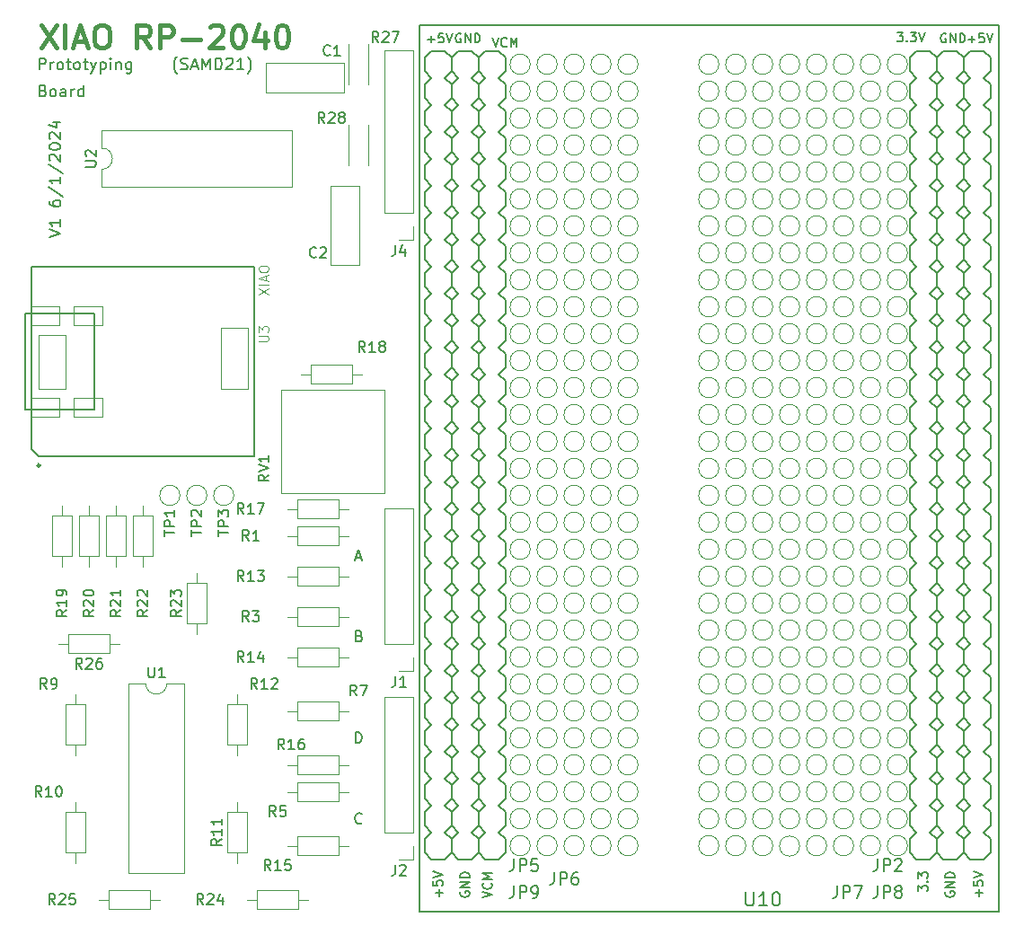
<source format=gbr>
%TF.GenerationSoftware,KiCad,Pcbnew,7.0.7*%
%TF.CreationDate,2024-05-24T10:23:49-04:00*%
%TF.ProjectId,xiao_Breadboard_r1,7869616f-5f42-4726-9561-64626f617264,rev?*%
%TF.SameCoordinates,Original*%
%TF.FileFunction,Legend,Top*%
%TF.FilePolarity,Positive*%
%FSLAX46Y46*%
G04 Gerber Fmt 4.6, Leading zero omitted, Abs format (unit mm)*
G04 Created by KiCad (PCBNEW 7.0.7) date 2024-05-24 10:23:49*
%MOMM*%
%LPD*%
G01*
G04 APERTURE LIST*
%ADD10C,0.152400*%
%ADD11C,0.190500*%
%ADD12C,0.381000*%
%ADD13C,0.150000*%
%ADD14C,0.127000*%
%ADD15C,0.110000*%
%ADD16C,0.120000*%
%ADD17C,0.203200*%
%ADD18C,0.066040*%
%ADD19C,0.254000*%
G04 APERTURE END LIST*
D10*
X127072571Y-121174265D02*
X127217714Y-121222646D01*
X127217714Y-121222646D02*
X127266095Y-121271027D01*
X127266095Y-121271027D02*
X127314476Y-121367789D01*
X127314476Y-121367789D02*
X127314476Y-121512932D01*
X127314476Y-121512932D02*
X127266095Y-121609694D01*
X127266095Y-121609694D02*
X127217714Y-121658075D01*
X127217714Y-121658075D02*
X127120952Y-121706455D01*
X127120952Y-121706455D02*
X126733904Y-121706455D01*
X126733904Y-121706455D02*
X126733904Y-120690455D01*
X126733904Y-120690455D02*
X127072571Y-120690455D01*
X127072571Y-120690455D02*
X127169333Y-120738836D01*
X127169333Y-120738836D02*
X127217714Y-120787217D01*
X127217714Y-120787217D02*
X127266095Y-120883979D01*
X127266095Y-120883979D02*
X127266095Y-120980741D01*
X127266095Y-120980741D02*
X127217714Y-121077503D01*
X127217714Y-121077503D02*
X127169333Y-121125884D01*
X127169333Y-121125884D02*
X127072571Y-121174265D01*
X127072571Y-121174265D02*
X126733904Y-121174265D01*
X126758095Y-113796170D02*
X127241905Y-113796170D01*
X126661333Y-114086455D02*
X127000000Y-113070455D01*
X127000000Y-113070455D02*
X127338667Y-114086455D01*
X127314476Y-138795334D02*
X127266095Y-138843715D01*
X127266095Y-138843715D02*
X127120952Y-138892095D01*
X127120952Y-138892095D02*
X127024190Y-138892095D01*
X127024190Y-138892095D02*
X126879047Y-138843715D01*
X126879047Y-138843715D02*
X126782285Y-138746953D01*
X126782285Y-138746953D02*
X126733904Y-138650191D01*
X126733904Y-138650191D02*
X126685523Y-138456667D01*
X126685523Y-138456667D02*
X126685523Y-138311524D01*
X126685523Y-138311524D02*
X126733904Y-138118000D01*
X126733904Y-138118000D02*
X126782285Y-138021238D01*
X126782285Y-138021238D02*
X126879047Y-137924476D01*
X126879047Y-137924476D02*
X127024190Y-137876095D01*
X127024190Y-137876095D02*
X127120952Y-137876095D01*
X127120952Y-137876095D02*
X127266095Y-137924476D01*
X127266095Y-137924476D02*
X127314476Y-137972857D01*
D11*
X97838483Y-83591862D02*
X98917983Y-83232029D01*
X98917983Y-83232029D02*
X97838483Y-82872195D01*
X98917983Y-81946909D02*
X98917983Y-82563766D01*
X98917983Y-82255338D02*
X97838483Y-82255338D01*
X97838483Y-82255338D02*
X97992698Y-82358147D01*
X97992698Y-82358147D02*
X98095507Y-82460957D01*
X98095507Y-82460957D02*
X98146912Y-82563766D01*
X97838483Y-80199148D02*
X97838483Y-80404767D01*
X97838483Y-80404767D02*
X97889888Y-80507576D01*
X97889888Y-80507576D02*
X97941293Y-80558981D01*
X97941293Y-80558981D02*
X98095507Y-80661791D01*
X98095507Y-80661791D02*
X98301126Y-80713195D01*
X98301126Y-80713195D02*
X98712364Y-80713195D01*
X98712364Y-80713195D02*
X98815174Y-80661791D01*
X98815174Y-80661791D02*
X98866579Y-80610386D01*
X98866579Y-80610386D02*
X98917983Y-80507576D01*
X98917983Y-80507576D02*
X98917983Y-80301957D01*
X98917983Y-80301957D02*
X98866579Y-80199148D01*
X98866579Y-80199148D02*
X98815174Y-80147743D01*
X98815174Y-80147743D02*
X98712364Y-80096338D01*
X98712364Y-80096338D02*
X98455340Y-80096338D01*
X98455340Y-80096338D02*
X98352531Y-80147743D01*
X98352531Y-80147743D02*
X98301126Y-80199148D01*
X98301126Y-80199148D02*
X98249721Y-80301957D01*
X98249721Y-80301957D02*
X98249721Y-80507576D01*
X98249721Y-80507576D02*
X98301126Y-80610386D01*
X98301126Y-80610386D02*
X98352531Y-80661791D01*
X98352531Y-80661791D02*
X98455340Y-80713195D01*
X97787079Y-78862624D02*
X99175007Y-79787910D01*
X98917983Y-77937338D02*
X98917983Y-78554195D01*
X98917983Y-78245767D02*
X97838483Y-78245767D01*
X97838483Y-78245767D02*
X97992698Y-78348576D01*
X97992698Y-78348576D02*
X98095507Y-78451386D01*
X98095507Y-78451386D02*
X98146912Y-78554195D01*
X97787079Y-76703624D02*
X99175007Y-77628910D01*
X97941293Y-76395195D02*
X97889888Y-76343791D01*
X97889888Y-76343791D02*
X97838483Y-76240981D01*
X97838483Y-76240981D02*
X97838483Y-75983957D01*
X97838483Y-75983957D02*
X97889888Y-75881148D01*
X97889888Y-75881148D02*
X97941293Y-75829743D01*
X97941293Y-75829743D02*
X98044102Y-75778338D01*
X98044102Y-75778338D02*
X98146912Y-75778338D01*
X98146912Y-75778338D02*
X98301126Y-75829743D01*
X98301126Y-75829743D02*
X98917983Y-76446600D01*
X98917983Y-76446600D02*
X98917983Y-75778338D01*
X97838483Y-75110077D02*
X97838483Y-75007267D01*
X97838483Y-75007267D02*
X97889888Y-74904458D01*
X97889888Y-74904458D02*
X97941293Y-74853053D01*
X97941293Y-74853053D02*
X98044102Y-74801648D01*
X98044102Y-74801648D02*
X98249721Y-74750243D01*
X98249721Y-74750243D02*
X98506745Y-74750243D01*
X98506745Y-74750243D02*
X98712364Y-74801648D01*
X98712364Y-74801648D02*
X98815174Y-74853053D01*
X98815174Y-74853053D02*
X98866579Y-74904458D01*
X98866579Y-74904458D02*
X98917983Y-75007267D01*
X98917983Y-75007267D02*
X98917983Y-75110077D01*
X98917983Y-75110077D02*
X98866579Y-75212886D01*
X98866579Y-75212886D02*
X98815174Y-75264291D01*
X98815174Y-75264291D02*
X98712364Y-75315696D01*
X98712364Y-75315696D02*
X98506745Y-75367100D01*
X98506745Y-75367100D02*
X98249721Y-75367100D01*
X98249721Y-75367100D02*
X98044102Y-75315696D01*
X98044102Y-75315696D02*
X97941293Y-75264291D01*
X97941293Y-75264291D02*
X97889888Y-75212886D01*
X97889888Y-75212886D02*
X97838483Y-75110077D01*
X97941293Y-74339005D02*
X97889888Y-74287601D01*
X97889888Y-74287601D02*
X97838483Y-74184791D01*
X97838483Y-74184791D02*
X97838483Y-73927767D01*
X97838483Y-73927767D02*
X97889888Y-73824958D01*
X97889888Y-73824958D02*
X97941293Y-73773553D01*
X97941293Y-73773553D02*
X98044102Y-73722148D01*
X98044102Y-73722148D02*
X98146912Y-73722148D01*
X98146912Y-73722148D02*
X98301126Y-73773553D01*
X98301126Y-73773553D02*
X98917983Y-74390410D01*
X98917983Y-74390410D02*
X98917983Y-73722148D01*
X98198317Y-72796863D02*
X98917983Y-72796863D01*
X97787079Y-73053887D02*
X98558150Y-73310910D01*
X98558150Y-73310910D02*
X98558150Y-72642649D01*
X109910780Y-68210729D02*
X109859375Y-68159325D01*
X109859375Y-68159325D02*
X109756566Y-68005110D01*
X109756566Y-68005110D02*
X109705161Y-67902301D01*
X109705161Y-67902301D02*
X109653756Y-67748087D01*
X109653756Y-67748087D02*
X109602351Y-67491063D01*
X109602351Y-67491063D02*
X109602351Y-67285444D01*
X109602351Y-67285444D02*
X109653756Y-67028420D01*
X109653756Y-67028420D02*
X109705161Y-66874206D01*
X109705161Y-66874206D02*
X109756566Y-66771396D01*
X109756566Y-66771396D02*
X109859375Y-66617182D01*
X109859375Y-66617182D02*
X109910780Y-66565777D01*
X110270614Y-67748087D02*
X110424828Y-67799491D01*
X110424828Y-67799491D02*
X110681852Y-67799491D01*
X110681852Y-67799491D02*
X110784661Y-67748087D01*
X110784661Y-67748087D02*
X110836066Y-67696682D01*
X110836066Y-67696682D02*
X110887471Y-67593872D01*
X110887471Y-67593872D02*
X110887471Y-67491063D01*
X110887471Y-67491063D02*
X110836066Y-67388253D01*
X110836066Y-67388253D02*
X110784661Y-67336848D01*
X110784661Y-67336848D02*
X110681852Y-67285444D01*
X110681852Y-67285444D02*
X110476233Y-67234039D01*
X110476233Y-67234039D02*
X110373423Y-67182634D01*
X110373423Y-67182634D02*
X110322018Y-67131229D01*
X110322018Y-67131229D02*
X110270614Y-67028420D01*
X110270614Y-67028420D02*
X110270614Y-66925610D01*
X110270614Y-66925610D02*
X110322018Y-66822801D01*
X110322018Y-66822801D02*
X110373423Y-66771396D01*
X110373423Y-66771396D02*
X110476233Y-66719991D01*
X110476233Y-66719991D02*
X110733256Y-66719991D01*
X110733256Y-66719991D02*
X110887471Y-66771396D01*
X111298709Y-67491063D02*
X111812756Y-67491063D01*
X111195899Y-67799491D02*
X111555732Y-66719991D01*
X111555732Y-66719991D02*
X111915566Y-67799491D01*
X112275399Y-67799491D02*
X112275399Y-66719991D01*
X112275399Y-66719991D02*
X112635233Y-67491063D01*
X112635233Y-67491063D02*
X112995066Y-66719991D01*
X112995066Y-66719991D02*
X112995066Y-67799491D01*
X113509113Y-67799491D02*
X113509113Y-66719991D01*
X113509113Y-66719991D02*
X113766137Y-66719991D01*
X113766137Y-66719991D02*
X113920351Y-66771396D01*
X113920351Y-66771396D02*
X114023161Y-66874206D01*
X114023161Y-66874206D02*
X114074566Y-66977015D01*
X114074566Y-66977015D02*
X114125970Y-67182634D01*
X114125970Y-67182634D02*
X114125970Y-67336848D01*
X114125970Y-67336848D02*
X114074566Y-67542467D01*
X114074566Y-67542467D02*
X114023161Y-67645277D01*
X114023161Y-67645277D02*
X113920351Y-67748087D01*
X113920351Y-67748087D02*
X113766137Y-67799491D01*
X113766137Y-67799491D02*
X113509113Y-67799491D01*
X114537209Y-66822801D02*
X114588613Y-66771396D01*
X114588613Y-66771396D02*
X114691423Y-66719991D01*
X114691423Y-66719991D02*
X114948447Y-66719991D01*
X114948447Y-66719991D02*
X115051256Y-66771396D01*
X115051256Y-66771396D02*
X115102661Y-66822801D01*
X115102661Y-66822801D02*
X115154066Y-66925610D01*
X115154066Y-66925610D02*
X115154066Y-67028420D01*
X115154066Y-67028420D02*
X115102661Y-67182634D01*
X115102661Y-67182634D02*
X114485804Y-67799491D01*
X114485804Y-67799491D02*
X115154066Y-67799491D01*
X116182161Y-67799491D02*
X115565304Y-67799491D01*
X115873732Y-67799491D02*
X115873732Y-66719991D01*
X115873732Y-66719991D02*
X115770923Y-66874206D01*
X115770923Y-66874206D02*
X115668113Y-66977015D01*
X115668113Y-66977015D02*
X115565304Y-67028420D01*
X116541994Y-68210729D02*
X116593399Y-68159325D01*
X116593399Y-68159325D02*
X116696208Y-68005110D01*
X116696208Y-68005110D02*
X116747613Y-67902301D01*
X116747613Y-67902301D02*
X116799018Y-67748087D01*
X116799018Y-67748087D02*
X116850422Y-67491063D01*
X116850422Y-67491063D02*
X116850422Y-67285444D01*
X116850422Y-67285444D02*
X116799018Y-67028420D01*
X116799018Y-67028420D02*
X116747613Y-66874206D01*
X116747613Y-66874206D02*
X116696208Y-66771396D01*
X116696208Y-66771396D02*
X116593399Y-66617182D01*
X116593399Y-66617182D02*
X116541994Y-66565777D01*
D10*
X134590908Y-145757167D02*
X134590908Y-145099187D01*
X134919898Y-145428177D02*
X134261917Y-145428177D01*
X134056298Y-144276710D02*
X134056298Y-144687948D01*
X134056298Y-144687948D02*
X134467536Y-144729072D01*
X134467536Y-144729072D02*
X134426413Y-144687948D01*
X134426413Y-144687948D02*
X134385289Y-144605701D01*
X134385289Y-144605701D02*
X134385289Y-144400082D01*
X134385289Y-144400082D02*
X134426413Y-144317834D01*
X134426413Y-144317834D02*
X134467536Y-144276710D01*
X134467536Y-144276710D02*
X134549784Y-144235587D01*
X134549784Y-144235587D02*
X134755403Y-144235587D01*
X134755403Y-144235587D02*
X134837651Y-144276710D01*
X134837651Y-144276710D02*
X134878775Y-144317834D01*
X134878775Y-144317834D02*
X134919898Y-144400082D01*
X134919898Y-144400082D02*
X134919898Y-144605701D01*
X134919898Y-144605701D02*
X134878775Y-144687948D01*
X134878775Y-144687948D02*
X134837651Y-144729072D01*
X134056298Y-143988844D02*
X134919898Y-143700977D01*
X134919898Y-143700977D02*
X134056298Y-143413111D01*
X136637422Y-145304806D02*
X136596298Y-145387053D01*
X136596298Y-145387053D02*
X136596298Y-145510425D01*
X136596298Y-145510425D02*
X136637422Y-145633796D01*
X136637422Y-145633796D02*
X136719670Y-145716044D01*
X136719670Y-145716044D02*
X136801917Y-145757167D01*
X136801917Y-145757167D02*
X136966413Y-145798291D01*
X136966413Y-145798291D02*
X137089784Y-145798291D01*
X137089784Y-145798291D02*
X137254279Y-145757167D01*
X137254279Y-145757167D02*
X137336527Y-145716044D01*
X137336527Y-145716044D02*
X137418775Y-145633796D01*
X137418775Y-145633796D02*
X137459898Y-145510425D01*
X137459898Y-145510425D02*
X137459898Y-145428177D01*
X137459898Y-145428177D02*
X137418775Y-145304806D01*
X137418775Y-145304806D02*
X137377651Y-145263682D01*
X137377651Y-145263682D02*
X137089784Y-145263682D01*
X137089784Y-145263682D02*
X137089784Y-145428177D01*
X137459898Y-144893567D02*
X136596298Y-144893567D01*
X136596298Y-144893567D02*
X137459898Y-144400082D01*
X137459898Y-144400082D02*
X136596298Y-144400082D01*
X137459898Y-143988843D02*
X136596298Y-143988843D01*
X136596298Y-143988843D02*
X136596298Y-143783224D01*
X136596298Y-143783224D02*
X136637422Y-143659853D01*
X136637422Y-143659853D02*
X136719670Y-143577605D01*
X136719670Y-143577605D02*
X136801917Y-143536482D01*
X136801917Y-143536482D02*
X136966413Y-143495358D01*
X136966413Y-143495358D02*
X137089784Y-143495358D01*
X137089784Y-143495358D02*
X137254279Y-143536482D01*
X137254279Y-143536482D02*
X137336527Y-143577605D01*
X137336527Y-143577605D02*
X137418775Y-143659853D01*
X137418775Y-143659853D02*
X137459898Y-143783224D01*
X137459898Y-143783224D02*
X137459898Y-143988843D01*
X133509657Y-64936997D02*
X134167638Y-64936997D01*
X133838647Y-65265987D02*
X133838647Y-64608006D01*
X134990114Y-64402387D02*
X134578876Y-64402387D01*
X134578876Y-64402387D02*
X134537752Y-64813625D01*
X134537752Y-64813625D02*
X134578876Y-64772502D01*
X134578876Y-64772502D02*
X134661123Y-64731378D01*
X134661123Y-64731378D02*
X134866742Y-64731378D01*
X134866742Y-64731378D02*
X134948990Y-64772502D01*
X134948990Y-64772502D02*
X134990114Y-64813625D01*
X134990114Y-64813625D02*
X135031237Y-64895873D01*
X135031237Y-64895873D02*
X135031237Y-65101492D01*
X135031237Y-65101492D02*
X134990114Y-65183740D01*
X134990114Y-65183740D02*
X134948990Y-65224864D01*
X134948990Y-65224864D02*
X134866742Y-65265987D01*
X134866742Y-65265987D02*
X134661123Y-65265987D01*
X134661123Y-65265987D02*
X134578876Y-65224864D01*
X134578876Y-65224864D02*
X134537752Y-65183740D01*
X135277980Y-64402387D02*
X135565847Y-65265987D01*
X135565847Y-65265987D02*
X135853713Y-64402387D01*
D11*
X96902351Y-67799491D02*
X96902351Y-66719991D01*
X96902351Y-66719991D02*
X97313589Y-66719991D01*
X97313589Y-66719991D02*
X97416399Y-66771396D01*
X97416399Y-66771396D02*
X97467804Y-66822801D01*
X97467804Y-66822801D02*
X97519208Y-66925610D01*
X97519208Y-66925610D02*
X97519208Y-67079825D01*
X97519208Y-67079825D02*
X97467804Y-67182634D01*
X97467804Y-67182634D02*
X97416399Y-67234039D01*
X97416399Y-67234039D02*
X97313589Y-67285444D01*
X97313589Y-67285444D02*
X96902351Y-67285444D01*
X97981851Y-67799491D02*
X97981851Y-67079825D01*
X97981851Y-67285444D02*
X98033256Y-67182634D01*
X98033256Y-67182634D02*
X98084661Y-67131229D01*
X98084661Y-67131229D02*
X98187470Y-67079825D01*
X98187470Y-67079825D02*
X98290280Y-67079825D01*
X98804328Y-67799491D02*
X98701518Y-67748087D01*
X98701518Y-67748087D02*
X98650113Y-67696682D01*
X98650113Y-67696682D02*
X98598709Y-67593872D01*
X98598709Y-67593872D02*
X98598709Y-67285444D01*
X98598709Y-67285444D02*
X98650113Y-67182634D01*
X98650113Y-67182634D02*
X98701518Y-67131229D01*
X98701518Y-67131229D02*
X98804328Y-67079825D01*
X98804328Y-67079825D02*
X98958542Y-67079825D01*
X98958542Y-67079825D02*
X99061351Y-67131229D01*
X99061351Y-67131229D02*
X99112756Y-67182634D01*
X99112756Y-67182634D02*
X99164161Y-67285444D01*
X99164161Y-67285444D02*
X99164161Y-67593872D01*
X99164161Y-67593872D02*
X99112756Y-67696682D01*
X99112756Y-67696682D02*
X99061351Y-67748087D01*
X99061351Y-67748087D02*
X98958542Y-67799491D01*
X98958542Y-67799491D02*
X98804328Y-67799491D01*
X99472589Y-67079825D02*
X99883827Y-67079825D01*
X99626803Y-66719991D02*
X99626803Y-67645277D01*
X99626803Y-67645277D02*
X99678208Y-67748087D01*
X99678208Y-67748087D02*
X99781018Y-67799491D01*
X99781018Y-67799491D02*
X99883827Y-67799491D01*
X100397875Y-67799491D02*
X100295065Y-67748087D01*
X100295065Y-67748087D02*
X100243660Y-67696682D01*
X100243660Y-67696682D02*
X100192256Y-67593872D01*
X100192256Y-67593872D02*
X100192256Y-67285444D01*
X100192256Y-67285444D02*
X100243660Y-67182634D01*
X100243660Y-67182634D02*
X100295065Y-67131229D01*
X100295065Y-67131229D02*
X100397875Y-67079825D01*
X100397875Y-67079825D02*
X100552089Y-67079825D01*
X100552089Y-67079825D02*
X100654898Y-67131229D01*
X100654898Y-67131229D02*
X100706303Y-67182634D01*
X100706303Y-67182634D02*
X100757708Y-67285444D01*
X100757708Y-67285444D02*
X100757708Y-67593872D01*
X100757708Y-67593872D02*
X100706303Y-67696682D01*
X100706303Y-67696682D02*
X100654898Y-67748087D01*
X100654898Y-67748087D02*
X100552089Y-67799491D01*
X100552089Y-67799491D02*
X100397875Y-67799491D01*
X101066136Y-67079825D02*
X101477374Y-67079825D01*
X101220350Y-66719991D02*
X101220350Y-67645277D01*
X101220350Y-67645277D02*
X101271755Y-67748087D01*
X101271755Y-67748087D02*
X101374565Y-67799491D01*
X101374565Y-67799491D02*
X101477374Y-67799491D01*
X101734398Y-67079825D02*
X101991422Y-67799491D01*
X102248445Y-67079825D02*
X101991422Y-67799491D01*
X101991422Y-67799491D02*
X101888612Y-68056515D01*
X101888612Y-68056515D02*
X101837207Y-68107920D01*
X101837207Y-68107920D02*
X101734398Y-68159325D01*
X102659683Y-67079825D02*
X102659683Y-68159325D01*
X102659683Y-67131229D02*
X102762493Y-67079825D01*
X102762493Y-67079825D02*
X102968112Y-67079825D01*
X102968112Y-67079825D02*
X103070921Y-67131229D01*
X103070921Y-67131229D02*
X103122326Y-67182634D01*
X103122326Y-67182634D02*
X103173731Y-67285444D01*
X103173731Y-67285444D02*
X103173731Y-67593872D01*
X103173731Y-67593872D02*
X103122326Y-67696682D01*
X103122326Y-67696682D02*
X103070921Y-67748087D01*
X103070921Y-67748087D02*
X102968112Y-67799491D01*
X102968112Y-67799491D02*
X102762493Y-67799491D01*
X102762493Y-67799491D02*
X102659683Y-67748087D01*
X103636373Y-67799491D02*
X103636373Y-67079825D01*
X103636373Y-66719991D02*
X103584969Y-66771396D01*
X103584969Y-66771396D02*
X103636373Y-66822801D01*
X103636373Y-66822801D02*
X103687778Y-66771396D01*
X103687778Y-66771396D02*
X103636373Y-66719991D01*
X103636373Y-66719991D02*
X103636373Y-66822801D01*
X104150421Y-67079825D02*
X104150421Y-67799491D01*
X104150421Y-67182634D02*
X104201826Y-67131229D01*
X104201826Y-67131229D02*
X104304636Y-67079825D01*
X104304636Y-67079825D02*
X104458850Y-67079825D01*
X104458850Y-67079825D02*
X104561659Y-67131229D01*
X104561659Y-67131229D02*
X104613064Y-67234039D01*
X104613064Y-67234039D02*
X104613064Y-67799491D01*
X105589754Y-67079825D02*
X105589754Y-67953706D01*
X105589754Y-67953706D02*
X105538349Y-68056515D01*
X105538349Y-68056515D02*
X105486945Y-68107920D01*
X105486945Y-68107920D02*
X105384135Y-68159325D01*
X105384135Y-68159325D02*
X105229921Y-68159325D01*
X105229921Y-68159325D02*
X105127111Y-68107920D01*
X105589754Y-67748087D02*
X105486945Y-67799491D01*
X105486945Y-67799491D02*
X105281326Y-67799491D01*
X105281326Y-67799491D02*
X105178516Y-67748087D01*
X105178516Y-67748087D02*
X105127111Y-67696682D01*
X105127111Y-67696682D02*
X105075707Y-67593872D01*
X105075707Y-67593872D02*
X105075707Y-67285444D01*
X105075707Y-67285444D02*
X105127111Y-67182634D01*
X105127111Y-67182634D02*
X105178516Y-67131229D01*
X105178516Y-67131229D02*
X105281326Y-67079825D01*
X105281326Y-67079825D02*
X105486945Y-67079825D01*
X105486945Y-67079825D02*
X105589754Y-67131229D01*
D12*
X97079085Y-63596967D02*
X98518418Y-65755967D01*
X98518418Y-63596967D02*
X97079085Y-65755967D01*
X99340894Y-65755967D02*
X99340894Y-63596967D01*
X100266180Y-65139110D02*
X101294275Y-65139110D01*
X100060561Y-65755967D02*
X100780227Y-63596967D01*
X100780227Y-63596967D02*
X101499894Y-65755967D01*
X102630798Y-63596967D02*
X103042036Y-63596967D01*
X103042036Y-63596967D02*
X103247655Y-63699777D01*
X103247655Y-63699777D02*
X103453274Y-63905396D01*
X103453274Y-63905396D02*
X103556084Y-64316634D01*
X103556084Y-64316634D02*
X103556084Y-65036300D01*
X103556084Y-65036300D02*
X103453274Y-65447538D01*
X103453274Y-65447538D02*
X103247655Y-65653158D01*
X103247655Y-65653158D02*
X103042036Y-65755967D01*
X103042036Y-65755967D02*
X102630798Y-65755967D01*
X102630798Y-65755967D02*
X102425179Y-65653158D01*
X102425179Y-65653158D02*
X102219560Y-65447538D01*
X102219560Y-65447538D02*
X102116751Y-65036300D01*
X102116751Y-65036300D02*
X102116751Y-64316634D01*
X102116751Y-64316634D02*
X102219560Y-63905396D01*
X102219560Y-63905396D02*
X102425179Y-63699777D01*
X102425179Y-63699777D02*
X102630798Y-63596967D01*
X107360036Y-65755967D02*
X106640370Y-64727872D01*
X106126322Y-65755967D02*
X106126322Y-63596967D01*
X106126322Y-63596967D02*
X106948798Y-63596967D01*
X106948798Y-63596967D02*
X107154417Y-63699777D01*
X107154417Y-63699777D02*
X107257227Y-63802586D01*
X107257227Y-63802586D02*
X107360036Y-64008205D01*
X107360036Y-64008205D02*
X107360036Y-64316634D01*
X107360036Y-64316634D02*
X107257227Y-64522253D01*
X107257227Y-64522253D02*
X107154417Y-64625062D01*
X107154417Y-64625062D02*
X106948798Y-64727872D01*
X106948798Y-64727872D02*
X106126322Y-64727872D01*
X108285322Y-65755967D02*
X108285322Y-63596967D01*
X108285322Y-63596967D02*
X109107798Y-63596967D01*
X109107798Y-63596967D02*
X109313417Y-63699777D01*
X109313417Y-63699777D02*
X109416227Y-63802586D01*
X109416227Y-63802586D02*
X109519036Y-64008205D01*
X109519036Y-64008205D02*
X109519036Y-64316634D01*
X109519036Y-64316634D02*
X109416227Y-64522253D01*
X109416227Y-64522253D02*
X109313417Y-64625062D01*
X109313417Y-64625062D02*
X109107798Y-64727872D01*
X109107798Y-64727872D02*
X108285322Y-64727872D01*
X110444322Y-64933491D02*
X112089275Y-64933491D01*
X113014561Y-63802586D02*
X113117370Y-63699777D01*
X113117370Y-63699777D02*
X113322989Y-63596967D01*
X113322989Y-63596967D02*
X113837037Y-63596967D01*
X113837037Y-63596967D02*
X114042656Y-63699777D01*
X114042656Y-63699777D02*
X114145465Y-63802586D01*
X114145465Y-63802586D02*
X114248275Y-64008205D01*
X114248275Y-64008205D02*
X114248275Y-64213824D01*
X114248275Y-64213824D02*
X114145465Y-64522253D01*
X114145465Y-64522253D02*
X112911751Y-65755967D01*
X112911751Y-65755967D02*
X114248275Y-65755967D01*
X115584798Y-63596967D02*
X115790417Y-63596967D01*
X115790417Y-63596967D02*
X115996036Y-63699777D01*
X115996036Y-63699777D02*
X116098846Y-63802586D01*
X116098846Y-63802586D02*
X116201655Y-64008205D01*
X116201655Y-64008205D02*
X116304465Y-64419443D01*
X116304465Y-64419443D02*
X116304465Y-64933491D01*
X116304465Y-64933491D02*
X116201655Y-65344729D01*
X116201655Y-65344729D02*
X116098846Y-65550348D01*
X116098846Y-65550348D02*
X115996036Y-65653158D01*
X115996036Y-65653158D02*
X115790417Y-65755967D01*
X115790417Y-65755967D02*
X115584798Y-65755967D01*
X115584798Y-65755967D02*
X115379179Y-65653158D01*
X115379179Y-65653158D02*
X115276370Y-65550348D01*
X115276370Y-65550348D02*
X115173560Y-65344729D01*
X115173560Y-65344729D02*
X115070751Y-64933491D01*
X115070751Y-64933491D02*
X115070751Y-64419443D01*
X115070751Y-64419443D02*
X115173560Y-64008205D01*
X115173560Y-64008205D02*
X115276370Y-63802586D01*
X115276370Y-63802586D02*
X115379179Y-63699777D01*
X115379179Y-63699777D02*
X115584798Y-63596967D01*
X118155036Y-64316634D02*
X118155036Y-65755967D01*
X117640988Y-63494158D02*
X117126941Y-65036300D01*
X117126941Y-65036300D02*
X118463464Y-65036300D01*
X119697178Y-63596967D02*
X119902797Y-63596967D01*
X119902797Y-63596967D02*
X120108416Y-63699777D01*
X120108416Y-63699777D02*
X120211226Y-63802586D01*
X120211226Y-63802586D02*
X120314035Y-64008205D01*
X120314035Y-64008205D02*
X120416845Y-64419443D01*
X120416845Y-64419443D02*
X120416845Y-64933491D01*
X120416845Y-64933491D02*
X120314035Y-65344729D01*
X120314035Y-65344729D02*
X120211226Y-65550348D01*
X120211226Y-65550348D02*
X120108416Y-65653158D01*
X120108416Y-65653158D02*
X119902797Y-65755967D01*
X119902797Y-65755967D02*
X119697178Y-65755967D01*
X119697178Y-65755967D02*
X119491559Y-65653158D01*
X119491559Y-65653158D02*
X119388750Y-65550348D01*
X119388750Y-65550348D02*
X119285940Y-65344729D01*
X119285940Y-65344729D02*
X119183131Y-64933491D01*
X119183131Y-64933491D02*
X119183131Y-64419443D01*
X119183131Y-64419443D02*
X119285940Y-64008205D01*
X119285940Y-64008205D02*
X119388750Y-63802586D01*
X119388750Y-63802586D02*
X119491559Y-63699777D01*
X119491559Y-63699777D02*
X119697178Y-63596967D01*
D10*
X182357422Y-145304806D02*
X182316298Y-145387053D01*
X182316298Y-145387053D02*
X182316298Y-145510425D01*
X182316298Y-145510425D02*
X182357422Y-145633796D01*
X182357422Y-145633796D02*
X182439670Y-145716044D01*
X182439670Y-145716044D02*
X182521917Y-145757167D01*
X182521917Y-145757167D02*
X182686413Y-145798291D01*
X182686413Y-145798291D02*
X182809784Y-145798291D01*
X182809784Y-145798291D02*
X182974279Y-145757167D01*
X182974279Y-145757167D02*
X183056527Y-145716044D01*
X183056527Y-145716044D02*
X183138775Y-145633796D01*
X183138775Y-145633796D02*
X183179898Y-145510425D01*
X183179898Y-145510425D02*
X183179898Y-145428177D01*
X183179898Y-145428177D02*
X183138775Y-145304806D01*
X183138775Y-145304806D02*
X183097651Y-145263682D01*
X183097651Y-145263682D02*
X182809784Y-145263682D01*
X182809784Y-145263682D02*
X182809784Y-145428177D01*
X183179898Y-144893567D02*
X182316298Y-144893567D01*
X182316298Y-144893567D02*
X183179898Y-144400082D01*
X183179898Y-144400082D02*
X182316298Y-144400082D01*
X183179898Y-143988843D02*
X182316298Y-143988843D01*
X182316298Y-143988843D02*
X182316298Y-143783224D01*
X182316298Y-143783224D02*
X182357422Y-143659853D01*
X182357422Y-143659853D02*
X182439670Y-143577605D01*
X182439670Y-143577605D02*
X182521917Y-143536482D01*
X182521917Y-143536482D02*
X182686413Y-143495358D01*
X182686413Y-143495358D02*
X182809784Y-143495358D01*
X182809784Y-143495358D02*
X182974279Y-143536482D01*
X182974279Y-143536482D02*
X183056527Y-143577605D01*
X183056527Y-143577605D02*
X183138775Y-143659853D01*
X183138775Y-143659853D02*
X183179898Y-143783224D01*
X183179898Y-143783224D02*
X183179898Y-143988843D01*
X184455882Y-64936997D02*
X185113863Y-64936997D01*
X184784872Y-65265987D02*
X184784872Y-64608006D01*
X185936339Y-64402387D02*
X185525101Y-64402387D01*
X185525101Y-64402387D02*
X185483977Y-64813625D01*
X185483977Y-64813625D02*
X185525101Y-64772502D01*
X185525101Y-64772502D02*
X185607348Y-64731378D01*
X185607348Y-64731378D02*
X185812967Y-64731378D01*
X185812967Y-64731378D02*
X185895215Y-64772502D01*
X185895215Y-64772502D02*
X185936339Y-64813625D01*
X185936339Y-64813625D02*
X185977462Y-64895873D01*
X185977462Y-64895873D02*
X185977462Y-65101492D01*
X185977462Y-65101492D02*
X185936339Y-65183740D01*
X185936339Y-65183740D02*
X185895215Y-65224864D01*
X185895215Y-65224864D02*
X185812967Y-65265987D01*
X185812967Y-65265987D02*
X185607348Y-65265987D01*
X185607348Y-65265987D02*
X185525101Y-65224864D01*
X185525101Y-65224864D02*
X185483977Y-65183740D01*
X186224205Y-64402387D02*
X186512072Y-65265987D01*
X186512072Y-65265987D02*
X186799938Y-64402387D01*
X177795162Y-64297993D02*
X178329771Y-64297993D01*
X178329771Y-64297993D02*
X178041905Y-64626984D01*
X178041905Y-64626984D02*
X178165276Y-64626984D01*
X178165276Y-64626984D02*
X178247524Y-64668108D01*
X178247524Y-64668108D02*
X178288648Y-64709231D01*
X178288648Y-64709231D02*
X178329771Y-64791479D01*
X178329771Y-64791479D02*
X178329771Y-64997098D01*
X178329771Y-64997098D02*
X178288648Y-65079346D01*
X178288648Y-65079346D02*
X178247524Y-65120470D01*
X178247524Y-65120470D02*
X178165276Y-65161593D01*
X178165276Y-65161593D02*
X177918533Y-65161593D01*
X177918533Y-65161593D02*
X177836286Y-65120470D01*
X177836286Y-65120470D02*
X177795162Y-65079346D01*
X178699886Y-65079346D02*
X178741009Y-65120470D01*
X178741009Y-65120470D02*
X178699886Y-65161593D01*
X178699886Y-65161593D02*
X178658762Y-65120470D01*
X178658762Y-65120470D02*
X178699886Y-65079346D01*
X178699886Y-65079346D02*
X178699886Y-65161593D01*
X179028876Y-64297993D02*
X179563485Y-64297993D01*
X179563485Y-64297993D02*
X179275619Y-64626984D01*
X179275619Y-64626984D02*
X179398990Y-64626984D01*
X179398990Y-64626984D02*
X179481238Y-64668108D01*
X179481238Y-64668108D02*
X179522362Y-64709231D01*
X179522362Y-64709231D02*
X179563485Y-64791479D01*
X179563485Y-64791479D02*
X179563485Y-64997098D01*
X179563485Y-64997098D02*
X179522362Y-65079346D01*
X179522362Y-65079346D02*
X179481238Y-65120470D01*
X179481238Y-65120470D02*
X179398990Y-65161593D01*
X179398990Y-65161593D02*
X179152247Y-65161593D01*
X179152247Y-65161593D02*
X179070000Y-65120470D01*
X179070000Y-65120470D02*
X179028876Y-65079346D01*
X179810228Y-64297993D02*
X180098095Y-65161593D01*
X180098095Y-65161593D02*
X180385961Y-64297993D01*
X138722787Y-145867489D02*
X139586387Y-145579622D01*
X139586387Y-145579622D02*
X138722787Y-145291756D01*
X139504140Y-144510403D02*
X139545264Y-144551527D01*
X139545264Y-144551527D02*
X139586387Y-144674898D01*
X139586387Y-144674898D02*
X139586387Y-144757146D01*
X139586387Y-144757146D02*
X139545264Y-144880517D01*
X139545264Y-144880517D02*
X139463016Y-144962765D01*
X139463016Y-144962765D02*
X139380768Y-145003888D01*
X139380768Y-145003888D02*
X139216273Y-145045012D01*
X139216273Y-145045012D02*
X139092902Y-145045012D01*
X139092902Y-145045012D02*
X138928406Y-145003888D01*
X138928406Y-145003888D02*
X138846159Y-144962765D01*
X138846159Y-144962765D02*
X138763911Y-144880517D01*
X138763911Y-144880517D02*
X138722787Y-144757146D01*
X138722787Y-144757146D02*
X138722787Y-144674898D01*
X138722787Y-144674898D02*
X138763911Y-144551527D01*
X138763911Y-144551527D02*
X138805035Y-144510403D01*
X139586387Y-144140288D02*
X138722787Y-144140288D01*
X138722787Y-144140288D02*
X139339644Y-143852422D01*
X139339644Y-143852422D02*
X138722787Y-143564555D01*
X138722787Y-143564555D02*
X139586387Y-143564555D01*
D11*
X97262185Y-69774039D02*
X97416399Y-69825444D01*
X97416399Y-69825444D02*
X97467804Y-69876848D01*
X97467804Y-69876848D02*
X97519208Y-69979658D01*
X97519208Y-69979658D02*
X97519208Y-70133872D01*
X97519208Y-70133872D02*
X97467804Y-70236682D01*
X97467804Y-70236682D02*
X97416399Y-70288087D01*
X97416399Y-70288087D02*
X97313589Y-70339491D01*
X97313589Y-70339491D02*
X96902351Y-70339491D01*
X96902351Y-70339491D02*
X96902351Y-69259991D01*
X96902351Y-69259991D02*
X97262185Y-69259991D01*
X97262185Y-69259991D02*
X97364994Y-69311396D01*
X97364994Y-69311396D02*
X97416399Y-69362801D01*
X97416399Y-69362801D02*
X97467804Y-69465610D01*
X97467804Y-69465610D02*
X97467804Y-69568420D01*
X97467804Y-69568420D02*
X97416399Y-69671229D01*
X97416399Y-69671229D02*
X97364994Y-69722634D01*
X97364994Y-69722634D02*
X97262185Y-69774039D01*
X97262185Y-69774039D02*
X96902351Y-69774039D01*
X98136066Y-70339491D02*
X98033256Y-70288087D01*
X98033256Y-70288087D02*
X97981851Y-70236682D01*
X97981851Y-70236682D02*
X97930447Y-70133872D01*
X97930447Y-70133872D02*
X97930447Y-69825444D01*
X97930447Y-69825444D02*
X97981851Y-69722634D01*
X97981851Y-69722634D02*
X98033256Y-69671229D01*
X98033256Y-69671229D02*
X98136066Y-69619825D01*
X98136066Y-69619825D02*
X98290280Y-69619825D01*
X98290280Y-69619825D02*
X98393089Y-69671229D01*
X98393089Y-69671229D02*
X98444494Y-69722634D01*
X98444494Y-69722634D02*
X98495899Y-69825444D01*
X98495899Y-69825444D02*
X98495899Y-70133872D01*
X98495899Y-70133872D02*
X98444494Y-70236682D01*
X98444494Y-70236682D02*
X98393089Y-70288087D01*
X98393089Y-70288087D02*
X98290280Y-70339491D01*
X98290280Y-70339491D02*
X98136066Y-70339491D01*
X99421184Y-70339491D02*
X99421184Y-69774039D01*
X99421184Y-69774039D02*
X99369779Y-69671229D01*
X99369779Y-69671229D02*
X99266970Y-69619825D01*
X99266970Y-69619825D02*
X99061351Y-69619825D01*
X99061351Y-69619825D02*
X98958541Y-69671229D01*
X99421184Y-70288087D02*
X99318375Y-70339491D01*
X99318375Y-70339491D02*
X99061351Y-70339491D01*
X99061351Y-70339491D02*
X98958541Y-70288087D01*
X98958541Y-70288087D02*
X98907137Y-70185277D01*
X98907137Y-70185277D02*
X98907137Y-70082467D01*
X98907137Y-70082467D02*
X98958541Y-69979658D01*
X98958541Y-69979658D02*
X99061351Y-69928253D01*
X99061351Y-69928253D02*
X99318375Y-69928253D01*
X99318375Y-69928253D02*
X99421184Y-69876848D01*
X99935231Y-70339491D02*
X99935231Y-69619825D01*
X99935231Y-69825444D02*
X99986636Y-69722634D01*
X99986636Y-69722634D02*
X100038041Y-69671229D01*
X100038041Y-69671229D02*
X100140850Y-69619825D01*
X100140850Y-69619825D02*
X100243660Y-69619825D01*
X101066136Y-70339491D02*
X101066136Y-69259991D01*
X101066136Y-70288087D02*
X100963327Y-70339491D01*
X100963327Y-70339491D02*
X100757708Y-70339491D01*
X100757708Y-70339491D02*
X100654898Y-70288087D01*
X100654898Y-70288087D02*
X100603493Y-70236682D01*
X100603493Y-70236682D02*
X100552089Y-70133872D01*
X100552089Y-70133872D02*
X100552089Y-69825444D01*
X100552089Y-69825444D02*
X100603493Y-69722634D01*
X100603493Y-69722634D02*
X100654898Y-69671229D01*
X100654898Y-69671229D02*
X100757708Y-69619825D01*
X100757708Y-69619825D02*
X100963327Y-69619825D01*
X100963327Y-69619825D02*
X101066136Y-69671229D01*
D10*
X182368243Y-64443511D02*
X182285996Y-64402387D01*
X182285996Y-64402387D02*
X182162624Y-64402387D01*
X182162624Y-64402387D02*
X182039253Y-64443511D01*
X182039253Y-64443511D02*
X181957005Y-64525759D01*
X181957005Y-64525759D02*
X181915882Y-64608006D01*
X181915882Y-64608006D02*
X181874758Y-64772502D01*
X181874758Y-64772502D02*
X181874758Y-64895873D01*
X181874758Y-64895873D02*
X181915882Y-65060368D01*
X181915882Y-65060368D02*
X181957005Y-65142616D01*
X181957005Y-65142616D02*
X182039253Y-65224864D01*
X182039253Y-65224864D02*
X182162624Y-65265987D01*
X182162624Y-65265987D02*
X182244872Y-65265987D01*
X182244872Y-65265987D02*
X182368243Y-65224864D01*
X182368243Y-65224864D02*
X182409367Y-65183740D01*
X182409367Y-65183740D02*
X182409367Y-64895873D01*
X182409367Y-64895873D02*
X182244872Y-64895873D01*
X182779482Y-65265987D02*
X182779482Y-64402387D01*
X182779482Y-64402387D02*
X183272967Y-65265987D01*
X183272967Y-65265987D02*
X183272967Y-64402387D01*
X183684206Y-65265987D02*
X183684206Y-64402387D01*
X183684206Y-64402387D02*
X183889825Y-64402387D01*
X183889825Y-64402387D02*
X184013196Y-64443511D01*
X184013196Y-64443511D02*
X184095444Y-64525759D01*
X184095444Y-64525759D02*
X184136567Y-64608006D01*
X184136567Y-64608006D02*
X184177691Y-64772502D01*
X184177691Y-64772502D02*
X184177691Y-64895873D01*
X184177691Y-64895873D02*
X184136567Y-65060368D01*
X184136567Y-65060368D02*
X184095444Y-65142616D01*
X184095444Y-65142616D02*
X184013196Y-65224864D01*
X184013196Y-65224864D02*
X183889825Y-65265987D01*
X183889825Y-65265987D02*
X183684206Y-65265987D01*
X179776298Y-145263681D02*
X179776298Y-144729072D01*
X179776298Y-144729072D02*
X180105289Y-145016938D01*
X180105289Y-145016938D02*
X180105289Y-144893567D01*
X180105289Y-144893567D02*
X180146413Y-144811319D01*
X180146413Y-144811319D02*
X180187536Y-144770195D01*
X180187536Y-144770195D02*
X180269784Y-144729072D01*
X180269784Y-144729072D02*
X180475403Y-144729072D01*
X180475403Y-144729072D02*
X180557651Y-144770195D01*
X180557651Y-144770195D02*
X180598775Y-144811319D01*
X180598775Y-144811319D02*
X180639898Y-144893567D01*
X180639898Y-144893567D02*
X180639898Y-145140310D01*
X180639898Y-145140310D02*
X180598775Y-145222557D01*
X180598775Y-145222557D02*
X180557651Y-145263681D01*
X180557651Y-144358957D02*
X180598775Y-144317834D01*
X180598775Y-144317834D02*
X180639898Y-144358957D01*
X180639898Y-144358957D02*
X180598775Y-144400081D01*
X180598775Y-144400081D02*
X180557651Y-144358957D01*
X180557651Y-144358957D02*
X180639898Y-144358957D01*
X179776298Y-144029967D02*
X179776298Y-143495358D01*
X179776298Y-143495358D02*
X180105289Y-143783224D01*
X180105289Y-143783224D02*
X180105289Y-143659853D01*
X180105289Y-143659853D02*
X180146413Y-143577605D01*
X180146413Y-143577605D02*
X180187536Y-143536481D01*
X180187536Y-143536481D02*
X180269784Y-143495358D01*
X180269784Y-143495358D02*
X180475403Y-143495358D01*
X180475403Y-143495358D02*
X180557651Y-143536481D01*
X180557651Y-143536481D02*
X180598775Y-143577605D01*
X180598775Y-143577605D02*
X180639898Y-143659853D01*
X180639898Y-143659853D02*
X180639898Y-143906596D01*
X180639898Y-143906596D02*
X180598775Y-143988843D01*
X180598775Y-143988843D02*
X180557651Y-144029967D01*
X139631184Y-64803198D02*
X139919051Y-65666798D01*
X139919051Y-65666798D02*
X140206917Y-64803198D01*
X140988270Y-65584551D02*
X140947146Y-65625675D01*
X140947146Y-65625675D02*
X140823775Y-65666798D01*
X140823775Y-65666798D02*
X140741527Y-65666798D01*
X140741527Y-65666798D02*
X140618156Y-65625675D01*
X140618156Y-65625675D02*
X140535908Y-65543427D01*
X140535908Y-65543427D02*
X140494785Y-65461179D01*
X140494785Y-65461179D02*
X140453661Y-65296684D01*
X140453661Y-65296684D02*
X140453661Y-65173313D01*
X140453661Y-65173313D02*
X140494785Y-65008817D01*
X140494785Y-65008817D02*
X140535908Y-64926570D01*
X140535908Y-64926570D02*
X140618156Y-64844322D01*
X140618156Y-64844322D02*
X140741527Y-64803198D01*
X140741527Y-64803198D02*
X140823775Y-64803198D01*
X140823775Y-64803198D02*
X140947146Y-64844322D01*
X140947146Y-64844322D02*
X140988270Y-64885446D01*
X141358385Y-65666798D02*
X141358385Y-64803198D01*
X141358385Y-64803198D02*
X141646251Y-65420055D01*
X141646251Y-65420055D02*
X141934118Y-64803198D01*
X141934118Y-64803198D02*
X141934118Y-65666798D01*
X136648243Y-64443511D02*
X136565996Y-64402387D01*
X136565996Y-64402387D02*
X136442624Y-64402387D01*
X136442624Y-64402387D02*
X136319253Y-64443511D01*
X136319253Y-64443511D02*
X136237005Y-64525759D01*
X136237005Y-64525759D02*
X136195882Y-64608006D01*
X136195882Y-64608006D02*
X136154758Y-64772502D01*
X136154758Y-64772502D02*
X136154758Y-64895873D01*
X136154758Y-64895873D02*
X136195882Y-65060368D01*
X136195882Y-65060368D02*
X136237005Y-65142616D01*
X136237005Y-65142616D02*
X136319253Y-65224864D01*
X136319253Y-65224864D02*
X136442624Y-65265987D01*
X136442624Y-65265987D02*
X136524872Y-65265987D01*
X136524872Y-65265987D02*
X136648243Y-65224864D01*
X136648243Y-65224864D02*
X136689367Y-65183740D01*
X136689367Y-65183740D02*
X136689367Y-64895873D01*
X136689367Y-64895873D02*
X136524872Y-64895873D01*
X137059482Y-65265987D02*
X137059482Y-64402387D01*
X137059482Y-64402387D02*
X137552967Y-65265987D01*
X137552967Y-65265987D02*
X137552967Y-64402387D01*
X137964206Y-65265987D02*
X137964206Y-64402387D01*
X137964206Y-64402387D02*
X138169825Y-64402387D01*
X138169825Y-64402387D02*
X138293196Y-64443511D01*
X138293196Y-64443511D02*
X138375444Y-64525759D01*
X138375444Y-64525759D02*
X138416567Y-64608006D01*
X138416567Y-64608006D02*
X138457691Y-64772502D01*
X138457691Y-64772502D02*
X138457691Y-64895873D01*
X138457691Y-64895873D02*
X138416567Y-65060368D01*
X138416567Y-65060368D02*
X138375444Y-65142616D01*
X138375444Y-65142616D02*
X138293196Y-65224864D01*
X138293196Y-65224864D02*
X138169825Y-65265987D01*
X138169825Y-65265987D02*
X137964206Y-65265987D01*
X126733904Y-131272095D02*
X126733904Y-130256095D01*
X126733904Y-130256095D02*
X126975809Y-130256095D01*
X126975809Y-130256095D02*
X127120952Y-130304476D01*
X127120952Y-130304476D02*
X127217714Y-130401238D01*
X127217714Y-130401238D02*
X127266095Y-130498000D01*
X127266095Y-130498000D02*
X127314476Y-130691524D01*
X127314476Y-130691524D02*
X127314476Y-130836667D01*
X127314476Y-130836667D02*
X127266095Y-131030191D01*
X127266095Y-131030191D02*
X127217714Y-131126953D01*
X127217714Y-131126953D02*
X127120952Y-131223715D01*
X127120952Y-131223715D02*
X126975809Y-131272095D01*
X126975809Y-131272095D02*
X126733904Y-131272095D01*
X185517908Y-145757167D02*
X185517908Y-145099187D01*
X185846898Y-145428177D02*
X185188917Y-145428177D01*
X184983298Y-144276710D02*
X184983298Y-144687948D01*
X184983298Y-144687948D02*
X185394536Y-144729072D01*
X185394536Y-144729072D02*
X185353413Y-144687948D01*
X185353413Y-144687948D02*
X185312289Y-144605701D01*
X185312289Y-144605701D02*
X185312289Y-144400082D01*
X185312289Y-144400082D02*
X185353413Y-144317834D01*
X185353413Y-144317834D02*
X185394536Y-144276710D01*
X185394536Y-144276710D02*
X185476784Y-144235587D01*
X185476784Y-144235587D02*
X185682403Y-144235587D01*
X185682403Y-144235587D02*
X185764651Y-144276710D01*
X185764651Y-144276710D02*
X185805775Y-144317834D01*
X185805775Y-144317834D02*
X185846898Y-144400082D01*
X185846898Y-144400082D02*
X185846898Y-144605701D01*
X185846898Y-144605701D02*
X185805775Y-144687948D01*
X185805775Y-144687948D02*
X185764651Y-144729072D01*
X184983298Y-143988844D02*
X185846898Y-143700977D01*
X185846898Y-143700977D02*
X184983298Y-143413111D01*
D13*
X118564819Y-106005238D02*
X118088628Y-106338571D01*
X118564819Y-106576666D02*
X117564819Y-106576666D01*
X117564819Y-106576666D02*
X117564819Y-106195714D01*
X117564819Y-106195714D02*
X117612438Y-106100476D01*
X117612438Y-106100476D02*
X117660057Y-106052857D01*
X117660057Y-106052857D02*
X117755295Y-106005238D01*
X117755295Y-106005238D02*
X117898152Y-106005238D01*
X117898152Y-106005238D02*
X117993390Y-106052857D01*
X117993390Y-106052857D02*
X118041009Y-106100476D01*
X118041009Y-106100476D02*
X118088628Y-106195714D01*
X118088628Y-106195714D02*
X118088628Y-106576666D01*
X117564819Y-105719523D02*
X118564819Y-105386190D01*
X118564819Y-105386190D02*
X117564819Y-105052857D01*
X118564819Y-104195714D02*
X118564819Y-104767142D01*
X118564819Y-104481428D02*
X117564819Y-104481428D01*
X117564819Y-104481428D02*
X117707676Y-104576666D01*
X117707676Y-104576666D02*
X117802914Y-104671904D01*
X117802914Y-104671904D02*
X117850533Y-104767142D01*
X163527618Y-145359726D02*
X163527618Y-146387821D01*
X163527618Y-146387821D02*
X163588095Y-146508773D01*
X163588095Y-146508773D02*
X163648571Y-146569250D01*
X163648571Y-146569250D02*
X163769523Y-146629726D01*
X163769523Y-146629726D02*
X164011428Y-146629726D01*
X164011428Y-146629726D02*
X164132380Y-146569250D01*
X164132380Y-146569250D02*
X164192857Y-146508773D01*
X164192857Y-146508773D02*
X164253333Y-146387821D01*
X164253333Y-146387821D02*
X164253333Y-145359726D01*
X165523333Y-146629726D02*
X164797618Y-146629726D01*
X165160475Y-146629726D02*
X165160475Y-145359726D01*
X165160475Y-145359726D02*
X165039523Y-145541154D01*
X165039523Y-145541154D02*
X164918571Y-145662107D01*
X164918571Y-145662107D02*
X164797618Y-145722583D01*
X166309523Y-145359726D02*
X166430476Y-145359726D01*
X166430476Y-145359726D02*
X166551428Y-145420202D01*
X166551428Y-145420202D02*
X166611904Y-145480678D01*
X166611904Y-145480678D02*
X166672380Y-145601630D01*
X166672380Y-145601630D02*
X166732857Y-145843535D01*
X166732857Y-145843535D02*
X166732857Y-146145916D01*
X166732857Y-146145916D02*
X166672380Y-146387821D01*
X166672380Y-146387821D02*
X166611904Y-146508773D01*
X166611904Y-146508773D02*
X166551428Y-146569250D01*
X166551428Y-146569250D02*
X166430476Y-146629726D01*
X166430476Y-146629726D02*
X166309523Y-146629726D01*
X166309523Y-146629726D02*
X166188571Y-146569250D01*
X166188571Y-146569250D02*
X166128095Y-146508773D01*
X166128095Y-146508773D02*
X166067618Y-146387821D01*
X166067618Y-146387821D02*
X166007142Y-146145916D01*
X166007142Y-146145916D02*
X166007142Y-145843535D01*
X166007142Y-145843535D02*
X166067618Y-145601630D01*
X166067618Y-145601630D02*
X166128095Y-145480678D01*
X166128095Y-145480678D02*
X166188571Y-145420202D01*
X166188571Y-145420202D02*
X166309523Y-145359726D01*
X104594819Y-118752857D02*
X104118628Y-119086190D01*
X104594819Y-119324285D02*
X103594819Y-119324285D01*
X103594819Y-119324285D02*
X103594819Y-118943333D01*
X103594819Y-118943333D02*
X103642438Y-118848095D01*
X103642438Y-118848095D02*
X103690057Y-118800476D01*
X103690057Y-118800476D02*
X103785295Y-118752857D01*
X103785295Y-118752857D02*
X103928152Y-118752857D01*
X103928152Y-118752857D02*
X104023390Y-118800476D01*
X104023390Y-118800476D02*
X104071009Y-118848095D01*
X104071009Y-118848095D02*
X104118628Y-118943333D01*
X104118628Y-118943333D02*
X104118628Y-119324285D01*
X103690057Y-118371904D02*
X103642438Y-118324285D01*
X103642438Y-118324285D02*
X103594819Y-118229047D01*
X103594819Y-118229047D02*
X103594819Y-117990952D01*
X103594819Y-117990952D02*
X103642438Y-117895714D01*
X103642438Y-117895714D02*
X103690057Y-117848095D01*
X103690057Y-117848095D02*
X103785295Y-117800476D01*
X103785295Y-117800476D02*
X103880533Y-117800476D01*
X103880533Y-117800476D02*
X104023390Y-117848095D01*
X104023390Y-117848095D02*
X104594819Y-118419523D01*
X104594819Y-118419523D02*
X104594819Y-117800476D01*
X104594819Y-116848095D02*
X104594819Y-117419523D01*
X104594819Y-117133809D02*
X103594819Y-117133809D01*
X103594819Y-117133809D02*
X103737676Y-117229047D01*
X103737676Y-117229047D02*
X103832914Y-117324285D01*
X103832914Y-117324285D02*
X103880533Y-117419523D01*
D14*
X175942266Y-144760514D02*
X175942266Y-145576943D01*
X175942266Y-145576943D02*
X175887837Y-145740228D01*
X175887837Y-145740228D02*
X175778980Y-145849086D01*
X175778980Y-145849086D02*
X175615694Y-145903514D01*
X175615694Y-145903514D02*
X175506837Y-145903514D01*
X176486551Y-145903514D02*
X176486551Y-144760514D01*
X176486551Y-144760514D02*
X176921980Y-144760514D01*
X176921980Y-144760514D02*
X177030837Y-144814943D01*
X177030837Y-144814943D02*
X177085266Y-144869371D01*
X177085266Y-144869371D02*
X177139694Y-144978228D01*
X177139694Y-144978228D02*
X177139694Y-145141514D01*
X177139694Y-145141514D02*
X177085266Y-145250371D01*
X177085266Y-145250371D02*
X177030837Y-145304800D01*
X177030837Y-145304800D02*
X176921980Y-145359228D01*
X176921980Y-145359228D02*
X176486551Y-145359228D01*
X177792837Y-145250371D02*
X177683980Y-145195943D01*
X177683980Y-145195943D02*
X177629551Y-145141514D01*
X177629551Y-145141514D02*
X177575123Y-145032657D01*
X177575123Y-145032657D02*
X177575123Y-144978228D01*
X177575123Y-144978228D02*
X177629551Y-144869371D01*
X177629551Y-144869371D02*
X177683980Y-144814943D01*
X177683980Y-144814943D02*
X177792837Y-144760514D01*
X177792837Y-144760514D02*
X178010551Y-144760514D01*
X178010551Y-144760514D02*
X178119409Y-144814943D01*
X178119409Y-144814943D02*
X178173837Y-144869371D01*
X178173837Y-144869371D02*
X178228266Y-144978228D01*
X178228266Y-144978228D02*
X178228266Y-145032657D01*
X178228266Y-145032657D02*
X178173837Y-145141514D01*
X178173837Y-145141514D02*
X178119409Y-145195943D01*
X178119409Y-145195943D02*
X178010551Y-145250371D01*
X178010551Y-145250371D02*
X177792837Y-145250371D01*
X177792837Y-145250371D02*
X177683980Y-145304800D01*
X177683980Y-145304800D02*
X177629551Y-145359228D01*
X177629551Y-145359228D02*
X177575123Y-145468086D01*
X177575123Y-145468086D02*
X177575123Y-145685800D01*
X177575123Y-145685800D02*
X177629551Y-145794657D01*
X177629551Y-145794657D02*
X177683980Y-145849086D01*
X177683980Y-145849086D02*
X177792837Y-145903514D01*
X177792837Y-145903514D02*
X178010551Y-145903514D01*
X178010551Y-145903514D02*
X178119409Y-145849086D01*
X178119409Y-145849086D02*
X178173837Y-145794657D01*
X178173837Y-145794657D02*
X178228266Y-145685800D01*
X178228266Y-145685800D02*
X178228266Y-145468086D01*
X178228266Y-145468086D02*
X178173837Y-145359228D01*
X178173837Y-145359228D02*
X178119409Y-145304800D01*
X178119409Y-145304800D02*
X178010551Y-145250371D01*
D13*
X107188095Y-124124819D02*
X107188095Y-124934342D01*
X107188095Y-124934342D02*
X107235714Y-125029580D01*
X107235714Y-125029580D02*
X107283333Y-125077200D01*
X107283333Y-125077200D02*
X107378571Y-125124819D01*
X107378571Y-125124819D02*
X107569047Y-125124819D01*
X107569047Y-125124819D02*
X107664285Y-125077200D01*
X107664285Y-125077200D02*
X107711904Y-125029580D01*
X107711904Y-125029580D02*
X107759523Y-124934342D01*
X107759523Y-124934342D02*
X107759523Y-124124819D01*
X108759523Y-125124819D02*
X108188095Y-125124819D01*
X108473809Y-125124819D02*
X108473809Y-124124819D01*
X108473809Y-124124819D02*
X108378571Y-124267676D01*
X108378571Y-124267676D02*
X108283333Y-124362914D01*
X108283333Y-124362914D02*
X108188095Y-124410533D01*
D15*
X117620637Y-93395714D02*
X118349208Y-93395714D01*
X118349208Y-93395714D02*
X118434922Y-93352857D01*
X118434922Y-93352857D02*
X118477780Y-93310000D01*
X118477780Y-93310000D02*
X118520637Y-93224285D01*
X118520637Y-93224285D02*
X118520637Y-93052857D01*
X118520637Y-93052857D02*
X118477780Y-92967142D01*
X118477780Y-92967142D02*
X118434922Y-92924285D01*
X118434922Y-92924285D02*
X118349208Y-92881428D01*
X118349208Y-92881428D02*
X117620637Y-92881428D01*
X117620637Y-92538571D02*
X117620637Y-91981428D01*
X117620637Y-91981428D02*
X117963494Y-92281428D01*
X117963494Y-92281428D02*
X117963494Y-92152857D01*
X117963494Y-92152857D02*
X118006351Y-92067143D01*
X118006351Y-92067143D02*
X118049208Y-92024285D01*
X118049208Y-92024285D02*
X118134922Y-91981428D01*
X118134922Y-91981428D02*
X118349208Y-91981428D01*
X118349208Y-91981428D02*
X118434922Y-92024285D01*
X118434922Y-92024285D02*
X118477780Y-92067143D01*
X118477780Y-92067143D02*
X118520637Y-92152857D01*
X118520637Y-92152857D02*
X118520637Y-92410000D01*
X118520637Y-92410000D02*
X118477780Y-92495714D01*
X118477780Y-92495714D02*
X118434922Y-92538571D01*
X117620637Y-89001428D02*
X118520637Y-88401428D01*
X117620637Y-88401428D02*
X118520637Y-89001428D01*
X118520637Y-88058571D02*
X117620637Y-88058571D01*
X118263494Y-87672857D02*
X118263494Y-87244286D01*
X118520637Y-87758571D02*
X117620637Y-87458571D01*
X117620637Y-87458571D02*
X118520637Y-87158571D01*
X117620637Y-86687142D02*
X117620637Y-86515714D01*
X117620637Y-86515714D02*
X117663494Y-86429999D01*
X117663494Y-86429999D02*
X117749208Y-86344285D01*
X117749208Y-86344285D02*
X117920637Y-86301428D01*
X117920637Y-86301428D02*
X118220637Y-86301428D01*
X118220637Y-86301428D02*
X118392065Y-86344285D01*
X118392065Y-86344285D02*
X118477780Y-86429999D01*
X118477780Y-86429999D02*
X118520637Y-86515714D01*
X118520637Y-86515714D02*
X118520637Y-86687142D01*
X118520637Y-86687142D02*
X118477780Y-86772857D01*
X118477780Y-86772857D02*
X118392065Y-86858571D01*
X118392065Y-86858571D02*
X118220637Y-86901428D01*
X118220637Y-86901428D02*
X117920637Y-86901428D01*
X117920637Y-86901428D02*
X117749208Y-86858571D01*
X117749208Y-86858571D02*
X117663494Y-86772857D01*
X117663494Y-86772857D02*
X117620637Y-86687142D01*
D13*
X126833333Y-126804819D02*
X126500000Y-126328628D01*
X126261905Y-126804819D02*
X126261905Y-125804819D01*
X126261905Y-125804819D02*
X126642857Y-125804819D01*
X126642857Y-125804819D02*
X126738095Y-125852438D01*
X126738095Y-125852438D02*
X126785714Y-125900057D01*
X126785714Y-125900057D02*
X126833333Y-125995295D01*
X126833333Y-125995295D02*
X126833333Y-126138152D01*
X126833333Y-126138152D02*
X126785714Y-126233390D01*
X126785714Y-126233390D02*
X126738095Y-126281009D01*
X126738095Y-126281009D02*
X126642857Y-126328628D01*
X126642857Y-126328628D02*
X126261905Y-126328628D01*
X127166667Y-125804819D02*
X127833333Y-125804819D01*
X127833333Y-125804819D02*
X127404762Y-126804819D01*
X123023333Y-85449580D02*
X122975714Y-85497200D01*
X122975714Y-85497200D02*
X122832857Y-85544819D01*
X122832857Y-85544819D02*
X122737619Y-85544819D01*
X122737619Y-85544819D02*
X122594762Y-85497200D01*
X122594762Y-85497200D02*
X122499524Y-85401961D01*
X122499524Y-85401961D02*
X122451905Y-85306723D01*
X122451905Y-85306723D02*
X122404286Y-85116247D01*
X122404286Y-85116247D02*
X122404286Y-84973390D01*
X122404286Y-84973390D02*
X122451905Y-84782914D01*
X122451905Y-84782914D02*
X122499524Y-84687676D01*
X122499524Y-84687676D02*
X122594762Y-84592438D01*
X122594762Y-84592438D02*
X122737619Y-84544819D01*
X122737619Y-84544819D02*
X122832857Y-84544819D01*
X122832857Y-84544819D02*
X122975714Y-84592438D01*
X122975714Y-84592438D02*
X123023333Y-84640057D01*
X123404286Y-84640057D02*
X123451905Y-84592438D01*
X123451905Y-84592438D02*
X123547143Y-84544819D01*
X123547143Y-84544819D02*
X123785238Y-84544819D01*
X123785238Y-84544819D02*
X123880476Y-84592438D01*
X123880476Y-84592438D02*
X123928095Y-84640057D01*
X123928095Y-84640057D02*
X123975714Y-84735295D01*
X123975714Y-84735295D02*
X123975714Y-84830533D01*
X123975714Y-84830533D02*
X123928095Y-84973390D01*
X123928095Y-84973390D02*
X123356667Y-85544819D01*
X123356667Y-85544819D02*
X123975714Y-85544819D01*
X108674819Y-111751904D02*
X108674819Y-111180476D01*
X109674819Y-111466190D02*
X108674819Y-111466190D01*
X109674819Y-110847142D02*
X108674819Y-110847142D01*
X108674819Y-110847142D02*
X108674819Y-110466190D01*
X108674819Y-110466190D02*
X108722438Y-110370952D01*
X108722438Y-110370952D02*
X108770057Y-110323333D01*
X108770057Y-110323333D02*
X108865295Y-110275714D01*
X108865295Y-110275714D02*
X109008152Y-110275714D01*
X109008152Y-110275714D02*
X109103390Y-110323333D01*
X109103390Y-110323333D02*
X109151009Y-110370952D01*
X109151009Y-110370952D02*
X109198628Y-110466190D01*
X109198628Y-110466190D02*
X109198628Y-110847142D01*
X109674819Y-109323333D02*
X109674819Y-109894761D01*
X109674819Y-109609047D02*
X108674819Y-109609047D01*
X108674819Y-109609047D02*
X108817676Y-109704285D01*
X108817676Y-109704285D02*
X108912914Y-109799523D01*
X108912914Y-109799523D02*
X108960533Y-109894761D01*
D14*
X141652266Y-142220514D02*
X141652266Y-143036943D01*
X141652266Y-143036943D02*
X141597837Y-143200228D01*
X141597837Y-143200228D02*
X141488980Y-143309086D01*
X141488980Y-143309086D02*
X141325694Y-143363514D01*
X141325694Y-143363514D02*
X141216837Y-143363514D01*
X142196551Y-143363514D02*
X142196551Y-142220514D01*
X142196551Y-142220514D02*
X142631980Y-142220514D01*
X142631980Y-142220514D02*
X142740837Y-142274943D01*
X142740837Y-142274943D02*
X142795266Y-142329371D01*
X142795266Y-142329371D02*
X142849694Y-142438228D01*
X142849694Y-142438228D02*
X142849694Y-142601514D01*
X142849694Y-142601514D02*
X142795266Y-142710371D01*
X142795266Y-142710371D02*
X142740837Y-142764800D01*
X142740837Y-142764800D02*
X142631980Y-142819228D01*
X142631980Y-142819228D02*
X142196551Y-142819228D01*
X143883837Y-142220514D02*
X143339551Y-142220514D01*
X143339551Y-142220514D02*
X143285123Y-142764800D01*
X143285123Y-142764800D02*
X143339551Y-142710371D01*
X143339551Y-142710371D02*
X143448409Y-142655943D01*
X143448409Y-142655943D02*
X143720551Y-142655943D01*
X143720551Y-142655943D02*
X143829409Y-142710371D01*
X143829409Y-142710371D02*
X143883837Y-142764800D01*
X143883837Y-142764800D02*
X143938266Y-142873657D01*
X143938266Y-142873657D02*
X143938266Y-143145800D01*
X143938266Y-143145800D02*
X143883837Y-143254657D01*
X143883837Y-143254657D02*
X143829409Y-143309086D01*
X143829409Y-143309086D02*
X143720551Y-143363514D01*
X143720551Y-143363514D02*
X143448409Y-143363514D01*
X143448409Y-143363514D02*
X143339551Y-143309086D01*
X143339551Y-143309086D02*
X143285123Y-143254657D01*
D13*
X130476666Y-84334819D02*
X130476666Y-85049104D01*
X130476666Y-85049104D02*
X130429047Y-85191961D01*
X130429047Y-85191961D02*
X130333809Y-85287200D01*
X130333809Y-85287200D02*
X130190952Y-85334819D01*
X130190952Y-85334819D02*
X130095714Y-85334819D01*
X131381428Y-84668152D02*
X131381428Y-85334819D01*
X131143333Y-84287200D02*
X130905238Y-85001485D01*
X130905238Y-85001485D02*
X131524285Y-85001485D01*
X124333333Y-66399580D02*
X124285714Y-66447200D01*
X124285714Y-66447200D02*
X124142857Y-66494819D01*
X124142857Y-66494819D02*
X124047619Y-66494819D01*
X124047619Y-66494819D02*
X123904762Y-66447200D01*
X123904762Y-66447200D02*
X123809524Y-66351961D01*
X123809524Y-66351961D02*
X123761905Y-66256723D01*
X123761905Y-66256723D02*
X123714286Y-66066247D01*
X123714286Y-66066247D02*
X123714286Y-65923390D01*
X123714286Y-65923390D02*
X123761905Y-65732914D01*
X123761905Y-65732914D02*
X123809524Y-65637676D01*
X123809524Y-65637676D02*
X123904762Y-65542438D01*
X123904762Y-65542438D02*
X124047619Y-65494819D01*
X124047619Y-65494819D02*
X124142857Y-65494819D01*
X124142857Y-65494819D02*
X124285714Y-65542438D01*
X124285714Y-65542438D02*
X124333333Y-65590057D01*
X125285714Y-66494819D02*
X124714286Y-66494819D01*
X125000000Y-66494819D02*
X125000000Y-65494819D01*
X125000000Y-65494819D02*
X124904762Y-65637676D01*
X124904762Y-65637676D02*
X124809524Y-65732914D01*
X124809524Y-65732914D02*
X124714286Y-65780533D01*
X118737142Y-143279819D02*
X118403809Y-142803628D01*
X118165714Y-143279819D02*
X118165714Y-142279819D01*
X118165714Y-142279819D02*
X118546666Y-142279819D01*
X118546666Y-142279819D02*
X118641904Y-142327438D01*
X118641904Y-142327438D02*
X118689523Y-142375057D01*
X118689523Y-142375057D02*
X118737142Y-142470295D01*
X118737142Y-142470295D02*
X118737142Y-142613152D01*
X118737142Y-142613152D02*
X118689523Y-142708390D01*
X118689523Y-142708390D02*
X118641904Y-142756009D01*
X118641904Y-142756009D02*
X118546666Y-142803628D01*
X118546666Y-142803628D02*
X118165714Y-142803628D01*
X119689523Y-143279819D02*
X119118095Y-143279819D01*
X119403809Y-143279819D02*
X119403809Y-142279819D01*
X119403809Y-142279819D02*
X119308571Y-142422676D01*
X119308571Y-142422676D02*
X119213333Y-142517914D01*
X119213333Y-142517914D02*
X119118095Y-142565533D01*
X120594285Y-142279819D02*
X120118095Y-142279819D01*
X120118095Y-142279819D02*
X120070476Y-142756009D01*
X120070476Y-142756009D02*
X120118095Y-142708390D01*
X120118095Y-142708390D02*
X120213333Y-142660771D01*
X120213333Y-142660771D02*
X120451428Y-142660771D01*
X120451428Y-142660771D02*
X120546666Y-142708390D01*
X120546666Y-142708390D02*
X120594285Y-142756009D01*
X120594285Y-142756009D02*
X120641904Y-142851247D01*
X120641904Y-142851247D02*
X120641904Y-143089342D01*
X120641904Y-143089342D02*
X120594285Y-143184580D01*
X120594285Y-143184580D02*
X120546666Y-143232200D01*
X120546666Y-143232200D02*
X120451428Y-143279819D01*
X120451428Y-143279819D02*
X120213333Y-143279819D01*
X120213333Y-143279819D02*
X120118095Y-143232200D01*
X120118095Y-143232200D02*
X120070476Y-143184580D01*
X101264819Y-76961904D02*
X102074342Y-76961904D01*
X102074342Y-76961904D02*
X102169580Y-76914285D01*
X102169580Y-76914285D02*
X102217200Y-76866666D01*
X102217200Y-76866666D02*
X102264819Y-76771428D01*
X102264819Y-76771428D02*
X102264819Y-76580952D01*
X102264819Y-76580952D02*
X102217200Y-76485714D01*
X102217200Y-76485714D02*
X102169580Y-76438095D01*
X102169580Y-76438095D02*
X102074342Y-76390476D01*
X102074342Y-76390476D02*
X101264819Y-76390476D01*
X101360057Y-75961904D02*
X101312438Y-75914285D01*
X101312438Y-75914285D02*
X101264819Y-75819047D01*
X101264819Y-75819047D02*
X101264819Y-75580952D01*
X101264819Y-75580952D02*
X101312438Y-75485714D01*
X101312438Y-75485714D02*
X101360057Y-75438095D01*
X101360057Y-75438095D02*
X101455295Y-75390476D01*
X101455295Y-75390476D02*
X101550533Y-75390476D01*
X101550533Y-75390476D02*
X101693390Y-75438095D01*
X101693390Y-75438095D02*
X102264819Y-76009523D01*
X102264819Y-76009523D02*
X102264819Y-75390476D01*
X107134819Y-118752857D02*
X106658628Y-119086190D01*
X107134819Y-119324285D02*
X106134819Y-119324285D01*
X106134819Y-119324285D02*
X106134819Y-118943333D01*
X106134819Y-118943333D02*
X106182438Y-118848095D01*
X106182438Y-118848095D02*
X106230057Y-118800476D01*
X106230057Y-118800476D02*
X106325295Y-118752857D01*
X106325295Y-118752857D02*
X106468152Y-118752857D01*
X106468152Y-118752857D02*
X106563390Y-118800476D01*
X106563390Y-118800476D02*
X106611009Y-118848095D01*
X106611009Y-118848095D02*
X106658628Y-118943333D01*
X106658628Y-118943333D02*
X106658628Y-119324285D01*
X106230057Y-118371904D02*
X106182438Y-118324285D01*
X106182438Y-118324285D02*
X106134819Y-118229047D01*
X106134819Y-118229047D02*
X106134819Y-117990952D01*
X106134819Y-117990952D02*
X106182438Y-117895714D01*
X106182438Y-117895714D02*
X106230057Y-117848095D01*
X106230057Y-117848095D02*
X106325295Y-117800476D01*
X106325295Y-117800476D02*
X106420533Y-117800476D01*
X106420533Y-117800476D02*
X106563390Y-117848095D01*
X106563390Y-117848095D02*
X107134819Y-118419523D01*
X107134819Y-118419523D02*
X107134819Y-117800476D01*
X106230057Y-117419523D02*
X106182438Y-117371904D01*
X106182438Y-117371904D02*
X106134819Y-117276666D01*
X106134819Y-117276666D02*
X106134819Y-117038571D01*
X106134819Y-117038571D02*
X106182438Y-116943333D01*
X106182438Y-116943333D02*
X106230057Y-116895714D01*
X106230057Y-116895714D02*
X106325295Y-116848095D01*
X106325295Y-116848095D02*
X106420533Y-116848095D01*
X106420533Y-116848095D02*
X106563390Y-116895714D01*
X106563390Y-116895714D02*
X107134819Y-117467142D01*
X107134819Y-117467142D02*
X107134819Y-116848095D01*
X116197142Y-123644819D02*
X115863809Y-123168628D01*
X115625714Y-123644819D02*
X115625714Y-122644819D01*
X115625714Y-122644819D02*
X116006666Y-122644819D01*
X116006666Y-122644819D02*
X116101904Y-122692438D01*
X116101904Y-122692438D02*
X116149523Y-122740057D01*
X116149523Y-122740057D02*
X116197142Y-122835295D01*
X116197142Y-122835295D02*
X116197142Y-122978152D01*
X116197142Y-122978152D02*
X116149523Y-123073390D01*
X116149523Y-123073390D02*
X116101904Y-123121009D01*
X116101904Y-123121009D02*
X116006666Y-123168628D01*
X116006666Y-123168628D02*
X115625714Y-123168628D01*
X117149523Y-123644819D02*
X116578095Y-123644819D01*
X116863809Y-123644819D02*
X116863809Y-122644819D01*
X116863809Y-122644819D02*
X116768571Y-122787676D01*
X116768571Y-122787676D02*
X116673333Y-122882914D01*
X116673333Y-122882914D02*
X116578095Y-122930533D01*
X118006666Y-122978152D02*
X118006666Y-123644819D01*
X117768571Y-122597200D02*
X117530476Y-123311485D01*
X117530476Y-123311485D02*
X118149523Y-123311485D01*
X123817142Y-72844819D02*
X123483809Y-72368628D01*
X123245714Y-72844819D02*
X123245714Y-71844819D01*
X123245714Y-71844819D02*
X123626666Y-71844819D01*
X123626666Y-71844819D02*
X123721904Y-71892438D01*
X123721904Y-71892438D02*
X123769523Y-71940057D01*
X123769523Y-71940057D02*
X123817142Y-72035295D01*
X123817142Y-72035295D02*
X123817142Y-72178152D01*
X123817142Y-72178152D02*
X123769523Y-72273390D01*
X123769523Y-72273390D02*
X123721904Y-72321009D01*
X123721904Y-72321009D02*
X123626666Y-72368628D01*
X123626666Y-72368628D02*
X123245714Y-72368628D01*
X124198095Y-71940057D02*
X124245714Y-71892438D01*
X124245714Y-71892438D02*
X124340952Y-71844819D01*
X124340952Y-71844819D02*
X124579047Y-71844819D01*
X124579047Y-71844819D02*
X124674285Y-71892438D01*
X124674285Y-71892438D02*
X124721904Y-71940057D01*
X124721904Y-71940057D02*
X124769523Y-72035295D01*
X124769523Y-72035295D02*
X124769523Y-72130533D01*
X124769523Y-72130533D02*
X124721904Y-72273390D01*
X124721904Y-72273390D02*
X124150476Y-72844819D01*
X124150476Y-72844819D02*
X124769523Y-72844819D01*
X125340952Y-72273390D02*
X125245714Y-72225771D01*
X125245714Y-72225771D02*
X125198095Y-72178152D01*
X125198095Y-72178152D02*
X125150476Y-72082914D01*
X125150476Y-72082914D02*
X125150476Y-72035295D01*
X125150476Y-72035295D02*
X125198095Y-71940057D01*
X125198095Y-71940057D02*
X125245714Y-71892438D01*
X125245714Y-71892438D02*
X125340952Y-71844819D01*
X125340952Y-71844819D02*
X125531428Y-71844819D01*
X125531428Y-71844819D02*
X125626666Y-71892438D01*
X125626666Y-71892438D02*
X125674285Y-71940057D01*
X125674285Y-71940057D02*
X125721904Y-72035295D01*
X125721904Y-72035295D02*
X125721904Y-72082914D01*
X125721904Y-72082914D02*
X125674285Y-72178152D01*
X125674285Y-72178152D02*
X125626666Y-72225771D01*
X125626666Y-72225771D02*
X125531428Y-72273390D01*
X125531428Y-72273390D02*
X125340952Y-72273390D01*
X125340952Y-72273390D02*
X125245714Y-72321009D01*
X125245714Y-72321009D02*
X125198095Y-72368628D01*
X125198095Y-72368628D02*
X125150476Y-72463866D01*
X125150476Y-72463866D02*
X125150476Y-72654342D01*
X125150476Y-72654342D02*
X125198095Y-72749580D01*
X125198095Y-72749580D02*
X125245714Y-72797200D01*
X125245714Y-72797200D02*
X125340952Y-72844819D01*
X125340952Y-72844819D02*
X125531428Y-72844819D01*
X125531428Y-72844819D02*
X125626666Y-72797200D01*
X125626666Y-72797200D02*
X125674285Y-72749580D01*
X125674285Y-72749580D02*
X125721904Y-72654342D01*
X125721904Y-72654342D02*
X125721904Y-72463866D01*
X125721904Y-72463866D02*
X125674285Y-72368628D01*
X125674285Y-72368628D02*
X125626666Y-72321009D01*
X125626666Y-72321009D02*
X125531428Y-72273390D01*
X100957142Y-124294819D02*
X100623809Y-123818628D01*
X100385714Y-124294819D02*
X100385714Y-123294819D01*
X100385714Y-123294819D02*
X100766666Y-123294819D01*
X100766666Y-123294819D02*
X100861904Y-123342438D01*
X100861904Y-123342438D02*
X100909523Y-123390057D01*
X100909523Y-123390057D02*
X100957142Y-123485295D01*
X100957142Y-123485295D02*
X100957142Y-123628152D01*
X100957142Y-123628152D02*
X100909523Y-123723390D01*
X100909523Y-123723390D02*
X100861904Y-123771009D01*
X100861904Y-123771009D02*
X100766666Y-123818628D01*
X100766666Y-123818628D02*
X100385714Y-123818628D01*
X101338095Y-123390057D02*
X101385714Y-123342438D01*
X101385714Y-123342438D02*
X101480952Y-123294819D01*
X101480952Y-123294819D02*
X101719047Y-123294819D01*
X101719047Y-123294819D02*
X101814285Y-123342438D01*
X101814285Y-123342438D02*
X101861904Y-123390057D01*
X101861904Y-123390057D02*
X101909523Y-123485295D01*
X101909523Y-123485295D02*
X101909523Y-123580533D01*
X101909523Y-123580533D02*
X101861904Y-123723390D01*
X101861904Y-123723390D02*
X101290476Y-124294819D01*
X101290476Y-124294819D02*
X101909523Y-124294819D01*
X102766666Y-123294819D02*
X102576190Y-123294819D01*
X102576190Y-123294819D02*
X102480952Y-123342438D01*
X102480952Y-123342438D02*
X102433333Y-123390057D01*
X102433333Y-123390057D02*
X102338095Y-123532914D01*
X102338095Y-123532914D02*
X102290476Y-123723390D01*
X102290476Y-123723390D02*
X102290476Y-124104342D01*
X102290476Y-124104342D02*
X102338095Y-124199580D01*
X102338095Y-124199580D02*
X102385714Y-124247200D01*
X102385714Y-124247200D02*
X102480952Y-124294819D01*
X102480952Y-124294819D02*
X102671428Y-124294819D01*
X102671428Y-124294819D02*
X102766666Y-124247200D01*
X102766666Y-124247200D02*
X102814285Y-124199580D01*
X102814285Y-124199580D02*
X102861904Y-124104342D01*
X102861904Y-124104342D02*
X102861904Y-123866247D01*
X102861904Y-123866247D02*
X102814285Y-123771009D01*
X102814285Y-123771009D02*
X102766666Y-123723390D01*
X102766666Y-123723390D02*
X102671428Y-123675771D01*
X102671428Y-123675771D02*
X102480952Y-123675771D01*
X102480952Y-123675771D02*
X102385714Y-123723390D01*
X102385714Y-123723390D02*
X102338095Y-123771009D01*
X102338095Y-123771009D02*
X102290476Y-123866247D01*
X120007142Y-131884819D02*
X119673809Y-131408628D01*
X119435714Y-131884819D02*
X119435714Y-130884819D01*
X119435714Y-130884819D02*
X119816666Y-130884819D01*
X119816666Y-130884819D02*
X119911904Y-130932438D01*
X119911904Y-130932438D02*
X119959523Y-130980057D01*
X119959523Y-130980057D02*
X120007142Y-131075295D01*
X120007142Y-131075295D02*
X120007142Y-131218152D01*
X120007142Y-131218152D02*
X119959523Y-131313390D01*
X119959523Y-131313390D02*
X119911904Y-131361009D01*
X119911904Y-131361009D02*
X119816666Y-131408628D01*
X119816666Y-131408628D02*
X119435714Y-131408628D01*
X120959523Y-131884819D02*
X120388095Y-131884819D01*
X120673809Y-131884819D02*
X120673809Y-130884819D01*
X120673809Y-130884819D02*
X120578571Y-131027676D01*
X120578571Y-131027676D02*
X120483333Y-131122914D01*
X120483333Y-131122914D02*
X120388095Y-131170533D01*
X121816666Y-130884819D02*
X121626190Y-130884819D01*
X121626190Y-130884819D02*
X121530952Y-130932438D01*
X121530952Y-130932438D02*
X121483333Y-130980057D01*
X121483333Y-130980057D02*
X121388095Y-131122914D01*
X121388095Y-131122914D02*
X121340476Y-131313390D01*
X121340476Y-131313390D02*
X121340476Y-131694342D01*
X121340476Y-131694342D02*
X121388095Y-131789580D01*
X121388095Y-131789580D02*
X121435714Y-131837200D01*
X121435714Y-131837200D02*
X121530952Y-131884819D01*
X121530952Y-131884819D02*
X121721428Y-131884819D01*
X121721428Y-131884819D02*
X121816666Y-131837200D01*
X121816666Y-131837200D02*
X121864285Y-131789580D01*
X121864285Y-131789580D02*
X121911904Y-131694342D01*
X121911904Y-131694342D02*
X121911904Y-131456247D01*
X121911904Y-131456247D02*
X121864285Y-131361009D01*
X121864285Y-131361009D02*
X121816666Y-131313390D01*
X121816666Y-131313390D02*
X121721428Y-131265771D01*
X121721428Y-131265771D02*
X121530952Y-131265771D01*
X121530952Y-131265771D02*
X121435714Y-131313390D01*
X121435714Y-131313390D02*
X121388095Y-131361009D01*
X121388095Y-131361009D02*
X121340476Y-131456247D01*
X119213333Y-138199819D02*
X118880000Y-137723628D01*
X118641905Y-138199819D02*
X118641905Y-137199819D01*
X118641905Y-137199819D02*
X119022857Y-137199819D01*
X119022857Y-137199819D02*
X119118095Y-137247438D01*
X119118095Y-137247438D02*
X119165714Y-137295057D01*
X119165714Y-137295057D02*
X119213333Y-137390295D01*
X119213333Y-137390295D02*
X119213333Y-137533152D01*
X119213333Y-137533152D02*
X119165714Y-137628390D01*
X119165714Y-137628390D02*
X119118095Y-137676009D01*
X119118095Y-137676009D02*
X119022857Y-137723628D01*
X119022857Y-137723628D02*
X118641905Y-137723628D01*
X120118095Y-137199819D02*
X119641905Y-137199819D01*
X119641905Y-137199819D02*
X119594286Y-137676009D01*
X119594286Y-137676009D02*
X119641905Y-137628390D01*
X119641905Y-137628390D02*
X119737143Y-137580771D01*
X119737143Y-137580771D02*
X119975238Y-137580771D01*
X119975238Y-137580771D02*
X120070476Y-137628390D01*
X120070476Y-137628390D02*
X120118095Y-137676009D01*
X120118095Y-137676009D02*
X120165714Y-137771247D01*
X120165714Y-137771247D02*
X120165714Y-138009342D01*
X120165714Y-138009342D02*
X120118095Y-138104580D01*
X120118095Y-138104580D02*
X120070476Y-138152200D01*
X120070476Y-138152200D02*
X119975238Y-138199819D01*
X119975238Y-138199819D02*
X119737143Y-138199819D01*
X119737143Y-138199819D02*
X119641905Y-138152200D01*
X119641905Y-138152200D02*
X119594286Y-138104580D01*
X130476666Y-124974819D02*
X130476666Y-125689104D01*
X130476666Y-125689104D02*
X130429047Y-125831961D01*
X130429047Y-125831961D02*
X130333809Y-125927200D01*
X130333809Y-125927200D02*
X130190952Y-125974819D01*
X130190952Y-125974819D02*
X130095714Y-125974819D01*
X131476666Y-125974819D02*
X130905238Y-125974819D01*
X131190952Y-125974819D02*
X131190952Y-124974819D01*
X131190952Y-124974819D02*
X131095714Y-125117676D01*
X131095714Y-125117676D02*
X131000476Y-125212914D01*
X131000476Y-125212914D02*
X130905238Y-125260533D01*
X102054819Y-118752857D02*
X101578628Y-119086190D01*
X102054819Y-119324285D02*
X101054819Y-119324285D01*
X101054819Y-119324285D02*
X101054819Y-118943333D01*
X101054819Y-118943333D02*
X101102438Y-118848095D01*
X101102438Y-118848095D02*
X101150057Y-118800476D01*
X101150057Y-118800476D02*
X101245295Y-118752857D01*
X101245295Y-118752857D02*
X101388152Y-118752857D01*
X101388152Y-118752857D02*
X101483390Y-118800476D01*
X101483390Y-118800476D02*
X101531009Y-118848095D01*
X101531009Y-118848095D02*
X101578628Y-118943333D01*
X101578628Y-118943333D02*
X101578628Y-119324285D01*
X101150057Y-118371904D02*
X101102438Y-118324285D01*
X101102438Y-118324285D02*
X101054819Y-118229047D01*
X101054819Y-118229047D02*
X101054819Y-117990952D01*
X101054819Y-117990952D02*
X101102438Y-117895714D01*
X101102438Y-117895714D02*
X101150057Y-117848095D01*
X101150057Y-117848095D02*
X101245295Y-117800476D01*
X101245295Y-117800476D02*
X101340533Y-117800476D01*
X101340533Y-117800476D02*
X101483390Y-117848095D01*
X101483390Y-117848095D02*
X102054819Y-118419523D01*
X102054819Y-118419523D02*
X102054819Y-117800476D01*
X101054819Y-117181428D02*
X101054819Y-117086190D01*
X101054819Y-117086190D02*
X101102438Y-116990952D01*
X101102438Y-116990952D02*
X101150057Y-116943333D01*
X101150057Y-116943333D02*
X101245295Y-116895714D01*
X101245295Y-116895714D02*
X101435771Y-116848095D01*
X101435771Y-116848095D02*
X101673866Y-116848095D01*
X101673866Y-116848095D02*
X101864342Y-116895714D01*
X101864342Y-116895714D02*
X101959580Y-116943333D01*
X101959580Y-116943333D02*
X102007200Y-116990952D01*
X102007200Y-116990952D02*
X102054819Y-117086190D01*
X102054819Y-117086190D02*
X102054819Y-117181428D01*
X102054819Y-117181428D02*
X102007200Y-117276666D01*
X102007200Y-117276666D02*
X101959580Y-117324285D01*
X101959580Y-117324285D02*
X101864342Y-117371904D01*
X101864342Y-117371904D02*
X101673866Y-117419523D01*
X101673866Y-117419523D02*
X101435771Y-117419523D01*
X101435771Y-117419523D02*
X101245295Y-117371904D01*
X101245295Y-117371904D02*
X101150057Y-117324285D01*
X101150057Y-117324285D02*
X101102438Y-117276666D01*
X101102438Y-117276666D02*
X101054819Y-117181428D01*
X97147142Y-136344819D02*
X96813809Y-135868628D01*
X96575714Y-136344819D02*
X96575714Y-135344819D01*
X96575714Y-135344819D02*
X96956666Y-135344819D01*
X96956666Y-135344819D02*
X97051904Y-135392438D01*
X97051904Y-135392438D02*
X97099523Y-135440057D01*
X97099523Y-135440057D02*
X97147142Y-135535295D01*
X97147142Y-135535295D02*
X97147142Y-135678152D01*
X97147142Y-135678152D02*
X97099523Y-135773390D01*
X97099523Y-135773390D02*
X97051904Y-135821009D01*
X97051904Y-135821009D02*
X96956666Y-135868628D01*
X96956666Y-135868628D02*
X96575714Y-135868628D01*
X98099523Y-136344819D02*
X97528095Y-136344819D01*
X97813809Y-136344819D02*
X97813809Y-135344819D01*
X97813809Y-135344819D02*
X97718571Y-135487676D01*
X97718571Y-135487676D02*
X97623333Y-135582914D01*
X97623333Y-135582914D02*
X97528095Y-135630533D01*
X98718571Y-135344819D02*
X98813809Y-135344819D01*
X98813809Y-135344819D02*
X98909047Y-135392438D01*
X98909047Y-135392438D02*
X98956666Y-135440057D01*
X98956666Y-135440057D02*
X99004285Y-135535295D01*
X99004285Y-135535295D02*
X99051904Y-135725771D01*
X99051904Y-135725771D02*
X99051904Y-135963866D01*
X99051904Y-135963866D02*
X99004285Y-136154342D01*
X99004285Y-136154342D02*
X98956666Y-136249580D01*
X98956666Y-136249580D02*
X98909047Y-136297200D01*
X98909047Y-136297200D02*
X98813809Y-136344819D01*
X98813809Y-136344819D02*
X98718571Y-136344819D01*
X98718571Y-136344819D02*
X98623333Y-136297200D01*
X98623333Y-136297200D02*
X98575714Y-136249580D01*
X98575714Y-136249580D02*
X98528095Y-136154342D01*
X98528095Y-136154342D02*
X98480476Y-135963866D01*
X98480476Y-135963866D02*
X98480476Y-135725771D01*
X98480476Y-135725771D02*
X98528095Y-135535295D01*
X98528095Y-135535295D02*
X98575714Y-135440057D01*
X98575714Y-135440057D02*
X98623333Y-135392438D01*
X98623333Y-135392438D02*
X98718571Y-135344819D01*
X116197142Y-116024819D02*
X115863809Y-115548628D01*
X115625714Y-116024819D02*
X115625714Y-115024819D01*
X115625714Y-115024819D02*
X116006666Y-115024819D01*
X116006666Y-115024819D02*
X116101904Y-115072438D01*
X116101904Y-115072438D02*
X116149523Y-115120057D01*
X116149523Y-115120057D02*
X116197142Y-115215295D01*
X116197142Y-115215295D02*
X116197142Y-115358152D01*
X116197142Y-115358152D02*
X116149523Y-115453390D01*
X116149523Y-115453390D02*
X116101904Y-115501009D01*
X116101904Y-115501009D02*
X116006666Y-115548628D01*
X116006666Y-115548628D02*
X115625714Y-115548628D01*
X117149523Y-116024819D02*
X116578095Y-116024819D01*
X116863809Y-116024819D02*
X116863809Y-115024819D01*
X116863809Y-115024819D02*
X116768571Y-115167676D01*
X116768571Y-115167676D02*
X116673333Y-115262914D01*
X116673333Y-115262914D02*
X116578095Y-115310533D01*
X117482857Y-115024819D02*
X118101904Y-115024819D01*
X118101904Y-115024819D02*
X117768571Y-115405771D01*
X117768571Y-115405771D02*
X117911428Y-115405771D01*
X117911428Y-115405771D02*
X118006666Y-115453390D01*
X118006666Y-115453390D02*
X118054285Y-115501009D01*
X118054285Y-115501009D02*
X118101904Y-115596247D01*
X118101904Y-115596247D02*
X118101904Y-115834342D01*
X118101904Y-115834342D02*
X118054285Y-115929580D01*
X118054285Y-115929580D02*
X118006666Y-115977200D01*
X118006666Y-115977200D02*
X117911428Y-116024819D01*
X117911428Y-116024819D02*
X117625714Y-116024819D01*
X117625714Y-116024819D02*
X117530476Y-115977200D01*
X117530476Y-115977200D02*
X117482857Y-115929580D01*
D14*
X145462266Y-143490514D02*
X145462266Y-144306943D01*
X145462266Y-144306943D02*
X145407837Y-144470228D01*
X145407837Y-144470228D02*
X145298980Y-144579086D01*
X145298980Y-144579086D02*
X145135694Y-144633514D01*
X145135694Y-144633514D02*
X145026837Y-144633514D01*
X146006551Y-144633514D02*
X146006551Y-143490514D01*
X146006551Y-143490514D02*
X146441980Y-143490514D01*
X146441980Y-143490514D02*
X146550837Y-143544943D01*
X146550837Y-143544943D02*
X146605266Y-143599371D01*
X146605266Y-143599371D02*
X146659694Y-143708228D01*
X146659694Y-143708228D02*
X146659694Y-143871514D01*
X146659694Y-143871514D02*
X146605266Y-143980371D01*
X146605266Y-143980371D02*
X146550837Y-144034800D01*
X146550837Y-144034800D02*
X146441980Y-144089228D01*
X146441980Y-144089228D02*
X146006551Y-144089228D01*
X147639409Y-143490514D02*
X147421694Y-143490514D01*
X147421694Y-143490514D02*
X147312837Y-143544943D01*
X147312837Y-143544943D02*
X147258409Y-143599371D01*
X147258409Y-143599371D02*
X147149551Y-143762657D01*
X147149551Y-143762657D02*
X147095123Y-143980371D01*
X147095123Y-143980371D02*
X147095123Y-144415800D01*
X147095123Y-144415800D02*
X147149551Y-144524657D01*
X147149551Y-144524657D02*
X147203980Y-144579086D01*
X147203980Y-144579086D02*
X147312837Y-144633514D01*
X147312837Y-144633514D02*
X147530551Y-144633514D01*
X147530551Y-144633514D02*
X147639409Y-144579086D01*
X147639409Y-144579086D02*
X147693837Y-144524657D01*
X147693837Y-144524657D02*
X147748266Y-144415800D01*
X147748266Y-144415800D02*
X147748266Y-144143657D01*
X147748266Y-144143657D02*
X147693837Y-144034800D01*
X147693837Y-144034800D02*
X147639409Y-143980371D01*
X147639409Y-143980371D02*
X147530551Y-143925943D01*
X147530551Y-143925943D02*
X147312837Y-143925943D01*
X147312837Y-143925943D02*
X147203980Y-143980371D01*
X147203980Y-143980371D02*
X147149551Y-144034800D01*
X147149551Y-144034800D02*
X147095123Y-144143657D01*
D13*
X99514819Y-118752857D02*
X99038628Y-119086190D01*
X99514819Y-119324285D02*
X98514819Y-119324285D01*
X98514819Y-119324285D02*
X98514819Y-118943333D01*
X98514819Y-118943333D02*
X98562438Y-118848095D01*
X98562438Y-118848095D02*
X98610057Y-118800476D01*
X98610057Y-118800476D02*
X98705295Y-118752857D01*
X98705295Y-118752857D02*
X98848152Y-118752857D01*
X98848152Y-118752857D02*
X98943390Y-118800476D01*
X98943390Y-118800476D02*
X98991009Y-118848095D01*
X98991009Y-118848095D02*
X99038628Y-118943333D01*
X99038628Y-118943333D02*
X99038628Y-119324285D01*
X99514819Y-117800476D02*
X99514819Y-118371904D01*
X99514819Y-118086190D02*
X98514819Y-118086190D01*
X98514819Y-118086190D02*
X98657676Y-118181428D01*
X98657676Y-118181428D02*
X98752914Y-118276666D01*
X98752914Y-118276666D02*
X98800533Y-118371904D01*
X99514819Y-117324285D02*
X99514819Y-117133809D01*
X99514819Y-117133809D02*
X99467200Y-117038571D01*
X99467200Y-117038571D02*
X99419580Y-116990952D01*
X99419580Y-116990952D02*
X99276723Y-116895714D01*
X99276723Y-116895714D02*
X99086247Y-116848095D01*
X99086247Y-116848095D02*
X98705295Y-116848095D01*
X98705295Y-116848095D02*
X98610057Y-116895714D01*
X98610057Y-116895714D02*
X98562438Y-116943333D01*
X98562438Y-116943333D02*
X98514819Y-117038571D01*
X98514819Y-117038571D02*
X98514819Y-117229047D01*
X98514819Y-117229047D02*
X98562438Y-117324285D01*
X98562438Y-117324285D02*
X98610057Y-117371904D01*
X98610057Y-117371904D02*
X98705295Y-117419523D01*
X98705295Y-117419523D02*
X98943390Y-117419523D01*
X98943390Y-117419523D02*
X99038628Y-117371904D01*
X99038628Y-117371904D02*
X99086247Y-117324285D01*
X99086247Y-117324285D02*
X99133866Y-117229047D01*
X99133866Y-117229047D02*
X99133866Y-117038571D01*
X99133866Y-117038571D02*
X99086247Y-116943333D01*
X99086247Y-116943333D02*
X99038628Y-116895714D01*
X99038628Y-116895714D02*
X98943390Y-116848095D01*
X116673333Y-119834819D02*
X116340000Y-119358628D01*
X116101905Y-119834819D02*
X116101905Y-118834819D01*
X116101905Y-118834819D02*
X116482857Y-118834819D01*
X116482857Y-118834819D02*
X116578095Y-118882438D01*
X116578095Y-118882438D02*
X116625714Y-118930057D01*
X116625714Y-118930057D02*
X116673333Y-119025295D01*
X116673333Y-119025295D02*
X116673333Y-119168152D01*
X116673333Y-119168152D02*
X116625714Y-119263390D01*
X116625714Y-119263390D02*
X116578095Y-119311009D01*
X116578095Y-119311009D02*
X116482857Y-119358628D01*
X116482857Y-119358628D02*
X116101905Y-119358628D01*
X117006667Y-118834819D02*
X117625714Y-118834819D01*
X117625714Y-118834819D02*
X117292381Y-119215771D01*
X117292381Y-119215771D02*
X117435238Y-119215771D01*
X117435238Y-119215771D02*
X117530476Y-119263390D01*
X117530476Y-119263390D02*
X117578095Y-119311009D01*
X117578095Y-119311009D02*
X117625714Y-119406247D01*
X117625714Y-119406247D02*
X117625714Y-119644342D01*
X117625714Y-119644342D02*
X117578095Y-119739580D01*
X117578095Y-119739580D02*
X117530476Y-119787200D01*
X117530476Y-119787200D02*
X117435238Y-119834819D01*
X117435238Y-119834819D02*
X117149524Y-119834819D01*
X117149524Y-119834819D02*
X117054286Y-119787200D01*
X117054286Y-119787200D02*
X117006667Y-119739580D01*
D14*
X175942266Y-142220514D02*
X175942266Y-143036943D01*
X175942266Y-143036943D02*
X175887837Y-143200228D01*
X175887837Y-143200228D02*
X175778980Y-143309086D01*
X175778980Y-143309086D02*
X175615694Y-143363514D01*
X175615694Y-143363514D02*
X175506837Y-143363514D01*
X176486551Y-143363514D02*
X176486551Y-142220514D01*
X176486551Y-142220514D02*
X176921980Y-142220514D01*
X176921980Y-142220514D02*
X177030837Y-142274943D01*
X177030837Y-142274943D02*
X177085266Y-142329371D01*
X177085266Y-142329371D02*
X177139694Y-142438228D01*
X177139694Y-142438228D02*
X177139694Y-142601514D01*
X177139694Y-142601514D02*
X177085266Y-142710371D01*
X177085266Y-142710371D02*
X177030837Y-142764800D01*
X177030837Y-142764800D02*
X176921980Y-142819228D01*
X176921980Y-142819228D02*
X176486551Y-142819228D01*
X177575123Y-142329371D02*
X177629551Y-142274943D01*
X177629551Y-142274943D02*
X177738409Y-142220514D01*
X177738409Y-142220514D02*
X178010551Y-142220514D01*
X178010551Y-142220514D02*
X178119409Y-142274943D01*
X178119409Y-142274943D02*
X178173837Y-142329371D01*
X178173837Y-142329371D02*
X178228266Y-142438228D01*
X178228266Y-142438228D02*
X178228266Y-142547086D01*
X178228266Y-142547086D02*
X178173837Y-142710371D01*
X178173837Y-142710371D02*
X177520694Y-143363514D01*
X177520694Y-143363514D02*
X178228266Y-143363514D01*
D13*
X113754819Y-111751904D02*
X113754819Y-111180476D01*
X114754819Y-111466190D02*
X113754819Y-111466190D01*
X114754819Y-110847142D02*
X113754819Y-110847142D01*
X113754819Y-110847142D02*
X113754819Y-110466190D01*
X113754819Y-110466190D02*
X113802438Y-110370952D01*
X113802438Y-110370952D02*
X113850057Y-110323333D01*
X113850057Y-110323333D02*
X113945295Y-110275714D01*
X113945295Y-110275714D02*
X114088152Y-110275714D01*
X114088152Y-110275714D02*
X114183390Y-110323333D01*
X114183390Y-110323333D02*
X114231009Y-110370952D01*
X114231009Y-110370952D02*
X114278628Y-110466190D01*
X114278628Y-110466190D02*
X114278628Y-110847142D01*
X113754819Y-109942380D02*
X113754819Y-109323333D01*
X113754819Y-109323333D02*
X114135771Y-109656666D01*
X114135771Y-109656666D02*
X114135771Y-109513809D01*
X114135771Y-109513809D02*
X114183390Y-109418571D01*
X114183390Y-109418571D02*
X114231009Y-109370952D01*
X114231009Y-109370952D02*
X114326247Y-109323333D01*
X114326247Y-109323333D02*
X114564342Y-109323333D01*
X114564342Y-109323333D02*
X114659580Y-109370952D01*
X114659580Y-109370952D02*
X114707200Y-109418571D01*
X114707200Y-109418571D02*
X114754819Y-109513809D01*
X114754819Y-109513809D02*
X114754819Y-109799523D01*
X114754819Y-109799523D02*
X114707200Y-109894761D01*
X114707200Y-109894761D02*
X114659580Y-109942380D01*
X127627142Y-94434819D02*
X127293809Y-93958628D01*
X127055714Y-94434819D02*
X127055714Y-93434819D01*
X127055714Y-93434819D02*
X127436666Y-93434819D01*
X127436666Y-93434819D02*
X127531904Y-93482438D01*
X127531904Y-93482438D02*
X127579523Y-93530057D01*
X127579523Y-93530057D02*
X127627142Y-93625295D01*
X127627142Y-93625295D02*
X127627142Y-93768152D01*
X127627142Y-93768152D02*
X127579523Y-93863390D01*
X127579523Y-93863390D02*
X127531904Y-93911009D01*
X127531904Y-93911009D02*
X127436666Y-93958628D01*
X127436666Y-93958628D02*
X127055714Y-93958628D01*
X128579523Y-94434819D02*
X128008095Y-94434819D01*
X128293809Y-94434819D02*
X128293809Y-93434819D01*
X128293809Y-93434819D02*
X128198571Y-93577676D01*
X128198571Y-93577676D02*
X128103333Y-93672914D01*
X128103333Y-93672914D02*
X128008095Y-93720533D01*
X129150952Y-93863390D02*
X129055714Y-93815771D01*
X129055714Y-93815771D02*
X129008095Y-93768152D01*
X129008095Y-93768152D02*
X128960476Y-93672914D01*
X128960476Y-93672914D02*
X128960476Y-93625295D01*
X128960476Y-93625295D02*
X129008095Y-93530057D01*
X129008095Y-93530057D02*
X129055714Y-93482438D01*
X129055714Y-93482438D02*
X129150952Y-93434819D01*
X129150952Y-93434819D02*
X129341428Y-93434819D01*
X129341428Y-93434819D02*
X129436666Y-93482438D01*
X129436666Y-93482438D02*
X129484285Y-93530057D01*
X129484285Y-93530057D02*
X129531904Y-93625295D01*
X129531904Y-93625295D02*
X129531904Y-93672914D01*
X129531904Y-93672914D02*
X129484285Y-93768152D01*
X129484285Y-93768152D02*
X129436666Y-93815771D01*
X129436666Y-93815771D02*
X129341428Y-93863390D01*
X129341428Y-93863390D02*
X129150952Y-93863390D01*
X129150952Y-93863390D02*
X129055714Y-93911009D01*
X129055714Y-93911009D02*
X129008095Y-93958628D01*
X129008095Y-93958628D02*
X128960476Y-94053866D01*
X128960476Y-94053866D02*
X128960476Y-94244342D01*
X128960476Y-94244342D02*
X129008095Y-94339580D01*
X129008095Y-94339580D02*
X129055714Y-94387200D01*
X129055714Y-94387200D02*
X129150952Y-94434819D01*
X129150952Y-94434819D02*
X129341428Y-94434819D01*
X129341428Y-94434819D02*
X129436666Y-94387200D01*
X129436666Y-94387200D02*
X129484285Y-94339580D01*
X129484285Y-94339580D02*
X129531904Y-94244342D01*
X129531904Y-94244342D02*
X129531904Y-94053866D01*
X129531904Y-94053866D02*
X129484285Y-93958628D01*
X129484285Y-93958628D02*
X129436666Y-93911009D01*
X129436666Y-93911009D02*
X129341428Y-93863390D01*
X117467142Y-126184819D02*
X117133809Y-125708628D01*
X116895714Y-126184819D02*
X116895714Y-125184819D01*
X116895714Y-125184819D02*
X117276666Y-125184819D01*
X117276666Y-125184819D02*
X117371904Y-125232438D01*
X117371904Y-125232438D02*
X117419523Y-125280057D01*
X117419523Y-125280057D02*
X117467142Y-125375295D01*
X117467142Y-125375295D02*
X117467142Y-125518152D01*
X117467142Y-125518152D02*
X117419523Y-125613390D01*
X117419523Y-125613390D02*
X117371904Y-125661009D01*
X117371904Y-125661009D02*
X117276666Y-125708628D01*
X117276666Y-125708628D02*
X116895714Y-125708628D01*
X118419523Y-126184819D02*
X117848095Y-126184819D01*
X118133809Y-126184819D02*
X118133809Y-125184819D01*
X118133809Y-125184819D02*
X118038571Y-125327676D01*
X118038571Y-125327676D02*
X117943333Y-125422914D01*
X117943333Y-125422914D02*
X117848095Y-125470533D01*
X118800476Y-125280057D02*
X118848095Y-125232438D01*
X118848095Y-125232438D02*
X118943333Y-125184819D01*
X118943333Y-125184819D02*
X119181428Y-125184819D01*
X119181428Y-125184819D02*
X119276666Y-125232438D01*
X119276666Y-125232438D02*
X119324285Y-125280057D01*
X119324285Y-125280057D02*
X119371904Y-125375295D01*
X119371904Y-125375295D02*
X119371904Y-125470533D01*
X119371904Y-125470533D02*
X119324285Y-125613390D01*
X119324285Y-125613390D02*
X118752857Y-126184819D01*
X118752857Y-126184819D02*
X119371904Y-126184819D01*
D14*
X172132266Y-144760514D02*
X172132266Y-145576943D01*
X172132266Y-145576943D02*
X172077837Y-145740228D01*
X172077837Y-145740228D02*
X171968980Y-145849086D01*
X171968980Y-145849086D02*
X171805694Y-145903514D01*
X171805694Y-145903514D02*
X171696837Y-145903514D01*
X172676551Y-145903514D02*
X172676551Y-144760514D01*
X172676551Y-144760514D02*
X173111980Y-144760514D01*
X173111980Y-144760514D02*
X173220837Y-144814943D01*
X173220837Y-144814943D02*
X173275266Y-144869371D01*
X173275266Y-144869371D02*
X173329694Y-144978228D01*
X173329694Y-144978228D02*
X173329694Y-145141514D01*
X173329694Y-145141514D02*
X173275266Y-145250371D01*
X173275266Y-145250371D02*
X173220837Y-145304800D01*
X173220837Y-145304800D02*
X173111980Y-145359228D01*
X173111980Y-145359228D02*
X172676551Y-145359228D01*
X173710694Y-144760514D02*
X174472694Y-144760514D01*
X174472694Y-144760514D02*
X173982837Y-145903514D01*
D13*
X130476666Y-142754819D02*
X130476666Y-143469104D01*
X130476666Y-143469104D02*
X130429047Y-143611961D01*
X130429047Y-143611961D02*
X130333809Y-143707200D01*
X130333809Y-143707200D02*
X130190952Y-143754819D01*
X130190952Y-143754819D02*
X130095714Y-143754819D01*
X130905238Y-142850057D02*
X130952857Y-142802438D01*
X130952857Y-142802438D02*
X131048095Y-142754819D01*
X131048095Y-142754819D02*
X131286190Y-142754819D01*
X131286190Y-142754819D02*
X131381428Y-142802438D01*
X131381428Y-142802438D02*
X131429047Y-142850057D01*
X131429047Y-142850057D02*
X131476666Y-142945295D01*
X131476666Y-142945295D02*
X131476666Y-143040533D01*
X131476666Y-143040533D02*
X131429047Y-143183390D01*
X131429047Y-143183390D02*
X130857619Y-143754819D01*
X130857619Y-143754819D02*
X131476666Y-143754819D01*
X111214819Y-111751904D02*
X111214819Y-111180476D01*
X112214819Y-111466190D02*
X111214819Y-111466190D01*
X112214819Y-110847142D02*
X111214819Y-110847142D01*
X111214819Y-110847142D02*
X111214819Y-110466190D01*
X111214819Y-110466190D02*
X111262438Y-110370952D01*
X111262438Y-110370952D02*
X111310057Y-110323333D01*
X111310057Y-110323333D02*
X111405295Y-110275714D01*
X111405295Y-110275714D02*
X111548152Y-110275714D01*
X111548152Y-110275714D02*
X111643390Y-110323333D01*
X111643390Y-110323333D02*
X111691009Y-110370952D01*
X111691009Y-110370952D02*
X111738628Y-110466190D01*
X111738628Y-110466190D02*
X111738628Y-110847142D01*
X111310057Y-109894761D02*
X111262438Y-109847142D01*
X111262438Y-109847142D02*
X111214819Y-109751904D01*
X111214819Y-109751904D02*
X111214819Y-109513809D01*
X111214819Y-109513809D02*
X111262438Y-109418571D01*
X111262438Y-109418571D02*
X111310057Y-109370952D01*
X111310057Y-109370952D02*
X111405295Y-109323333D01*
X111405295Y-109323333D02*
X111500533Y-109323333D01*
X111500533Y-109323333D02*
X111643390Y-109370952D01*
X111643390Y-109370952D02*
X112214819Y-109942380D01*
X112214819Y-109942380D02*
X112214819Y-109323333D01*
X112387142Y-146504819D02*
X112053809Y-146028628D01*
X111815714Y-146504819D02*
X111815714Y-145504819D01*
X111815714Y-145504819D02*
X112196666Y-145504819D01*
X112196666Y-145504819D02*
X112291904Y-145552438D01*
X112291904Y-145552438D02*
X112339523Y-145600057D01*
X112339523Y-145600057D02*
X112387142Y-145695295D01*
X112387142Y-145695295D02*
X112387142Y-145838152D01*
X112387142Y-145838152D02*
X112339523Y-145933390D01*
X112339523Y-145933390D02*
X112291904Y-145981009D01*
X112291904Y-145981009D02*
X112196666Y-146028628D01*
X112196666Y-146028628D02*
X111815714Y-146028628D01*
X112768095Y-145600057D02*
X112815714Y-145552438D01*
X112815714Y-145552438D02*
X112910952Y-145504819D01*
X112910952Y-145504819D02*
X113149047Y-145504819D01*
X113149047Y-145504819D02*
X113244285Y-145552438D01*
X113244285Y-145552438D02*
X113291904Y-145600057D01*
X113291904Y-145600057D02*
X113339523Y-145695295D01*
X113339523Y-145695295D02*
X113339523Y-145790533D01*
X113339523Y-145790533D02*
X113291904Y-145933390D01*
X113291904Y-145933390D02*
X112720476Y-146504819D01*
X112720476Y-146504819D02*
X113339523Y-146504819D01*
X114196666Y-145838152D02*
X114196666Y-146504819D01*
X113958571Y-145457200D02*
X113720476Y-146171485D01*
X113720476Y-146171485D02*
X114339523Y-146171485D01*
X110294819Y-118752857D02*
X109818628Y-119086190D01*
X110294819Y-119324285D02*
X109294819Y-119324285D01*
X109294819Y-119324285D02*
X109294819Y-118943333D01*
X109294819Y-118943333D02*
X109342438Y-118848095D01*
X109342438Y-118848095D02*
X109390057Y-118800476D01*
X109390057Y-118800476D02*
X109485295Y-118752857D01*
X109485295Y-118752857D02*
X109628152Y-118752857D01*
X109628152Y-118752857D02*
X109723390Y-118800476D01*
X109723390Y-118800476D02*
X109771009Y-118848095D01*
X109771009Y-118848095D02*
X109818628Y-118943333D01*
X109818628Y-118943333D02*
X109818628Y-119324285D01*
X109390057Y-118371904D02*
X109342438Y-118324285D01*
X109342438Y-118324285D02*
X109294819Y-118229047D01*
X109294819Y-118229047D02*
X109294819Y-117990952D01*
X109294819Y-117990952D02*
X109342438Y-117895714D01*
X109342438Y-117895714D02*
X109390057Y-117848095D01*
X109390057Y-117848095D02*
X109485295Y-117800476D01*
X109485295Y-117800476D02*
X109580533Y-117800476D01*
X109580533Y-117800476D02*
X109723390Y-117848095D01*
X109723390Y-117848095D02*
X110294819Y-118419523D01*
X110294819Y-118419523D02*
X110294819Y-117800476D01*
X109294819Y-117467142D02*
X109294819Y-116848095D01*
X109294819Y-116848095D02*
X109675771Y-117181428D01*
X109675771Y-117181428D02*
X109675771Y-117038571D01*
X109675771Y-117038571D02*
X109723390Y-116943333D01*
X109723390Y-116943333D02*
X109771009Y-116895714D01*
X109771009Y-116895714D02*
X109866247Y-116848095D01*
X109866247Y-116848095D02*
X110104342Y-116848095D01*
X110104342Y-116848095D02*
X110199580Y-116895714D01*
X110199580Y-116895714D02*
X110247200Y-116943333D01*
X110247200Y-116943333D02*
X110294819Y-117038571D01*
X110294819Y-117038571D02*
X110294819Y-117324285D01*
X110294819Y-117324285D02*
X110247200Y-117419523D01*
X110247200Y-117419523D02*
X110199580Y-117467142D01*
D14*
X141652266Y-144760514D02*
X141652266Y-145576943D01*
X141652266Y-145576943D02*
X141597837Y-145740228D01*
X141597837Y-145740228D02*
X141488980Y-145849086D01*
X141488980Y-145849086D02*
X141325694Y-145903514D01*
X141325694Y-145903514D02*
X141216837Y-145903514D01*
X142196551Y-145903514D02*
X142196551Y-144760514D01*
X142196551Y-144760514D02*
X142631980Y-144760514D01*
X142631980Y-144760514D02*
X142740837Y-144814943D01*
X142740837Y-144814943D02*
X142795266Y-144869371D01*
X142795266Y-144869371D02*
X142849694Y-144978228D01*
X142849694Y-144978228D02*
X142849694Y-145141514D01*
X142849694Y-145141514D02*
X142795266Y-145250371D01*
X142795266Y-145250371D02*
X142740837Y-145304800D01*
X142740837Y-145304800D02*
X142631980Y-145359228D01*
X142631980Y-145359228D02*
X142196551Y-145359228D01*
X143393980Y-145903514D02*
X143611694Y-145903514D01*
X143611694Y-145903514D02*
X143720551Y-145849086D01*
X143720551Y-145849086D02*
X143774980Y-145794657D01*
X143774980Y-145794657D02*
X143883837Y-145631371D01*
X143883837Y-145631371D02*
X143938266Y-145413657D01*
X143938266Y-145413657D02*
X143938266Y-144978228D01*
X143938266Y-144978228D02*
X143883837Y-144869371D01*
X143883837Y-144869371D02*
X143829409Y-144814943D01*
X143829409Y-144814943D02*
X143720551Y-144760514D01*
X143720551Y-144760514D02*
X143502837Y-144760514D01*
X143502837Y-144760514D02*
X143393980Y-144814943D01*
X143393980Y-144814943D02*
X143339551Y-144869371D01*
X143339551Y-144869371D02*
X143285123Y-144978228D01*
X143285123Y-144978228D02*
X143285123Y-145250371D01*
X143285123Y-145250371D02*
X143339551Y-145359228D01*
X143339551Y-145359228D02*
X143393980Y-145413657D01*
X143393980Y-145413657D02*
X143502837Y-145468086D01*
X143502837Y-145468086D02*
X143720551Y-145468086D01*
X143720551Y-145468086D02*
X143829409Y-145413657D01*
X143829409Y-145413657D02*
X143883837Y-145359228D01*
X143883837Y-145359228D02*
X143938266Y-145250371D01*
D13*
X98417142Y-146504819D02*
X98083809Y-146028628D01*
X97845714Y-146504819D02*
X97845714Y-145504819D01*
X97845714Y-145504819D02*
X98226666Y-145504819D01*
X98226666Y-145504819D02*
X98321904Y-145552438D01*
X98321904Y-145552438D02*
X98369523Y-145600057D01*
X98369523Y-145600057D02*
X98417142Y-145695295D01*
X98417142Y-145695295D02*
X98417142Y-145838152D01*
X98417142Y-145838152D02*
X98369523Y-145933390D01*
X98369523Y-145933390D02*
X98321904Y-145981009D01*
X98321904Y-145981009D02*
X98226666Y-146028628D01*
X98226666Y-146028628D02*
X97845714Y-146028628D01*
X98798095Y-145600057D02*
X98845714Y-145552438D01*
X98845714Y-145552438D02*
X98940952Y-145504819D01*
X98940952Y-145504819D02*
X99179047Y-145504819D01*
X99179047Y-145504819D02*
X99274285Y-145552438D01*
X99274285Y-145552438D02*
X99321904Y-145600057D01*
X99321904Y-145600057D02*
X99369523Y-145695295D01*
X99369523Y-145695295D02*
X99369523Y-145790533D01*
X99369523Y-145790533D02*
X99321904Y-145933390D01*
X99321904Y-145933390D02*
X98750476Y-146504819D01*
X98750476Y-146504819D02*
X99369523Y-146504819D01*
X100274285Y-145504819D02*
X99798095Y-145504819D01*
X99798095Y-145504819D02*
X99750476Y-145981009D01*
X99750476Y-145981009D02*
X99798095Y-145933390D01*
X99798095Y-145933390D02*
X99893333Y-145885771D01*
X99893333Y-145885771D02*
X100131428Y-145885771D01*
X100131428Y-145885771D02*
X100226666Y-145933390D01*
X100226666Y-145933390D02*
X100274285Y-145981009D01*
X100274285Y-145981009D02*
X100321904Y-146076247D01*
X100321904Y-146076247D02*
X100321904Y-146314342D01*
X100321904Y-146314342D02*
X100274285Y-146409580D01*
X100274285Y-146409580D02*
X100226666Y-146457200D01*
X100226666Y-146457200D02*
X100131428Y-146504819D01*
X100131428Y-146504819D02*
X99893333Y-146504819D01*
X99893333Y-146504819D02*
X99798095Y-146457200D01*
X99798095Y-146457200D02*
X99750476Y-146409580D01*
X97623333Y-126184819D02*
X97290000Y-125708628D01*
X97051905Y-126184819D02*
X97051905Y-125184819D01*
X97051905Y-125184819D02*
X97432857Y-125184819D01*
X97432857Y-125184819D02*
X97528095Y-125232438D01*
X97528095Y-125232438D02*
X97575714Y-125280057D01*
X97575714Y-125280057D02*
X97623333Y-125375295D01*
X97623333Y-125375295D02*
X97623333Y-125518152D01*
X97623333Y-125518152D02*
X97575714Y-125613390D01*
X97575714Y-125613390D02*
X97528095Y-125661009D01*
X97528095Y-125661009D02*
X97432857Y-125708628D01*
X97432857Y-125708628D02*
X97051905Y-125708628D01*
X98099524Y-126184819D02*
X98290000Y-126184819D01*
X98290000Y-126184819D02*
X98385238Y-126137200D01*
X98385238Y-126137200D02*
X98432857Y-126089580D01*
X98432857Y-126089580D02*
X98528095Y-125946723D01*
X98528095Y-125946723D02*
X98575714Y-125756247D01*
X98575714Y-125756247D02*
X98575714Y-125375295D01*
X98575714Y-125375295D02*
X98528095Y-125280057D01*
X98528095Y-125280057D02*
X98480476Y-125232438D01*
X98480476Y-125232438D02*
X98385238Y-125184819D01*
X98385238Y-125184819D02*
X98194762Y-125184819D01*
X98194762Y-125184819D02*
X98099524Y-125232438D01*
X98099524Y-125232438D02*
X98051905Y-125280057D01*
X98051905Y-125280057D02*
X98004286Y-125375295D01*
X98004286Y-125375295D02*
X98004286Y-125613390D01*
X98004286Y-125613390D02*
X98051905Y-125708628D01*
X98051905Y-125708628D02*
X98099524Y-125756247D01*
X98099524Y-125756247D02*
X98194762Y-125803866D01*
X98194762Y-125803866D02*
X98385238Y-125803866D01*
X98385238Y-125803866D02*
X98480476Y-125756247D01*
X98480476Y-125756247D02*
X98528095Y-125708628D01*
X98528095Y-125708628D02*
X98575714Y-125613390D01*
X114104819Y-140342857D02*
X113628628Y-140676190D01*
X114104819Y-140914285D02*
X113104819Y-140914285D01*
X113104819Y-140914285D02*
X113104819Y-140533333D01*
X113104819Y-140533333D02*
X113152438Y-140438095D01*
X113152438Y-140438095D02*
X113200057Y-140390476D01*
X113200057Y-140390476D02*
X113295295Y-140342857D01*
X113295295Y-140342857D02*
X113438152Y-140342857D01*
X113438152Y-140342857D02*
X113533390Y-140390476D01*
X113533390Y-140390476D02*
X113581009Y-140438095D01*
X113581009Y-140438095D02*
X113628628Y-140533333D01*
X113628628Y-140533333D02*
X113628628Y-140914285D01*
X114104819Y-139390476D02*
X114104819Y-139961904D01*
X114104819Y-139676190D02*
X113104819Y-139676190D01*
X113104819Y-139676190D02*
X113247676Y-139771428D01*
X113247676Y-139771428D02*
X113342914Y-139866666D01*
X113342914Y-139866666D02*
X113390533Y-139961904D01*
X114104819Y-138438095D02*
X114104819Y-139009523D01*
X114104819Y-138723809D02*
X113104819Y-138723809D01*
X113104819Y-138723809D02*
X113247676Y-138819047D01*
X113247676Y-138819047D02*
X113342914Y-138914285D01*
X113342914Y-138914285D02*
X113390533Y-139009523D01*
X116197142Y-109674819D02*
X115863809Y-109198628D01*
X115625714Y-109674819D02*
X115625714Y-108674819D01*
X115625714Y-108674819D02*
X116006666Y-108674819D01*
X116006666Y-108674819D02*
X116101904Y-108722438D01*
X116101904Y-108722438D02*
X116149523Y-108770057D01*
X116149523Y-108770057D02*
X116197142Y-108865295D01*
X116197142Y-108865295D02*
X116197142Y-109008152D01*
X116197142Y-109008152D02*
X116149523Y-109103390D01*
X116149523Y-109103390D02*
X116101904Y-109151009D01*
X116101904Y-109151009D02*
X116006666Y-109198628D01*
X116006666Y-109198628D02*
X115625714Y-109198628D01*
X117149523Y-109674819D02*
X116578095Y-109674819D01*
X116863809Y-109674819D02*
X116863809Y-108674819D01*
X116863809Y-108674819D02*
X116768571Y-108817676D01*
X116768571Y-108817676D02*
X116673333Y-108912914D01*
X116673333Y-108912914D02*
X116578095Y-108960533D01*
X117482857Y-108674819D02*
X118149523Y-108674819D01*
X118149523Y-108674819D02*
X117720952Y-109674819D01*
X128897142Y-65224819D02*
X128563809Y-64748628D01*
X128325714Y-65224819D02*
X128325714Y-64224819D01*
X128325714Y-64224819D02*
X128706666Y-64224819D01*
X128706666Y-64224819D02*
X128801904Y-64272438D01*
X128801904Y-64272438D02*
X128849523Y-64320057D01*
X128849523Y-64320057D02*
X128897142Y-64415295D01*
X128897142Y-64415295D02*
X128897142Y-64558152D01*
X128897142Y-64558152D02*
X128849523Y-64653390D01*
X128849523Y-64653390D02*
X128801904Y-64701009D01*
X128801904Y-64701009D02*
X128706666Y-64748628D01*
X128706666Y-64748628D02*
X128325714Y-64748628D01*
X129278095Y-64320057D02*
X129325714Y-64272438D01*
X129325714Y-64272438D02*
X129420952Y-64224819D01*
X129420952Y-64224819D02*
X129659047Y-64224819D01*
X129659047Y-64224819D02*
X129754285Y-64272438D01*
X129754285Y-64272438D02*
X129801904Y-64320057D01*
X129801904Y-64320057D02*
X129849523Y-64415295D01*
X129849523Y-64415295D02*
X129849523Y-64510533D01*
X129849523Y-64510533D02*
X129801904Y-64653390D01*
X129801904Y-64653390D02*
X129230476Y-65224819D01*
X129230476Y-65224819D02*
X129849523Y-65224819D01*
X130182857Y-64224819D02*
X130849523Y-64224819D01*
X130849523Y-64224819D02*
X130420952Y-65224819D01*
X116673333Y-112214819D02*
X116340000Y-111738628D01*
X116101905Y-112214819D02*
X116101905Y-111214819D01*
X116101905Y-111214819D02*
X116482857Y-111214819D01*
X116482857Y-111214819D02*
X116578095Y-111262438D01*
X116578095Y-111262438D02*
X116625714Y-111310057D01*
X116625714Y-111310057D02*
X116673333Y-111405295D01*
X116673333Y-111405295D02*
X116673333Y-111548152D01*
X116673333Y-111548152D02*
X116625714Y-111643390D01*
X116625714Y-111643390D02*
X116578095Y-111691009D01*
X116578095Y-111691009D02*
X116482857Y-111738628D01*
X116482857Y-111738628D02*
X116101905Y-111738628D01*
X117625714Y-112214819D02*
X117054286Y-112214819D01*
X117340000Y-112214819D02*
X117340000Y-111214819D01*
X117340000Y-111214819D02*
X117244762Y-111357676D01*
X117244762Y-111357676D02*
X117149524Y-111452914D01*
X117149524Y-111452914D02*
X117054286Y-111500533D01*
D16*
%TO.C,TP393*%
X173670000Y-140970000D02*
G75*
G03*
X173670000Y-140970000I-950000J0D01*
G01*
%TO.C,TP392*%
X176210000Y-140970000D02*
G75*
G03*
X176210000Y-140970000I-950000J0D01*
G01*
%TO.C,TP391*%
X178750000Y-140970000D02*
G75*
G03*
X178750000Y-140970000I-950000J0D01*
G01*
%TO.C,TP390*%
X178750000Y-138430000D02*
G75*
G03*
X178750000Y-138430000I-950000J0D01*
G01*
%TO.C,TP389*%
X176210000Y-138430000D02*
G75*
G03*
X176210000Y-138430000I-950000J0D01*
G01*
%TO.C,TP388*%
X173670000Y-138430000D02*
G75*
G03*
X173670000Y-138430000I-950000J0D01*
G01*
%TO.C,TP387*%
X178750000Y-135890000D02*
G75*
G03*
X178750000Y-135890000I-950000J0D01*
G01*
%TO.C,TP386*%
X176210000Y-135890000D02*
G75*
G03*
X176210000Y-135890000I-950000J0D01*
G01*
%TO.C,TP385*%
X173670000Y-135890000D02*
G75*
G03*
X173670000Y-135890000I-950000J0D01*
G01*
%TO.C,TP384*%
X178750000Y-133350000D02*
G75*
G03*
X178750000Y-133350000I-950000J0D01*
G01*
%TO.C,TP383*%
X176210000Y-133350000D02*
G75*
G03*
X176210000Y-133350000I-950000J0D01*
G01*
%TO.C,TP382*%
X173670000Y-133350000D02*
G75*
G03*
X173670000Y-133350000I-950000J0D01*
G01*
%TO.C,TP381*%
X178750000Y-130810000D02*
G75*
G03*
X178750000Y-130810000I-950000J0D01*
G01*
%TO.C,TP380*%
X176210000Y-130810000D02*
G75*
G03*
X176210000Y-130810000I-950000J0D01*
G01*
%TO.C,TP379*%
X173670000Y-130810000D02*
G75*
G03*
X173670000Y-130810000I-950000J0D01*
G01*
%TO.C,TP378*%
X178750000Y-128270000D02*
G75*
G03*
X178750000Y-128270000I-950000J0D01*
G01*
%TO.C,TP377*%
X176210000Y-128270000D02*
G75*
G03*
X176210000Y-128270000I-950000J0D01*
G01*
%TO.C,TP376*%
X173670000Y-128270000D02*
G75*
G03*
X173670000Y-128270000I-950000J0D01*
G01*
%TO.C,TP375*%
X178750000Y-125730000D02*
G75*
G03*
X178750000Y-125730000I-950000J0D01*
G01*
%TO.C,TP374*%
X176210000Y-125730000D02*
G75*
G03*
X176210000Y-125730000I-950000J0D01*
G01*
%TO.C,TP373*%
X173670000Y-125730000D02*
G75*
G03*
X173670000Y-125730000I-950000J0D01*
G01*
%TO.C,TP372*%
X178750000Y-123190000D02*
G75*
G03*
X178750000Y-123190000I-950000J0D01*
G01*
%TO.C,TP371*%
X176210000Y-123190000D02*
G75*
G03*
X176210000Y-123190000I-950000J0D01*
G01*
%TO.C,TP370*%
X173670000Y-123190000D02*
G75*
G03*
X173670000Y-123190000I-950000J0D01*
G01*
%TO.C,TP369*%
X178750000Y-120650000D02*
G75*
G03*
X178750000Y-120650000I-950000J0D01*
G01*
%TO.C,TP368*%
X176210000Y-120650000D02*
G75*
G03*
X176210000Y-120650000I-950000J0D01*
G01*
%TO.C,TP367*%
X173670000Y-120650000D02*
G75*
G03*
X173670000Y-120650000I-950000J0D01*
G01*
%TO.C,TP366*%
X178750000Y-118110000D02*
G75*
G03*
X178750000Y-118110000I-950000J0D01*
G01*
%TO.C,TP365*%
X176210000Y-118110000D02*
G75*
G03*
X176210000Y-118110000I-950000J0D01*
G01*
%TO.C,TP364*%
X173670000Y-118110000D02*
G75*
G03*
X173670000Y-118110000I-950000J0D01*
G01*
%TO.C,TP363*%
X178750000Y-115570000D02*
G75*
G03*
X178750000Y-115570000I-950000J0D01*
G01*
%TO.C,TP362*%
X176210000Y-115570000D02*
G75*
G03*
X176210000Y-115570000I-950000J0D01*
G01*
%TO.C,TP361*%
X173670000Y-115570000D02*
G75*
G03*
X173670000Y-115570000I-950000J0D01*
G01*
%TO.C,TP360*%
X178750000Y-113030000D02*
G75*
G03*
X178750000Y-113030000I-950000J0D01*
G01*
%TO.C,TP359*%
X176210000Y-113030000D02*
G75*
G03*
X176210000Y-113030000I-950000J0D01*
G01*
%TO.C,TP358*%
X173670000Y-113030000D02*
G75*
G03*
X173670000Y-113030000I-950000J0D01*
G01*
%TO.C,TP357*%
X178750000Y-110490000D02*
G75*
G03*
X178750000Y-110490000I-950000J0D01*
G01*
%TO.C,TP356*%
X176210000Y-110490000D02*
G75*
G03*
X176210000Y-110490000I-950000J0D01*
G01*
%TO.C,TP355*%
X173670000Y-110490000D02*
G75*
G03*
X173670000Y-110490000I-950000J0D01*
G01*
%TO.C,TP354*%
X178750000Y-107950000D02*
G75*
G03*
X178750000Y-107950000I-950000J0D01*
G01*
%TO.C,TP353*%
X176210000Y-107950000D02*
G75*
G03*
X176210000Y-107950000I-950000J0D01*
G01*
%TO.C,TP352*%
X173670000Y-107950000D02*
G75*
G03*
X173670000Y-107950000I-950000J0D01*
G01*
%TO.C,TP351*%
X178750000Y-105410000D02*
G75*
G03*
X178750000Y-105410000I-950000J0D01*
G01*
%TO.C,TP350*%
X176210000Y-105410000D02*
G75*
G03*
X176210000Y-105410000I-950000J0D01*
G01*
%TO.C,TP349*%
X173670000Y-105410000D02*
G75*
G03*
X173670000Y-105410000I-950000J0D01*
G01*
%TO.C,TP348*%
X176210000Y-80010000D02*
G75*
G03*
X176210000Y-80010000I-950000J0D01*
G01*
%TO.C,TP347*%
X178750000Y-80010000D02*
G75*
G03*
X178750000Y-80010000I-950000J0D01*
G01*
%TO.C,TP346*%
X178750000Y-102870000D02*
G75*
G03*
X178750000Y-102870000I-950000J0D01*
G01*
%TO.C,TP345*%
X176210000Y-102870000D02*
G75*
G03*
X176210000Y-102870000I-950000J0D01*
G01*
%TO.C,TP344*%
X173670000Y-102870000D02*
G75*
G03*
X173670000Y-102870000I-950000J0D01*
G01*
%TO.C,TP343*%
X178750000Y-100330000D02*
G75*
G03*
X178750000Y-100330000I-950000J0D01*
G01*
%TO.C,TP342*%
X176210000Y-100330000D02*
G75*
G03*
X176210000Y-100330000I-950000J0D01*
G01*
%TO.C,TP341*%
X173670000Y-100330000D02*
G75*
G03*
X173670000Y-100330000I-950000J0D01*
G01*
%TO.C,TP340*%
X178750000Y-97790000D02*
G75*
G03*
X178750000Y-97790000I-950000J0D01*
G01*
%TO.C,TP339*%
X176210000Y-97790000D02*
G75*
G03*
X176210000Y-97790000I-950000J0D01*
G01*
%TO.C,TP338*%
X173670000Y-97790000D02*
G75*
G03*
X173670000Y-97790000I-950000J0D01*
G01*
%TO.C,TP337*%
X178750000Y-95250000D02*
G75*
G03*
X178750000Y-95250000I-950000J0D01*
G01*
%TO.C,TP336*%
X176210000Y-95250000D02*
G75*
G03*
X176210000Y-95250000I-950000J0D01*
G01*
%TO.C,TP335*%
X173670000Y-95250000D02*
G75*
G03*
X173670000Y-95250000I-950000J0D01*
G01*
%TO.C,TP334*%
X178750000Y-69850000D02*
G75*
G03*
X178750000Y-69850000I-950000J0D01*
G01*
%TO.C,TP333*%
X176210000Y-69850000D02*
G75*
G03*
X176210000Y-69850000I-950000J0D01*
G01*
%TO.C,TP332*%
X178750000Y-92710000D02*
G75*
G03*
X178750000Y-92710000I-950000J0D01*
G01*
%TO.C,TP331*%
X176210000Y-92710000D02*
G75*
G03*
X176210000Y-92710000I-950000J0D01*
G01*
%TO.C,TP330*%
X173670000Y-92710000D02*
G75*
G03*
X173670000Y-92710000I-950000J0D01*
G01*
%TO.C,TP329*%
X178750000Y-90170000D02*
G75*
G03*
X178750000Y-90170000I-950000J0D01*
G01*
%TO.C,TP328*%
X176210000Y-90170000D02*
G75*
G03*
X176210000Y-90170000I-950000J0D01*
G01*
%TO.C,TP327*%
X173670000Y-90170000D02*
G75*
G03*
X173670000Y-90170000I-950000J0D01*
G01*
%TO.C,TP326*%
X178750000Y-87630000D02*
G75*
G03*
X178750000Y-87630000I-950000J0D01*
G01*
%TO.C,TP325*%
X176210000Y-87630000D02*
G75*
G03*
X176210000Y-87630000I-950000J0D01*
G01*
%TO.C,TP324*%
X173670000Y-87630000D02*
G75*
G03*
X173670000Y-87630000I-950000J0D01*
G01*
%TO.C,TP323*%
X178750000Y-85090000D02*
G75*
G03*
X178750000Y-85090000I-950000J0D01*
G01*
%TO.C,TP322*%
X176210000Y-85090000D02*
G75*
G03*
X176210000Y-85090000I-950000J0D01*
G01*
%TO.C,TP321*%
X173670000Y-85090000D02*
G75*
G03*
X173670000Y-85090000I-950000J0D01*
G01*
%TO.C,TP320*%
X178750000Y-82550000D02*
G75*
G03*
X178750000Y-82550000I-950000J0D01*
G01*
%TO.C,TP319*%
X176210000Y-82550000D02*
G75*
G03*
X176210000Y-82550000I-950000J0D01*
G01*
%TO.C,TP318*%
X173670000Y-82550000D02*
G75*
G03*
X173670000Y-82550000I-950000J0D01*
G01*
%TO.C,TP317*%
X173670000Y-80010000D02*
G75*
G03*
X173670000Y-80010000I-950000J0D01*
G01*
%TO.C,TP316*%
X178750000Y-77470000D02*
G75*
G03*
X178750000Y-77470000I-950000J0D01*
G01*
%TO.C,TP315*%
X176210000Y-77470000D02*
G75*
G03*
X176210000Y-77470000I-950000J0D01*
G01*
%TO.C,TP314*%
X173670000Y-77470000D02*
G75*
G03*
X173670000Y-77470000I-950000J0D01*
G01*
%TO.C,TP313*%
X178750000Y-74930000D02*
G75*
G03*
X178750000Y-74930000I-950000J0D01*
G01*
%TO.C,TP312*%
X176210000Y-74930000D02*
G75*
G03*
X176210000Y-74930000I-950000J0D01*
G01*
%TO.C,TP311*%
X173670000Y-74930000D02*
G75*
G03*
X173670000Y-74930000I-950000J0D01*
G01*
%TO.C,TP310*%
X178750000Y-72390000D02*
G75*
G03*
X178750000Y-72390000I-950000J0D01*
G01*
%TO.C,TP309*%
X176210000Y-72390000D02*
G75*
G03*
X176210000Y-72390000I-950000J0D01*
G01*
%TO.C,TP308*%
X173670000Y-72390000D02*
G75*
G03*
X173670000Y-72390000I-950000J0D01*
G01*
%TO.C,TP307*%
X173670000Y-69850000D02*
G75*
G03*
X173670000Y-69850000I-950000J0D01*
G01*
%TO.C,TP306*%
X178750000Y-67310000D02*
G75*
G03*
X178750000Y-67310000I-950000J0D01*
G01*
%TO.C,TP305*%
X176210000Y-67310000D02*
G75*
G03*
X176210000Y-67310000I-950000J0D01*
G01*
%TO.C,TP304*%
X173670000Y-67310000D02*
G75*
G03*
X173670000Y-67310000I-950000J0D01*
G01*
%TO.C,TP204*%
X160970000Y-92710000D02*
G75*
G03*
X160970000Y-92710000I-950000J0D01*
G01*
%TO.C,TP31*%
X148270000Y-80010000D02*
G75*
G03*
X148270000Y-80010000I-950000J0D01*
G01*
%TO.C,TP53*%
X153350000Y-90170000D02*
G75*
G03*
X153350000Y-90170000I-950000J0D01*
G01*
%TO.C,TP104*%
X143190000Y-118110000D02*
G75*
G03*
X143190000Y-118110000I-950000J0D01*
G01*
%TO.C,TP195*%
X163510000Y-87630000D02*
G75*
G03*
X163510000Y-87630000I-950000J0D01*
G01*
%TO.C,TP93*%
X153350000Y-105410000D02*
G75*
G03*
X153350000Y-105410000I-950000J0D01*
G01*
%TO.C,TP106*%
X148270000Y-118110000D02*
G75*
G03*
X148270000Y-118110000I-950000J0D01*
G01*
%TO.C,TP259*%
X160970000Y-120650000D02*
G75*
G03*
X160970000Y-120650000I-950000J0D01*
G01*
%TO.C,TP152*%
X150810000Y-140970000D02*
G75*
G03*
X150810000Y-140970000I-950000J0D01*
G01*
%TO.C,TP27*%
X150810000Y-77470000D02*
G75*
G03*
X150810000Y-77470000I-950000J0D01*
G01*
%TO.C,RV1*%
X119690000Y-97985000D02*
X119690000Y-107755000D01*
X119690000Y-97985000D02*
X129460000Y-97985000D01*
X119690000Y-107755000D02*
X129460000Y-107755000D01*
X129460000Y-97985000D02*
X129460000Y-107755000D01*
%TO.C,TP214*%
X160970000Y-97790000D02*
G75*
G03*
X160970000Y-97790000I-950000J0D01*
G01*
%TO.C,TP276*%
X166050000Y-128270000D02*
G75*
G03*
X166050000Y-128270000I-950000J0D01*
G01*
%TO.C,TP130*%
X145730000Y-133350000D02*
G75*
G03*
X145730000Y-133350000I-950000J0D01*
G01*
%TO.C,TP52*%
X150810000Y-90170000D02*
G75*
G03*
X150810000Y-90170000I-950000J0D01*
G01*
%TO.C,TP279*%
X160970000Y-130810000D02*
G75*
G03*
X160970000Y-130810000I-950000J0D01*
G01*
%TO.C,TP12*%
X150810000Y-69850000D02*
G75*
G03*
X150810000Y-69850000I-950000J0D01*
G01*
%TO.C,TP236*%
X166050000Y-107950000D02*
G75*
G03*
X166050000Y-107950000I-950000J0D01*
G01*
%TO.C,TP292*%
X168590000Y-135890000D02*
G75*
G03*
X168590000Y-135890000I-950000J0D01*
G01*
%TO.C,TP47*%
X150810000Y-87630000D02*
G75*
G03*
X150810000Y-87630000I-950000J0D01*
G01*
%TO.C,TP123*%
X153350000Y-125730000D02*
G75*
G03*
X153350000Y-125730000I-950000J0D01*
G01*
%TO.C,TP240*%
X163510000Y-110490000D02*
G75*
G03*
X163510000Y-110490000I-950000J0D01*
G01*
%TO.C,TP61*%
X148270000Y-95250000D02*
G75*
G03*
X148270000Y-95250000I-950000J0D01*
G01*
%TO.C,TP145*%
X145730000Y-138430000D02*
G75*
G03*
X145730000Y-138430000I-950000J0D01*
G01*
%TO.C,TP58*%
X153350000Y-92710000D02*
G75*
G03*
X153350000Y-92710000I-950000J0D01*
G01*
%TO.C,TP175*%
X163510000Y-77470000D02*
G75*
G03*
X163510000Y-77470000I-950000J0D01*
G01*
%TO.C,TP264*%
X168590000Y-123190000D02*
G75*
G03*
X168590000Y-123190000I-950000J0D01*
G01*
%TO.C,TP54*%
X143190000Y-92710000D02*
G75*
G03*
X143190000Y-92710000I-950000J0D01*
G01*
%TO.C,TP246*%
X166050000Y-113030000D02*
G75*
G03*
X166050000Y-113030000I-950000J0D01*
G01*
%TO.C,TP261*%
X166050000Y-120650000D02*
G75*
G03*
X166050000Y-120650000I-950000J0D01*
G01*
%TO.C,TP44*%
X143190000Y-87630000D02*
G75*
G03*
X143190000Y-87630000I-950000J0D01*
G01*
%TO.C,TP86*%
X148270000Y-107950000D02*
G75*
G03*
X148270000Y-107950000I-950000J0D01*
G01*
%TO.C,TP111*%
X148270000Y-120650000D02*
G75*
G03*
X148270000Y-120650000I-950000J0D01*
G01*
%TO.C,TP129*%
X143190000Y-133350000D02*
G75*
G03*
X143190000Y-133350000I-950000J0D01*
G01*
%TO.C,TP97*%
X150810000Y-113030000D02*
G75*
G03*
X150810000Y-113030000I-950000J0D01*
G01*
%TO.C,TP80*%
X150810000Y-110490000D02*
G75*
G03*
X150810000Y-110490000I-950000J0D01*
G01*
%TO.C,TP281*%
X166050000Y-130810000D02*
G75*
G03*
X166050000Y-130810000I-950000J0D01*
G01*
%TO.C,TP65*%
X145730000Y-97790000D02*
G75*
G03*
X145730000Y-97790000I-950000J0D01*
G01*
%TO.C,TP174*%
X160970000Y-77470000D02*
G75*
G03*
X160970000Y-77470000I-950000J0D01*
G01*
%TO.C,TP45*%
X145730000Y-87630000D02*
G75*
G03*
X145730000Y-87630000I-950000J0D01*
G01*
D17*
%TO.C,U10*%
X187325000Y-63616600D02*
X132715000Y-63616600D01*
X132715000Y-63616600D02*
X132715000Y-147182600D01*
X187325000Y-147182600D02*
X187325000Y-63616600D01*
X132715000Y-147182600D02*
X187325000Y-147182600D01*
D16*
%TO.C,TP199*%
X160970000Y-90170000D02*
G75*
G03*
X160970000Y-90170000I-950000J0D01*
G01*
%TO.C,TP134*%
X143190000Y-135890000D02*
G75*
G03*
X143190000Y-135890000I-950000J0D01*
G01*
%TO.C,TP62*%
X150810000Y-95250000D02*
G75*
G03*
X150810000Y-95250000I-950000J0D01*
G01*
%TO.C,R21*%
X104140000Y-108890000D02*
X104140000Y-109840000D01*
X105060000Y-109840000D02*
X103220000Y-109840000D01*
X103220000Y-109840000D02*
X103220000Y-113680000D01*
X105060000Y-113680000D02*
X105060000Y-109840000D01*
X103220000Y-113680000D02*
X105060000Y-113680000D01*
X104140000Y-114630000D02*
X104140000Y-113680000D01*
%TO.C,TP159*%
X160970000Y-69850000D02*
G75*
G03*
X160970000Y-69850000I-950000J0D01*
G01*
%TO.C,TP158*%
X171130000Y-67310000D02*
G75*
G03*
X171130000Y-67310000I-950000J0D01*
G01*
%TO.C,TP202*%
X168590000Y-90170000D02*
G75*
G03*
X168590000Y-90170000I-950000J0D01*
G01*
%TO.C,TP283*%
X171130000Y-130810000D02*
G75*
G03*
X171130000Y-130810000I-950000J0D01*
G01*
%TO.C,TP209*%
X160970000Y-95250000D02*
G75*
G03*
X160970000Y-95250000I-950000J0D01*
G01*
%TO.C,TP238*%
X160970000Y-107950000D02*
G75*
G03*
X160970000Y-107950000I-950000J0D01*
G01*
%TO.C,TP256*%
X166050000Y-118110000D02*
G75*
G03*
X166050000Y-118110000I-950000J0D01*
G01*
%TO.C,TP293*%
X171130000Y-135890000D02*
G75*
G03*
X171130000Y-135890000I-950000J0D01*
G01*
%TO.C,TP116*%
X148270000Y-123190000D02*
G75*
G03*
X148270000Y-123190000I-950000J0D01*
G01*
%TO.C,TP228*%
X171130000Y-102870000D02*
G75*
G03*
X171130000Y-102870000I-950000J0D01*
G01*
%TO.C,TP81*%
X148270000Y-110490000D02*
G75*
G03*
X148270000Y-110490000I-950000J0D01*
G01*
D17*
%TO.C,JP8*%
X184696100Y-142240000D02*
X185966100Y-142240000D01*
X185966100Y-142240000D02*
X186601100Y-141605000D01*
X184061100Y-141605000D02*
X184696100Y-142240000D01*
X184061100Y-141605000D02*
X184061100Y-140335000D01*
X184061100Y-140335000D02*
X184696100Y-139700000D01*
X186601100Y-140335000D02*
X186601100Y-141605000D01*
X184696100Y-139700000D02*
X184061100Y-139065000D01*
X185966100Y-139700000D02*
X186601100Y-140335000D01*
X184061100Y-139065000D02*
X184061100Y-137795000D01*
X186601100Y-139065000D02*
X185966100Y-139700000D01*
X184061100Y-137795000D02*
X184696100Y-137160000D01*
X186601100Y-137795000D02*
X186601100Y-139065000D01*
X184696100Y-137160000D02*
X184061100Y-136525000D01*
X185966100Y-137160000D02*
X186601100Y-137795000D01*
X184061100Y-136525000D02*
X184061100Y-135255000D01*
X186601100Y-136525000D02*
X185966100Y-137160000D01*
X184061100Y-135255000D02*
X184696100Y-134620000D01*
X186601100Y-135255000D02*
X186601100Y-136525000D01*
X185966100Y-134620000D02*
X186601100Y-135255000D01*
X185966100Y-134620000D02*
X186601100Y-133985000D01*
X184061100Y-133985000D02*
X184696100Y-134620000D01*
X184061100Y-133985000D02*
X184061100Y-132715000D01*
X184061100Y-132715000D02*
X184696100Y-132080000D01*
X186601100Y-132715000D02*
X186601100Y-133985000D01*
X184696100Y-132080000D02*
X184061100Y-131445000D01*
X185966100Y-132080000D02*
X186601100Y-132715000D01*
X184061100Y-131445000D02*
X184061100Y-130175000D01*
X186601100Y-131445000D02*
X185966100Y-132080000D01*
X184061100Y-130175000D02*
X184696100Y-129540000D01*
X186601100Y-130175000D02*
X186601100Y-131445000D01*
X184696100Y-129540000D02*
X184061100Y-128905000D01*
X185966100Y-129540000D02*
X186601100Y-130175000D01*
X184061100Y-128905000D02*
X184061100Y-127635000D01*
X186601100Y-128905000D02*
X185966100Y-129540000D01*
X184061100Y-127635000D02*
X184696100Y-127000000D01*
X186601100Y-127635000D02*
X186601100Y-128905000D01*
X185966100Y-127000000D02*
X186601100Y-127635000D01*
X185966100Y-127000000D02*
X186601100Y-126365000D01*
X184061100Y-126365000D02*
X184696100Y-127000000D01*
X184061100Y-126365000D02*
X184061100Y-125095000D01*
X184061100Y-125095000D02*
X184696100Y-124460000D01*
X186601100Y-125095000D02*
X186601100Y-126365000D01*
X185966100Y-124460000D02*
X186601100Y-125095000D01*
X185966100Y-124460000D02*
X186601100Y-123825000D01*
X184061100Y-123825000D02*
X184696100Y-124460000D01*
X184061100Y-123825000D02*
X184061100Y-122555000D01*
X184061100Y-122555000D02*
X184696100Y-121920000D01*
X186601100Y-122555000D02*
X186601100Y-123825000D01*
X184696100Y-121920000D02*
X184061100Y-121285000D01*
X185966100Y-121920000D02*
X186601100Y-122555000D01*
X184061100Y-121285000D02*
X184061100Y-120015000D01*
X186601100Y-121285000D02*
X185966100Y-121920000D01*
X184061100Y-120015000D02*
X184696100Y-119380000D01*
X186601100Y-120015000D02*
X186601100Y-121285000D01*
X184696100Y-119380000D02*
X184061100Y-118745000D01*
X185966100Y-119380000D02*
X186601100Y-120015000D01*
X184061100Y-118745000D02*
X184061100Y-117475000D01*
X186601100Y-118745000D02*
X185966100Y-119380000D01*
X184061100Y-117475000D02*
X184696100Y-116840000D01*
X186601100Y-117475000D02*
X186601100Y-118745000D01*
X185966100Y-116840000D02*
X186601100Y-117475000D01*
X185966100Y-116840000D02*
X186601100Y-116205000D01*
X184061100Y-116205000D02*
X184696100Y-116840000D01*
X184061100Y-116205000D02*
X184061100Y-114935000D01*
X184061100Y-114935000D02*
X184696100Y-114300000D01*
X186601100Y-114935000D02*
X186601100Y-116205000D01*
X184696100Y-114300000D02*
X184061100Y-113665000D01*
X185966100Y-114300000D02*
X186601100Y-114935000D01*
X184061100Y-113665000D02*
X184061100Y-112395000D01*
X186601100Y-113665000D02*
X185966100Y-114300000D01*
X184061100Y-112395000D02*
X184696100Y-111760000D01*
X186601100Y-112395000D02*
X186601100Y-113665000D01*
X184696100Y-111760000D02*
X184061100Y-111125000D01*
X185966100Y-111760000D02*
X186601100Y-112395000D01*
X184061100Y-111125000D02*
X184061100Y-109855000D01*
X186601100Y-111125000D02*
X185966100Y-111760000D01*
X184061100Y-109855000D02*
X184696100Y-109220000D01*
X186601100Y-109855000D02*
X186601100Y-111125000D01*
X185966100Y-109220000D02*
X186601100Y-109855000D01*
X185966100Y-109220000D02*
X186601100Y-108585000D01*
X184061100Y-108585000D02*
X184696100Y-109220000D01*
X184061100Y-108585000D02*
X184061100Y-107315000D01*
X184061100Y-107315000D02*
X184696100Y-106680000D01*
X186601100Y-107315000D02*
X186601100Y-108585000D01*
X185966100Y-106680000D02*
X186601100Y-107315000D01*
X185966100Y-106680000D02*
X186601100Y-106045000D01*
X184061100Y-106045000D02*
X184696100Y-106680000D01*
X184061100Y-106045000D02*
X184061100Y-104775000D01*
X184061100Y-104775000D02*
X184696100Y-104140000D01*
X186601100Y-104775000D02*
X186601100Y-106045000D01*
X185966100Y-104140000D02*
X186601100Y-104775000D01*
X185966100Y-104140000D02*
X186601100Y-103505000D01*
X184061100Y-103505000D02*
X184696100Y-104140000D01*
X184061100Y-103505000D02*
X184061100Y-102235000D01*
X184061100Y-102235000D02*
X184696100Y-101600000D01*
X186601100Y-102235000D02*
X186601100Y-103505000D01*
X185966100Y-101600000D02*
X186601100Y-102235000D01*
X185966100Y-101600000D02*
X186601100Y-100965000D01*
X184061100Y-100965000D02*
X184696100Y-101600000D01*
X184061100Y-100965000D02*
X184061100Y-99695000D01*
X184061100Y-99695000D02*
X184696100Y-99060000D01*
X186601100Y-99695000D02*
X186601100Y-100965000D01*
X185966100Y-99060000D02*
X186601100Y-99695000D01*
X185966100Y-99060000D02*
X186601100Y-98425000D01*
X184061100Y-98425000D02*
X184696100Y-99060000D01*
X184061100Y-98425000D02*
X184061100Y-97155000D01*
X184061100Y-97155000D02*
X184696100Y-96520000D01*
X186601100Y-97155000D02*
X186601100Y-98425000D01*
X185966100Y-96520000D02*
X186601100Y-97155000D01*
X185966100Y-96520000D02*
X186601100Y-95885000D01*
X184061100Y-95885000D02*
X184696100Y-96520000D01*
X184061100Y-95885000D02*
X184061100Y-94615000D01*
X184061100Y-94615000D02*
X184696100Y-93980000D01*
X186601100Y-94615000D02*
X186601100Y-95885000D01*
X185966100Y-93980000D02*
X186601100Y-94615000D01*
X185966100Y-93980000D02*
X186601100Y-93345000D01*
X184061100Y-93345000D02*
X184696100Y-93980000D01*
X184061100Y-93345000D02*
X184061100Y-92075000D01*
X184061100Y-92075000D02*
X184696100Y-91440000D01*
X186601100Y-92075000D02*
X186601100Y-93345000D01*
X185966100Y-91440000D02*
X186601100Y-92075000D01*
X185966100Y-91440000D02*
X186601100Y-90805000D01*
X184061100Y-90805000D02*
X184696100Y-91440000D01*
X184061100Y-90805000D02*
X184061100Y-89535000D01*
X184061100Y-89535000D02*
X184696100Y-88900000D01*
X186601100Y-89535000D02*
X186601100Y-90805000D01*
X185966100Y-88900000D02*
X186601100Y-89535000D01*
X185966100Y-88900000D02*
X186601100Y-88265000D01*
X184061100Y-88265000D02*
X184696100Y-88900000D01*
X184061100Y-88265000D02*
X184061100Y-86995000D01*
X184061100Y-86995000D02*
X184696100Y-86360000D01*
X186601100Y-86995000D02*
X186601100Y-88265000D01*
X185966100Y-86360000D02*
X186601100Y-86995000D01*
X185966100Y-86360000D02*
X186601100Y-85725000D01*
X184061100Y-85725000D02*
X184696100Y-86360000D01*
X184061100Y-85725000D02*
X184061100Y-84455000D01*
X184061100Y-84455000D02*
X184696100Y-83820000D01*
X186601100Y-84455000D02*
X186601100Y-85725000D01*
X184696100Y-83820000D02*
X184061100Y-83185000D01*
X185966100Y-83820000D02*
X186601100Y-84455000D01*
X185966100Y-83820000D02*
X186601100Y-83185000D01*
X184061100Y-83185000D02*
X184061100Y-81915000D01*
X184061100Y-81915000D02*
X184696100Y-81280000D01*
X186601100Y-81915000D02*
X186601100Y-83185000D01*
X185966100Y-81280000D02*
X186601100Y-81915000D01*
X185966100Y-81280000D02*
X186601100Y-80645000D01*
X184061100Y-80645000D02*
X184696100Y-81280000D01*
X184061100Y-80645000D02*
X184061100Y-79375000D01*
X184061100Y-79375000D02*
X184696100Y-78740000D01*
X186601100Y-79375000D02*
X186601100Y-80645000D01*
X184696100Y-78740000D02*
X184061100Y-78105000D01*
X185966100Y-78740000D02*
X186601100Y-79375000D01*
X185966100Y-78740000D02*
X186601100Y-78105000D01*
X184061100Y-78105000D02*
X184061100Y-76835000D01*
X184061100Y-76835000D02*
X184696100Y-76200000D01*
X186601100Y-76835000D02*
X186601100Y-78105000D01*
X185966100Y-76200000D02*
X186601100Y-76835000D01*
X185966100Y-76200000D02*
X186601100Y-75565000D01*
X184061100Y-75565000D02*
X184696100Y-76200000D01*
X184061100Y-75565000D02*
X184061100Y-74295000D01*
X184061100Y-74295000D02*
X184696100Y-73660000D01*
X186601100Y-74295000D02*
X186601100Y-75565000D01*
X184696100Y-73660000D02*
X184061100Y-73025000D01*
X185966100Y-73660000D02*
X186601100Y-74295000D01*
X185966100Y-73660000D02*
X186601100Y-73025000D01*
X184061100Y-73025000D02*
X184061100Y-71755000D01*
X184061100Y-71755000D02*
X184696100Y-71120000D01*
X186601100Y-71755000D02*
X186601100Y-73025000D01*
X185966100Y-71120000D02*
X186601100Y-71755000D01*
X185966100Y-71120000D02*
X186601100Y-70485000D01*
X184061100Y-70485000D02*
X184696100Y-71120000D01*
X184061100Y-70485000D02*
X184061100Y-69215000D01*
X184061100Y-69215000D02*
X184696100Y-68580000D01*
X186601100Y-69215000D02*
X186601100Y-70485000D01*
X185966100Y-68580000D02*
X186601100Y-69215000D01*
X185966100Y-68580000D02*
X186601100Y-67945000D01*
X184061100Y-67945000D02*
X184696100Y-68580000D01*
X184061100Y-67945000D02*
X184061100Y-66675000D01*
X184061100Y-66675000D02*
X184696100Y-66040000D01*
X186601100Y-66675000D02*
X186601100Y-67945000D01*
X184696100Y-66040000D02*
X185966100Y-66040000D01*
X185966100Y-66040000D02*
X186601100Y-66675000D01*
D16*
%TO.C,TP118*%
X153350000Y-123190000D02*
G75*
G03*
X153350000Y-123190000I-950000J0D01*
G01*
%TO.C,U1*%
X105300000Y-125670000D02*
X105300000Y-143570000D01*
X105300000Y-143570000D02*
X110600000Y-143570000D01*
X106950000Y-125670000D02*
X105300000Y-125670000D01*
X110600000Y-125670000D02*
X108950000Y-125670000D01*
X110600000Y-143570000D02*
X110600000Y-125670000D01*
X106950000Y-125670000D02*
G75*
G03*
X108950000Y-125670000I1000000J0D01*
G01*
%TO.C,TP84*%
X143190000Y-107950000D02*
G75*
G03*
X143190000Y-107950000I-950000J0D01*
G01*
%TO.C,TP288*%
X171130000Y-133350000D02*
G75*
G03*
X171130000Y-133350000I-950000J0D01*
G01*
%TO.C,TP249*%
X160970000Y-115570000D02*
G75*
G03*
X160970000Y-115570000I-950000J0D01*
G01*
%TO.C,TP272*%
X168590000Y-125730000D02*
G75*
G03*
X168590000Y-125730000I-950000J0D01*
G01*
%TO.C,TP99*%
X143190000Y-115570000D02*
G75*
G03*
X143190000Y-115570000I-950000J0D01*
G01*
%TO.C,TP192*%
X168590000Y-85090000D02*
G75*
G03*
X168590000Y-85090000I-950000J0D01*
G01*
%TO.C,TP22*%
X150810000Y-74930000D02*
G75*
G03*
X150810000Y-74930000I-950000J0D01*
G01*
%TO.C,TP75*%
X145730000Y-102870000D02*
G75*
G03*
X145730000Y-102870000I-950000J0D01*
G01*
%TO.C,TP168*%
X171130000Y-72390000D02*
G75*
G03*
X171130000Y-72390000I-950000J0D01*
G01*
%TO.C,TP198*%
X171130000Y-87630000D02*
G75*
G03*
X171130000Y-87630000I-950000J0D01*
G01*
%TO.C,TP155*%
X163510000Y-67310000D02*
G75*
G03*
X163510000Y-67310000I-950000J0D01*
G01*
D14*
%TO.C,U3*%
X96850200Y-104218803D02*
X117177820Y-104218803D01*
X117177820Y-104218803D02*
X117177820Y-86421023D01*
X96179640Y-103548243D02*
X96850200Y-104218803D01*
D18*
X96095820Y-100535803D02*
X96095820Y-98757803D01*
X98762820Y-100535803D02*
X96095820Y-100535803D01*
X98762820Y-100535803D02*
X98762820Y-98757803D01*
X100159820Y-100535803D02*
X100159820Y-98757803D01*
X102829360Y-100535803D02*
X100159820Y-100535803D01*
X102829360Y-100535803D02*
X102829360Y-98757803D01*
D14*
X102108000Y-99824603D02*
X95577820Y-99824603D01*
X95577820Y-99819523D02*
X95577820Y-90825383D01*
D18*
X98762820Y-98757803D02*
X96095820Y-98757803D01*
X102829360Y-98757803D02*
X100159820Y-98757803D01*
X96857820Y-97868803D02*
X96857820Y-92788803D01*
X99397820Y-97868803D02*
X96857820Y-97868803D01*
X99397820Y-97868803D02*
X99397820Y-92788803D01*
X114002820Y-97868803D02*
X114002820Y-92153803D01*
X116542820Y-97868803D02*
X114002820Y-97868803D01*
X116542820Y-97868803D02*
X116542820Y-92153803D01*
X99397820Y-92788803D02*
X96857820Y-92788803D01*
X116542820Y-92153803D02*
X114002820Y-92153803D01*
X96095820Y-91899803D02*
X96095820Y-90121803D01*
X98762820Y-91899803D02*
X96095820Y-91899803D01*
X98762820Y-91899803D02*
X98762820Y-90121803D01*
X100159820Y-91899803D02*
X100159820Y-90121803D01*
X102829360Y-91899803D02*
X100159820Y-91899803D01*
X102829360Y-91899803D02*
X102829360Y-90121803D01*
D14*
X95577820Y-90825383D02*
X102108000Y-90825383D01*
X102108000Y-90825383D02*
X102108000Y-99824603D01*
D18*
X98762820Y-90121803D02*
X96095820Y-90121803D01*
X102829360Y-90121803D02*
X100159820Y-90121803D01*
D14*
X96179640Y-86421023D02*
X96179640Y-103548243D01*
X117177820Y-86421023D02*
X96179640Y-86421023D01*
D19*
X96984820Y-105107803D02*
G75*
G03*
X96984820Y-105107803I-127000J0D01*
G01*
D16*
%TO.C,TP30*%
X145730000Y-80010000D02*
G75*
G03*
X145730000Y-80010000I-950000J0D01*
G01*
%TO.C,TP215*%
X163510000Y-97790000D02*
G75*
G03*
X163510000Y-97790000I-950000J0D01*
G01*
%TO.C,TP242*%
X168590000Y-110490000D02*
G75*
G03*
X168590000Y-110490000I-950000J0D01*
G01*
%TO.C,TP49*%
X143190000Y-90170000D02*
G75*
G03*
X143190000Y-90170000I-950000J0D01*
G01*
%TO.C,TP82*%
X145730000Y-110490000D02*
G75*
G03*
X145730000Y-110490000I-950000J0D01*
G01*
%TO.C,R7*%
X120320000Y-128270000D02*
X121270000Y-128270000D01*
X121270000Y-127350000D02*
X121270000Y-129190000D01*
X121270000Y-129190000D02*
X125110000Y-129190000D01*
X125110000Y-127350000D02*
X121270000Y-127350000D01*
X125110000Y-129190000D02*
X125110000Y-127350000D01*
X126060000Y-128270000D02*
X125110000Y-128270000D01*
%TO.C,TP162*%
X168590000Y-69850000D02*
G75*
G03*
X168590000Y-69850000I-950000J0D01*
G01*
%TO.C,C2*%
X127100000Y-78790000D02*
X124360000Y-78790000D01*
X127100000Y-78790000D02*
X127100000Y-86230000D01*
X124360000Y-78790000D02*
X124360000Y-86230000D01*
X127100000Y-86230000D02*
X124360000Y-86230000D01*
%TO.C,TP26*%
X148270000Y-77470000D02*
G75*
G03*
X148270000Y-77470000I-950000J0D01*
G01*
%TO.C,TP88*%
X153350000Y-107950000D02*
G75*
G03*
X153350000Y-107950000I-950000J0D01*
G01*
%TO.C,TP5*%
X145730000Y-67310000D02*
G75*
G03*
X145730000Y-67310000I-950000J0D01*
G01*
%TO.C,TP18*%
X153350000Y-72390000D02*
G75*
G03*
X153350000Y-72390000I-950000J0D01*
G01*
%TO.C,TP36*%
X148270000Y-82550000D02*
G75*
G03*
X148270000Y-82550000I-950000J0D01*
G01*
%TO.C,TP171*%
X166050000Y-74930000D02*
G75*
G03*
X166050000Y-74930000I-950000J0D01*
G01*
%TO.C,TP76*%
X148270000Y-102870000D02*
G75*
G03*
X148270000Y-102870000I-950000J0D01*
G01*
%TO.C,TP156*%
X166050000Y-67310000D02*
G75*
G03*
X166050000Y-67310000I-950000J0D01*
G01*
%TO.C,TP252*%
X168590000Y-115570000D02*
G75*
G03*
X168590000Y-115570000I-950000J0D01*
G01*
%TO.C,TP185*%
X163510000Y-82550000D02*
G75*
G03*
X163510000Y-82550000I-950000J0D01*
G01*
%TO.C,TP234*%
X171130000Y-107950000D02*
G75*
G03*
X171130000Y-107950000I-950000J0D01*
G01*
%TO.C,TP229*%
X160970000Y-105399600D02*
G75*
G03*
X160970000Y-105399600I-950000J0D01*
G01*
%TO.C,TP184*%
X160970000Y-82550000D02*
G75*
G03*
X160970000Y-82550000I-950000J0D01*
G01*
%TO.C,TP1*%
X110170000Y-107950000D02*
G75*
G03*
X110170000Y-107950000I-950000J0D01*
G01*
D17*
%TO.C,JP5*%
X136436100Y-142240000D02*
X137706100Y-142240000D01*
X137706100Y-142240000D02*
X138341100Y-141605000D01*
X135801100Y-141605000D02*
X136436100Y-142240000D01*
X135801100Y-141605000D02*
X135801100Y-140335000D01*
X135801100Y-140335000D02*
X136436100Y-139700000D01*
X138341100Y-140335000D02*
X138341100Y-141605000D01*
X136436100Y-139700000D02*
X135801100Y-139065000D01*
X137706100Y-139700000D02*
X138341100Y-140335000D01*
X135801100Y-139065000D02*
X135801100Y-137795000D01*
X138341100Y-139065000D02*
X137706100Y-139700000D01*
X135801100Y-137795000D02*
X136436100Y-137160000D01*
X138341100Y-137795000D02*
X138341100Y-139065000D01*
X136436100Y-137160000D02*
X135801100Y-136525000D01*
X137706100Y-137160000D02*
X138341100Y-137795000D01*
X135801100Y-136525000D02*
X135801100Y-135255000D01*
X138341100Y-136525000D02*
X137706100Y-137160000D01*
X135801100Y-135255000D02*
X136436100Y-134620000D01*
X138341100Y-135255000D02*
X138341100Y-136525000D01*
X137706100Y-134620000D02*
X138341100Y-135255000D01*
X137706100Y-134620000D02*
X138341100Y-133985000D01*
X135801100Y-133985000D02*
X136436100Y-134620000D01*
X135801100Y-133985000D02*
X135801100Y-132715000D01*
X135801100Y-132715000D02*
X136436100Y-132080000D01*
X138341100Y-132715000D02*
X138341100Y-133985000D01*
X136436100Y-132080000D02*
X135801100Y-131445000D01*
X137706100Y-132080000D02*
X138341100Y-132715000D01*
X135801100Y-131445000D02*
X135801100Y-130175000D01*
X138341100Y-131445000D02*
X137706100Y-132080000D01*
X135801100Y-130175000D02*
X136436100Y-129540000D01*
X138341100Y-130175000D02*
X138341100Y-131445000D01*
X136436100Y-129540000D02*
X135801100Y-128905000D01*
X137706100Y-129540000D02*
X138341100Y-130175000D01*
X135801100Y-128905000D02*
X135801100Y-127635000D01*
X138341100Y-128905000D02*
X137706100Y-129540000D01*
X135801100Y-127635000D02*
X136436100Y-127000000D01*
X138341100Y-127635000D02*
X138341100Y-128905000D01*
X137706100Y-127000000D02*
X138341100Y-127635000D01*
X137706100Y-127000000D02*
X138341100Y-126365000D01*
X135801100Y-126365000D02*
X136436100Y-127000000D01*
X135801100Y-126365000D02*
X135801100Y-125095000D01*
X135801100Y-125095000D02*
X136436100Y-124460000D01*
X138341100Y-125095000D02*
X138341100Y-126365000D01*
X137706100Y-124460000D02*
X138341100Y-125095000D01*
X137706100Y-124460000D02*
X138341100Y-123825000D01*
X135801100Y-123825000D02*
X136436100Y-124460000D01*
X135801100Y-123825000D02*
X135801100Y-122555000D01*
X135801100Y-122555000D02*
X136436100Y-121920000D01*
X138341100Y-122555000D02*
X138341100Y-123825000D01*
X136436100Y-121920000D02*
X135801100Y-121285000D01*
X137706100Y-121920000D02*
X138341100Y-122555000D01*
X135801100Y-121285000D02*
X135801100Y-120015000D01*
X138341100Y-121285000D02*
X137706100Y-121920000D01*
X135801100Y-120015000D02*
X136436100Y-119380000D01*
X138341100Y-120015000D02*
X138341100Y-121285000D01*
X136436100Y-119380000D02*
X135801100Y-118745000D01*
X137706100Y-119380000D02*
X138341100Y-120015000D01*
X135801100Y-118745000D02*
X135801100Y-117475000D01*
X138341100Y-118745000D02*
X137706100Y-119380000D01*
X135801100Y-117475000D02*
X136436100Y-116840000D01*
X138341100Y-117475000D02*
X138341100Y-118745000D01*
X137706100Y-116840000D02*
X138341100Y-117475000D01*
X137706100Y-116840000D02*
X138341100Y-116205000D01*
X135801100Y-116205000D02*
X136436100Y-116840000D01*
X135801100Y-116205000D02*
X135801100Y-114935000D01*
X135801100Y-114935000D02*
X136436100Y-114300000D01*
X138341100Y-114935000D02*
X138341100Y-116205000D01*
X136436100Y-114300000D02*
X135801100Y-113665000D01*
X137706100Y-114300000D02*
X138341100Y-114935000D01*
X135801100Y-113665000D02*
X135801100Y-112395000D01*
X138341100Y-113665000D02*
X137706100Y-114300000D01*
X135801100Y-112395000D02*
X136436100Y-111760000D01*
X138341100Y-112395000D02*
X138341100Y-113665000D01*
X136436100Y-111760000D02*
X135801100Y-111125000D01*
X137706100Y-111760000D02*
X138341100Y-112395000D01*
X135801100Y-111125000D02*
X135801100Y-109855000D01*
X138341100Y-111125000D02*
X137706100Y-111760000D01*
X135801100Y-109855000D02*
X136436100Y-109220000D01*
X138341100Y-109855000D02*
X138341100Y-111125000D01*
X137706100Y-109220000D02*
X138341100Y-109855000D01*
X137706100Y-109220000D02*
X138341100Y-108585000D01*
X135801100Y-108585000D02*
X136436100Y-109220000D01*
X135801100Y-108585000D02*
X135801100Y-107315000D01*
X135801100Y-107315000D02*
X136436100Y-106680000D01*
X138341100Y-107315000D02*
X138341100Y-108585000D01*
X137706100Y-106680000D02*
X138341100Y-107315000D01*
X137706100Y-106680000D02*
X138341100Y-106045000D01*
X135801100Y-106045000D02*
X136436100Y-106680000D01*
X135801100Y-106045000D02*
X135801100Y-104775000D01*
X135801100Y-104775000D02*
X136436100Y-104140000D01*
X138341100Y-104775000D02*
X138341100Y-106045000D01*
X137706100Y-104140000D02*
X138341100Y-104775000D01*
X137706100Y-104140000D02*
X138341100Y-103505000D01*
X135801100Y-103505000D02*
X136436100Y-104140000D01*
X135801100Y-103505000D02*
X135801100Y-102235000D01*
X135801100Y-102235000D02*
X136436100Y-101600000D01*
X138341100Y-102235000D02*
X138341100Y-103505000D01*
X137706100Y-101600000D02*
X138341100Y-102235000D01*
X137706100Y-101600000D02*
X138341100Y-100965000D01*
X135801100Y-100965000D02*
X136436100Y-101600000D01*
X135801100Y-100965000D02*
X135801100Y-99695000D01*
X135801100Y-99695000D02*
X136436100Y-99060000D01*
X138341100Y-99695000D02*
X138341100Y-100965000D01*
X137706100Y-99060000D02*
X138341100Y-99695000D01*
X137706100Y-99060000D02*
X138341100Y-98425000D01*
X135801100Y-98425000D02*
X136436100Y-99060000D01*
X135801100Y-98425000D02*
X135801100Y-97155000D01*
X135801100Y-97155000D02*
X136436100Y-96520000D01*
X138341100Y-97155000D02*
X138341100Y-98425000D01*
X137706100Y-96520000D02*
X138341100Y-97155000D01*
X137706100Y-96520000D02*
X138341100Y-95885000D01*
X135801100Y-95885000D02*
X136436100Y-96520000D01*
X135801100Y-95885000D02*
X135801100Y-94615000D01*
X135801100Y-94615000D02*
X136436100Y-93980000D01*
X138341100Y-94615000D02*
X138341100Y-95885000D01*
X137706100Y-93980000D02*
X138341100Y-94615000D01*
X137706100Y-93980000D02*
X138341100Y-93345000D01*
X135801100Y-93345000D02*
X136436100Y-93980000D01*
X135801100Y-93345000D02*
X135801100Y-92075000D01*
X135801100Y-92075000D02*
X136436100Y-91440000D01*
X138341100Y-92075000D02*
X138341100Y-93345000D01*
X137706100Y-91440000D02*
X138341100Y-92075000D01*
X137706100Y-91440000D02*
X138341100Y-90805000D01*
X135801100Y-90805000D02*
X136436100Y-91440000D01*
X135801100Y-90805000D02*
X135801100Y-89535000D01*
X135801100Y-89535000D02*
X136436100Y-88900000D01*
X138341100Y-89535000D02*
X138341100Y-90805000D01*
X137706100Y-88900000D02*
X138341100Y-89535000D01*
X137706100Y-88900000D02*
X138341100Y-88265000D01*
X135801100Y-88265000D02*
X136436100Y-88900000D01*
X135801100Y-88265000D02*
X135801100Y-86995000D01*
X135801100Y-86995000D02*
X136436100Y-86360000D01*
X138341100Y-86995000D02*
X138341100Y-88265000D01*
X137706100Y-86360000D02*
X138341100Y-86995000D01*
X137706100Y-86360000D02*
X138341100Y-85725000D01*
X135801100Y-85725000D02*
X136436100Y-86360000D01*
X135801100Y-85725000D02*
X135801100Y-84455000D01*
X135801100Y-84455000D02*
X136436100Y-83820000D01*
X138341100Y-84455000D02*
X138341100Y-85725000D01*
X136436100Y-83820000D02*
X135801100Y-83185000D01*
X137706100Y-83820000D02*
X138341100Y-84455000D01*
X137706100Y-83820000D02*
X138341100Y-83185000D01*
X135801100Y-83185000D02*
X135801100Y-81915000D01*
X135801100Y-81915000D02*
X136436100Y-81280000D01*
X138341100Y-81915000D02*
X138341100Y-83185000D01*
X137706100Y-81280000D02*
X138341100Y-81915000D01*
X137706100Y-81280000D02*
X138341100Y-80645000D01*
X135801100Y-80645000D02*
X136436100Y-81280000D01*
X135801100Y-80645000D02*
X135801100Y-79375000D01*
X135801100Y-79375000D02*
X136436100Y-78740000D01*
X138341100Y-79375000D02*
X138341100Y-80645000D01*
X136436100Y-78740000D02*
X135801100Y-78105000D01*
X137706100Y-78740000D02*
X138341100Y-79375000D01*
X137706100Y-78740000D02*
X138341100Y-78105000D01*
X135801100Y-78105000D02*
X135801100Y-76835000D01*
X135801100Y-76835000D02*
X136436100Y-76200000D01*
X138341100Y-76835000D02*
X138341100Y-78105000D01*
X137706100Y-76200000D02*
X138341100Y-76835000D01*
X137706100Y-76200000D02*
X138341100Y-75565000D01*
X135801100Y-75565000D02*
X136436100Y-76200000D01*
X135801100Y-75565000D02*
X135801100Y-74295000D01*
X135801100Y-74295000D02*
X136436100Y-73660000D01*
X138341100Y-74295000D02*
X138341100Y-75565000D01*
X136436100Y-73660000D02*
X135801100Y-73025000D01*
X137706100Y-73660000D02*
X138341100Y-74295000D01*
X137706100Y-73660000D02*
X138341100Y-73025000D01*
X135801100Y-73025000D02*
X135801100Y-71755000D01*
X135801100Y-71755000D02*
X136436100Y-71120000D01*
X138341100Y-71755000D02*
X138341100Y-73025000D01*
X137706100Y-71120000D02*
X138341100Y-71755000D01*
X137706100Y-71120000D02*
X138341100Y-70485000D01*
X135801100Y-70485000D02*
X136436100Y-71120000D01*
X135801100Y-70485000D02*
X135801100Y-69215000D01*
X135801100Y-69215000D02*
X136436100Y-68580000D01*
X138341100Y-69215000D02*
X138341100Y-70485000D01*
X137706100Y-68580000D02*
X138341100Y-69215000D01*
X137706100Y-68580000D02*
X138341100Y-67945000D01*
X135801100Y-67945000D02*
X136436100Y-68580000D01*
X135801100Y-67945000D02*
X135801100Y-66675000D01*
X135801100Y-66675000D02*
X136436100Y-66040000D01*
X138341100Y-66675000D02*
X138341100Y-67945000D01*
X136436100Y-66040000D02*
X137706100Y-66040000D01*
X137706100Y-66040000D02*
X138341100Y-66675000D01*
D16*
%TO.C,TP183*%
X171130000Y-80010000D02*
G75*
G03*
X171130000Y-80010000I-950000J0D01*
G01*
%TO.C,TP7*%
X150810000Y-67310000D02*
G75*
G03*
X150810000Y-67310000I-950000J0D01*
G01*
%TO.C,TP39*%
X143190000Y-85090000D02*
G75*
G03*
X143190000Y-85090000I-950000J0D01*
G01*
%TO.C,TP278*%
X171130000Y-128270000D02*
G75*
G03*
X171130000Y-128270000I-950000J0D01*
G01*
%TO.C,TP262*%
X168590000Y-120650000D02*
G75*
G03*
X168590000Y-120650000I-950000J0D01*
G01*
%TO.C,TP42*%
X150810000Y-85090000D02*
G75*
G03*
X150810000Y-85090000I-950000J0D01*
G01*
%TO.C,TP91*%
X148270000Y-105410000D02*
G75*
G03*
X148270000Y-105410000I-950000J0D01*
G01*
%TO.C,TP220*%
X163510000Y-100330000D02*
G75*
G03*
X163510000Y-100330000I-950000J0D01*
G01*
%TO.C,J4*%
X132140000Y-83880000D02*
X130810000Y-83880000D01*
X132140000Y-82550000D02*
X132140000Y-83880000D01*
X132140000Y-81280000D02*
X132140000Y-65980000D01*
X132140000Y-81280000D02*
X129480000Y-81280000D01*
X132140000Y-65980000D02*
X129480000Y-65980000D01*
X129480000Y-81280000D02*
X129480000Y-65980000D01*
%TO.C,TP133*%
X153350000Y-133350000D02*
G75*
G03*
X153350000Y-133350000I-950000J0D01*
G01*
%TO.C,TP251*%
X166050000Y-115570000D02*
G75*
G03*
X166050000Y-115570000I-950000J0D01*
G01*
%TO.C,C1*%
X125680000Y-69950000D02*
X125680000Y-67210000D01*
X125680000Y-69950000D02*
X118240000Y-69950000D01*
X125680000Y-67210000D02*
X118240000Y-67210000D01*
X118240000Y-69950000D02*
X118240000Y-67210000D01*
%TO.C,TP188*%
X171130000Y-82550000D02*
G75*
G03*
X171130000Y-82550000I-950000J0D01*
G01*
%TO.C,TP143*%
X153350000Y-130810000D02*
G75*
G03*
X153350000Y-130810000I-950000J0D01*
G01*
%TO.C,TP224*%
X160970000Y-102870000D02*
G75*
G03*
X160970000Y-102870000I-950000J0D01*
G01*
%TO.C,R15*%
X120320000Y-140970000D02*
X121270000Y-140970000D01*
X121270000Y-140050000D02*
X121270000Y-141890000D01*
X121270000Y-141890000D02*
X125110000Y-141890000D01*
X125110000Y-140050000D02*
X121270000Y-140050000D01*
X125110000Y-141890000D02*
X125110000Y-140050000D01*
X126060000Y-140970000D02*
X125110000Y-140970000D01*
%TO.C,TP161*%
X166050000Y-69850000D02*
G75*
G03*
X166050000Y-69850000I-950000J0D01*
G01*
%TO.C,TP16*%
X145730000Y-72390000D02*
G75*
G03*
X145730000Y-72390000I-950000J0D01*
G01*
%TO.C,TP67*%
X150810000Y-97790000D02*
G75*
G03*
X150810000Y-97790000I-950000J0D01*
G01*
%TO.C,U2*%
X102810000Y-78850000D02*
X120710000Y-78850000D01*
X120710000Y-78850000D02*
X120710000Y-73550000D01*
X102810000Y-77200000D02*
X102810000Y-78850000D01*
X102810000Y-73550000D02*
X102810000Y-75200000D01*
X120710000Y-73550000D02*
X102810000Y-73550000D01*
X102810000Y-77200000D02*
G75*
G03*
X102810000Y-75200000I0J1000000D01*
G01*
%TO.C,TP231*%
X166050000Y-105399600D02*
G75*
G03*
X166050000Y-105399600I-950000J0D01*
G01*
%TO.C,TP181*%
X163510000Y-80010000D02*
G75*
G03*
X163510000Y-80010000I-950000J0D01*
G01*
%TO.C,TP275*%
X163510000Y-128270000D02*
G75*
G03*
X163510000Y-128270000I-950000J0D01*
G01*
%TO.C,TP254*%
X160970000Y-118110000D02*
G75*
G03*
X160970000Y-118110000I-950000J0D01*
G01*
%TO.C,TP73*%
X153350000Y-100330000D02*
G75*
G03*
X153350000Y-100330000I-950000J0D01*
G01*
%TO.C,TP257*%
X168590000Y-118110000D02*
G75*
G03*
X168590000Y-118110000I-950000J0D01*
G01*
%TO.C,TP218*%
X171130000Y-97790000D02*
G75*
G03*
X171130000Y-97790000I-950000J0D01*
G01*
%TO.C,TP196*%
X166050000Y-87630000D02*
G75*
G03*
X166050000Y-87630000I-950000J0D01*
G01*
%TO.C,TP96*%
X148270000Y-113030000D02*
G75*
G03*
X148270000Y-113030000I-950000J0D01*
G01*
%TO.C,TP253*%
X171130000Y-115570000D02*
G75*
G03*
X171130000Y-115570000I-950000J0D01*
G01*
%TO.C,TP33*%
X153350000Y-80010000D02*
G75*
G03*
X153350000Y-80010000I-950000J0D01*
G01*
%TO.C,TP124*%
X145730000Y-128270000D02*
G75*
G03*
X145730000Y-128270000I-950000J0D01*
G01*
%TO.C,TP233*%
X171130000Y-105399600D02*
G75*
G03*
X171130000Y-105399600I-950000J0D01*
G01*
%TO.C,R22*%
X106680000Y-108890000D02*
X106680000Y-109840000D01*
X107600000Y-109840000D02*
X105760000Y-109840000D01*
X105760000Y-109840000D02*
X105760000Y-113680000D01*
X107600000Y-113680000D02*
X107600000Y-109840000D01*
X105760000Y-113680000D02*
X107600000Y-113680000D01*
X106680000Y-114630000D02*
X106680000Y-113680000D01*
%TO.C,TP83*%
X143190000Y-110490000D02*
G75*
G03*
X143190000Y-110490000I-950000J0D01*
G01*
%TO.C,TP151*%
X148270000Y-140970000D02*
G75*
G03*
X148270000Y-140970000I-950000J0D01*
G01*
%TO.C,TP285*%
X163510000Y-133350000D02*
G75*
G03*
X163510000Y-133350000I-950000J0D01*
G01*
%TO.C,TP90*%
X145730000Y-105410000D02*
G75*
G03*
X145730000Y-105410000I-950000J0D01*
G01*
%TO.C,TP59*%
X143190000Y-95250000D02*
G75*
G03*
X143190000Y-95250000I-950000J0D01*
G01*
%TO.C,R14*%
X120320000Y-123190000D02*
X121270000Y-123190000D01*
X121270000Y-122270000D02*
X121270000Y-124110000D01*
X121270000Y-124110000D02*
X125110000Y-124110000D01*
X125110000Y-122270000D02*
X121270000Y-122270000D01*
X125110000Y-124110000D02*
X125110000Y-122270000D01*
X126060000Y-123190000D02*
X125110000Y-123190000D01*
%TO.C,TP208*%
X171130000Y-92710000D02*
G75*
G03*
X171130000Y-92710000I-950000J0D01*
G01*
%TO.C,R28*%
X126080000Y-76850000D02*
X126080000Y-73010000D01*
X127920000Y-76850000D02*
X127920000Y-73010000D01*
%TO.C,TP101*%
X148270000Y-115570000D02*
G75*
G03*
X148270000Y-115570000I-950000J0D01*
G01*
%TO.C,TP127*%
X150810000Y-128270000D02*
G75*
G03*
X150810000Y-128270000I-950000J0D01*
G01*
%TO.C,TP190*%
X163510000Y-85090000D02*
G75*
G03*
X163510000Y-85090000I-950000J0D01*
G01*
%TO.C,TP294*%
X160970000Y-138430000D02*
G75*
G03*
X160970000Y-138430000I-950000J0D01*
G01*
%TO.C,TP265*%
X171130000Y-123190000D02*
G75*
G03*
X171130000Y-123190000I-950000J0D01*
G01*
%TO.C,TP105*%
X145730000Y-118110000D02*
G75*
G03*
X145730000Y-118110000I-950000J0D01*
G01*
%TO.C,TP112*%
X150810000Y-120650000D02*
G75*
G03*
X150810000Y-120650000I-950000J0D01*
G01*
%TO.C,TP241*%
X166050000Y-110490000D02*
G75*
G03*
X166050000Y-110490000I-950000J0D01*
G01*
%TO.C,TP77*%
X150810000Y-102870000D02*
G75*
G03*
X150810000Y-102870000I-950000J0D01*
G01*
%TO.C,TP126*%
X148270000Y-128270000D02*
G75*
G03*
X148270000Y-128270000I-950000J0D01*
G01*
%TO.C,R26*%
X104470000Y-121920000D02*
X103520000Y-121920000D01*
X103520000Y-122840000D02*
X103520000Y-121000000D01*
X103520000Y-121000000D02*
X99680000Y-121000000D01*
X99680000Y-122840000D02*
X103520000Y-122840000D01*
X99680000Y-121000000D02*
X99680000Y-122840000D01*
X98730000Y-121920000D02*
X99680000Y-121920000D01*
%TO.C,TP11*%
X148270000Y-69850000D02*
G75*
G03*
X148270000Y-69850000I-950000J0D01*
G01*
%TO.C,TP235*%
X168590000Y-107950000D02*
G75*
G03*
X168590000Y-107950000I-950000J0D01*
G01*
%TO.C,TP268*%
X166050000Y-123190000D02*
G75*
G03*
X166050000Y-123190000I-950000J0D01*
G01*
%TO.C,TP135*%
X145730000Y-135890000D02*
G75*
G03*
X145730000Y-135890000I-950000J0D01*
G01*
%TO.C,TP32*%
X150810000Y-80010000D02*
G75*
G03*
X150810000Y-80010000I-950000J0D01*
G01*
%TO.C,TP108*%
X153350000Y-118110000D02*
G75*
G03*
X153350000Y-118110000I-950000J0D01*
G01*
%TO.C,TP255*%
X163510000Y-118110000D02*
G75*
G03*
X163510000Y-118110000I-950000J0D01*
G01*
%TO.C,TP138*%
X153350000Y-135890000D02*
G75*
G03*
X153350000Y-135890000I-950000J0D01*
G01*
%TO.C,TP244*%
X160970000Y-113030000D02*
G75*
G03*
X160970000Y-113030000I-950000J0D01*
G01*
%TO.C,TP139*%
X143190000Y-130810000D02*
G75*
G03*
X143190000Y-130810000I-950000J0D01*
G01*
%TO.C,TP206*%
X166050000Y-92710000D02*
G75*
G03*
X166050000Y-92710000I-950000J0D01*
G01*
%TO.C,TP15*%
X148270000Y-72390000D02*
G75*
G03*
X148270000Y-72390000I-950000J0D01*
G01*
%TO.C,R16*%
X120320000Y-133350000D02*
X121270000Y-133350000D01*
X121270000Y-132430000D02*
X121270000Y-134270000D01*
X121270000Y-134270000D02*
X125110000Y-134270000D01*
X125110000Y-132430000D02*
X121270000Y-132430000D01*
X125110000Y-134270000D02*
X125110000Y-132430000D01*
X126060000Y-133350000D02*
X125110000Y-133350000D01*
%TO.C,TP146*%
X148270000Y-138430000D02*
G75*
G03*
X148270000Y-138430000I-950000J0D01*
G01*
%TO.C,TP223*%
X171130000Y-100330000D02*
G75*
G03*
X171130000Y-100330000I-950000J0D01*
G01*
%TO.C,R5*%
X120320000Y-135890000D02*
X121270000Y-135890000D01*
X121270000Y-134970000D02*
X121270000Y-136810000D01*
X121270000Y-136810000D02*
X125110000Y-136810000D01*
X125110000Y-134970000D02*
X121270000Y-134970000D01*
X125110000Y-136810000D02*
X125110000Y-134970000D01*
X126060000Y-135890000D02*
X125110000Y-135890000D01*
%TO.C,TP6*%
X148270000Y-67310000D02*
G75*
G03*
X148270000Y-67310000I-950000J0D01*
G01*
%TO.C,TP217*%
X168590000Y-97790000D02*
G75*
G03*
X168590000Y-97790000I-950000J0D01*
G01*
%TO.C,TP25*%
X145730000Y-77470000D02*
G75*
G03*
X145730000Y-77470000I-950000J0D01*
G01*
%TO.C,TP248*%
X171130000Y-113030000D02*
G75*
G03*
X171130000Y-113030000I-950000J0D01*
G01*
%TO.C,TP211*%
X166050000Y-95250000D02*
G75*
G03*
X166050000Y-95250000I-950000J0D01*
G01*
%TO.C,TP46*%
X148270000Y-87630000D02*
G75*
G03*
X148270000Y-87630000I-950000J0D01*
G01*
%TO.C,TP302*%
X168590000Y-141000000D02*
G75*
G03*
X168590000Y-141000000I-950000J0D01*
G01*
%TO.C,TP289*%
X160970000Y-135890000D02*
G75*
G03*
X160970000Y-135890000I-950000J0D01*
G01*
%TO.C,TP230*%
X163510000Y-105399600D02*
G75*
G03*
X163510000Y-105399600I-950000J0D01*
G01*
%TO.C,TP79*%
X153350000Y-110490000D02*
G75*
G03*
X153350000Y-110490000I-950000J0D01*
G01*
%TO.C,TP8*%
X153350000Y-67310000D02*
G75*
G03*
X153350000Y-67310000I-950000J0D01*
G01*
%TO.C,TP137*%
X150810000Y-135890000D02*
G75*
G03*
X150810000Y-135890000I-950000J0D01*
G01*
%TO.C,TP144*%
X143190000Y-138430000D02*
G75*
G03*
X143190000Y-138430000I-950000J0D01*
G01*
%TO.C,TP287*%
X168590000Y-133350000D02*
G75*
G03*
X168590000Y-133350000I-950000J0D01*
G01*
%TO.C,TP160*%
X163510000Y-69850000D02*
G75*
G03*
X163510000Y-69850000I-950000J0D01*
G01*
%TO.C,TP296*%
X166050000Y-138430000D02*
G75*
G03*
X166050000Y-138430000I-950000J0D01*
G01*
%TO.C,TP164*%
X160970000Y-72390000D02*
G75*
G03*
X160970000Y-72390000I-950000J0D01*
G01*
%TO.C,TP286*%
X166050000Y-133350000D02*
G75*
G03*
X166050000Y-133350000I-950000J0D01*
G01*
%TO.C,TP24*%
X143190000Y-77470000D02*
G75*
G03*
X143190000Y-77470000I-950000J0D01*
G01*
%TO.C,TP37*%
X150810000Y-82550000D02*
G75*
G03*
X150810000Y-82550000I-950000J0D01*
G01*
%TO.C,TP48*%
X153350000Y-87630000D02*
G75*
G03*
X153350000Y-87630000I-950000J0D01*
G01*
%TO.C,TP210*%
X163510000Y-95250000D02*
G75*
G03*
X163510000Y-95250000I-950000J0D01*
G01*
%TO.C,TP125*%
X143190000Y-128270000D02*
G75*
G03*
X143190000Y-128270000I-950000J0D01*
G01*
%TO.C,TP232*%
X168590000Y-105399600D02*
G75*
G03*
X168590000Y-105399600I-950000J0D01*
G01*
%TO.C,TP19*%
X143190000Y-74930000D02*
G75*
G03*
X143190000Y-74930000I-950000J0D01*
G01*
%TO.C,J1*%
X132140000Y-124520000D02*
X130810000Y-124520000D01*
X132140000Y-123190000D02*
X132140000Y-124520000D01*
X132140000Y-121920000D02*
X132140000Y-109160000D01*
X132140000Y-121920000D02*
X129480000Y-121920000D01*
X132140000Y-109160000D02*
X129480000Y-109160000D01*
X129480000Y-121920000D02*
X129480000Y-109160000D01*
%TO.C,TP176*%
X166050000Y-77470000D02*
G75*
G03*
X166050000Y-77470000I-950000J0D01*
G01*
%TO.C,TP55*%
X145730000Y-92710000D02*
G75*
G03*
X145730000Y-92710000I-950000J0D01*
G01*
%TO.C,TP87*%
X150810000Y-107950000D02*
G75*
G03*
X150810000Y-107950000I-950000J0D01*
G01*
%TO.C,TP115*%
X145730000Y-123190000D02*
G75*
G03*
X145730000Y-123190000I-950000J0D01*
G01*
%TO.C,TP167*%
X168590000Y-72390000D02*
G75*
G03*
X168590000Y-72390000I-950000J0D01*
G01*
%TO.C,TP140*%
X145730000Y-130810000D02*
G75*
G03*
X145730000Y-130810000I-950000J0D01*
G01*
%TO.C,TP17*%
X150810000Y-72390000D02*
G75*
G03*
X150810000Y-72390000I-950000J0D01*
G01*
%TO.C,TP149*%
X143190000Y-140970000D02*
G75*
G03*
X143190000Y-140970000I-950000J0D01*
G01*
%TO.C,TP226*%
X166050000Y-102870000D02*
G75*
G03*
X166050000Y-102870000I-950000J0D01*
G01*
%TO.C,TP201*%
X166050000Y-90170000D02*
G75*
G03*
X166050000Y-90170000I-950000J0D01*
G01*
%TO.C,TP191*%
X166050000Y-85090000D02*
G75*
G03*
X166050000Y-85090000I-950000J0D01*
G01*
%TO.C,TP178*%
X171130000Y-77470000D02*
G75*
G03*
X171130000Y-77470000I-950000J0D01*
G01*
%TO.C,TP78*%
X153350000Y-102870000D02*
G75*
G03*
X153350000Y-102870000I-950000J0D01*
G01*
%TO.C,TP260*%
X163510000Y-120650000D02*
G75*
G03*
X163510000Y-120650000I-950000J0D01*
G01*
%TO.C,TP267*%
X163510000Y-123190000D02*
G75*
G03*
X163510000Y-123190000I-950000J0D01*
G01*
%TO.C,TP193*%
X171130000Y-85090000D02*
G75*
G03*
X171130000Y-85090000I-950000J0D01*
G01*
%TO.C,TP284*%
X160970000Y-133350000D02*
G75*
G03*
X160970000Y-133350000I-950000J0D01*
G01*
%TO.C,TP142*%
X150810000Y-130810000D02*
G75*
G03*
X150810000Y-130810000I-950000J0D01*
G01*
%TO.C,TP10*%
X145730000Y-69850000D02*
G75*
G03*
X145730000Y-69850000I-950000J0D01*
G01*
%TO.C,TP270*%
X163510000Y-125730000D02*
G75*
G03*
X163510000Y-125730000I-950000J0D01*
G01*
%TO.C,TP222*%
X168590000Y-100330000D02*
G75*
G03*
X168590000Y-100330000I-950000J0D01*
G01*
%TO.C,TP35*%
X145730000Y-82550000D02*
G75*
G03*
X145730000Y-82550000I-950000J0D01*
G01*
%TO.C,TP34*%
X143190000Y-82550000D02*
G75*
G03*
X143190000Y-82550000I-950000J0D01*
G01*
%TO.C,TP120*%
X145730000Y-125730000D02*
G75*
G03*
X145730000Y-125730000I-950000J0D01*
G01*
%TO.C,R20*%
X101600000Y-108890000D02*
X101600000Y-109840000D01*
X102520000Y-109840000D02*
X100680000Y-109840000D01*
X100680000Y-109840000D02*
X100680000Y-113680000D01*
X102520000Y-113680000D02*
X102520000Y-109840000D01*
X100680000Y-113680000D02*
X102520000Y-113680000D01*
X101600000Y-114630000D02*
X101600000Y-113680000D01*
%TO.C,TP103*%
X153350000Y-115570000D02*
G75*
G03*
X153350000Y-115570000I-950000J0D01*
G01*
%TO.C,TP186*%
X166050000Y-82550000D02*
G75*
G03*
X166050000Y-82550000I-950000J0D01*
G01*
%TO.C,TP122*%
X150810000Y-125730000D02*
G75*
G03*
X150810000Y-125730000I-950000J0D01*
G01*
%TO.C,TP173*%
X171130000Y-74930000D02*
G75*
G03*
X171130000Y-74930000I-950000J0D01*
G01*
%TO.C,TP200*%
X163510000Y-90170000D02*
G75*
G03*
X163510000Y-90170000I-950000J0D01*
G01*
%TO.C,TP68*%
X153350000Y-97790000D02*
G75*
G03*
X153350000Y-97790000I-950000J0D01*
G01*
%TO.C,R10*%
X100330000Y-142570000D02*
X100330000Y-141620000D01*
X99410000Y-141620000D02*
X101250000Y-141620000D01*
X101250000Y-141620000D02*
X101250000Y-137780000D01*
X99410000Y-137780000D02*
X99410000Y-141620000D01*
X101250000Y-137780000D02*
X99410000Y-137780000D01*
X100330000Y-136830000D02*
X100330000Y-137780000D01*
%TO.C,TP117*%
X150810000Y-123190000D02*
G75*
G03*
X150810000Y-123190000I-950000J0D01*
G01*
%TO.C,TP250*%
X163510000Y-115570000D02*
G75*
G03*
X163510000Y-115570000I-950000J0D01*
G01*
%TO.C,TP132*%
X150810000Y-133350000D02*
G75*
G03*
X150810000Y-133350000I-950000J0D01*
G01*
%TO.C,TP107*%
X150810000Y-118110000D02*
G75*
G03*
X150810000Y-118110000I-950000J0D01*
G01*
%TO.C,TP273*%
X171130000Y-125730000D02*
G75*
G03*
X171130000Y-125730000I-950000J0D01*
G01*
%TO.C,TP100*%
X145730000Y-115570000D02*
G75*
G03*
X145730000Y-115570000I-950000J0D01*
G01*
%TO.C,TP9*%
X143190000Y-69850000D02*
G75*
G03*
X143190000Y-69850000I-950000J0D01*
G01*
%TO.C,TP271*%
X166050000Y-125730000D02*
G75*
G03*
X166050000Y-125730000I-950000J0D01*
G01*
%TO.C,TP147*%
X150810000Y-138430000D02*
G75*
G03*
X150810000Y-138430000I-950000J0D01*
G01*
%TO.C,TP148*%
X153350000Y-138430000D02*
G75*
G03*
X153350000Y-138430000I-950000J0D01*
G01*
%TO.C,R13*%
X120320000Y-115570000D02*
X121270000Y-115570000D01*
X121270000Y-114650000D02*
X121270000Y-116490000D01*
X121270000Y-116490000D02*
X125110000Y-116490000D01*
X125110000Y-114650000D02*
X121270000Y-114650000D01*
X125110000Y-116490000D02*
X125110000Y-114650000D01*
X126060000Y-115570000D02*
X125110000Y-115570000D01*
%TO.C,TP187*%
X168590000Y-82550000D02*
G75*
G03*
X168590000Y-82550000I-950000J0D01*
G01*
%TO.C,TP157*%
X168590000Y-67310000D02*
G75*
G03*
X168590000Y-67310000I-950000J0D01*
G01*
%TO.C,TP205*%
X163510000Y-92710000D02*
G75*
G03*
X163510000Y-92710000I-950000J0D01*
G01*
%TO.C,TP72*%
X150810000Y-100330000D02*
G75*
G03*
X150810000Y-100330000I-950000J0D01*
G01*
%TO.C,TP64*%
X143190000Y-97790000D02*
G75*
G03*
X143190000Y-97790000I-950000J0D01*
G01*
%TO.C,TP297*%
X168590000Y-138430000D02*
G75*
G03*
X168590000Y-138430000I-950000J0D01*
G01*
%TO.C,TP56*%
X148270000Y-92710000D02*
G75*
G03*
X148270000Y-92710000I-950000J0D01*
G01*
%TO.C,TP29*%
X143190000Y-80010000D02*
G75*
G03*
X143190000Y-80010000I-950000J0D01*
G01*
D17*
%TO.C,JP6*%
X133896100Y-142240000D02*
X135166100Y-142240000D01*
X135166100Y-142240000D02*
X135801100Y-141605000D01*
X133261100Y-141605000D02*
X133896100Y-142240000D01*
X133261100Y-141605000D02*
X133261100Y-140335000D01*
X133261100Y-140335000D02*
X133896100Y-139700000D01*
X135801100Y-140335000D02*
X135801100Y-141605000D01*
X133896100Y-139700000D02*
X133261100Y-139065000D01*
X135166100Y-139700000D02*
X135801100Y-140335000D01*
X133261100Y-139065000D02*
X133261100Y-137795000D01*
X135801100Y-139065000D02*
X135166100Y-139700000D01*
X133261100Y-137795000D02*
X133896100Y-137160000D01*
X135801100Y-137795000D02*
X135801100Y-139065000D01*
X133896100Y-137160000D02*
X133261100Y-136525000D01*
X135166100Y-137160000D02*
X135801100Y-137795000D01*
X133261100Y-136525000D02*
X133261100Y-135255000D01*
X135801100Y-136525000D02*
X135166100Y-137160000D01*
X133261100Y-135255000D02*
X133896100Y-134620000D01*
X135801100Y-135255000D02*
X135801100Y-136525000D01*
X135166100Y-134620000D02*
X135801100Y-135255000D01*
X135166100Y-134620000D02*
X135801100Y-133985000D01*
X133261100Y-133985000D02*
X133896100Y-134620000D01*
X133261100Y-133985000D02*
X133261100Y-132715000D01*
X133261100Y-132715000D02*
X133896100Y-132080000D01*
X135801100Y-132715000D02*
X135801100Y-133985000D01*
X133896100Y-132080000D02*
X133261100Y-131445000D01*
X135166100Y-132080000D02*
X135801100Y-132715000D01*
X133261100Y-131445000D02*
X133261100Y-130175000D01*
X135801100Y-131445000D02*
X135166100Y-132080000D01*
X133261100Y-130175000D02*
X133896100Y-129540000D01*
X135801100Y-130175000D02*
X135801100Y-131445000D01*
X133896100Y-129540000D02*
X133261100Y-128905000D01*
X135166100Y-129540000D02*
X135801100Y-130175000D01*
X133261100Y-128905000D02*
X133261100Y-127635000D01*
X135801100Y-128905000D02*
X135166100Y-129540000D01*
X133261100Y-127635000D02*
X133896100Y-127000000D01*
X135801100Y-127635000D02*
X135801100Y-128905000D01*
X135166100Y-127000000D02*
X135801100Y-127635000D01*
X135166100Y-127000000D02*
X135801100Y-126365000D01*
X133261100Y-126365000D02*
X133896100Y-127000000D01*
X133261100Y-126365000D02*
X133261100Y-125095000D01*
X133261100Y-125095000D02*
X133896100Y-124460000D01*
X135801100Y-125095000D02*
X135801100Y-126365000D01*
X135166100Y-124460000D02*
X135801100Y-125095000D01*
X135166100Y-124460000D02*
X135801100Y-123825000D01*
X133261100Y-123825000D02*
X133896100Y-124460000D01*
X133261100Y-123825000D02*
X133261100Y-122555000D01*
X133261100Y-122555000D02*
X133896100Y-121920000D01*
X135801100Y-122555000D02*
X135801100Y-123825000D01*
X133896100Y-121920000D02*
X133261100Y-121285000D01*
X135166100Y-121920000D02*
X135801100Y-122555000D01*
X133261100Y-121285000D02*
X133261100Y-120015000D01*
X135801100Y-121285000D02*
X135166100Y-121920000D01*
X133261100Y-120015000D02*
X133896100Y-119380000D01*
X135801100Y-120015000D02*
X135801100Y-121285000D01*
X133896100Y-119380000D02*
X133261100Y-118745000D01*
X135166100Y-119380000D02*
X135801100Y-120015000D01*
X133261100Y-118745000D02*
X133261100Y-117475000D01*
X135801100Y-118745000D02*
X135166100Y-119380000D01*
X133261100Y-117475000D02*
X133896100Y-116840000D01*
X135801100Y-117475000D02*
X135801100Y-118745000D01*
X135166100Y-116840000D02*
X135801100Y-117475000D01*
X135166100Y-116840000D02*
X135801100Y-116205000D01*
X133261100Y-116205000D02*
X133896100Y-116840000D01*
X133261100Y-116205000D02*
X133261100Y-114935000D01*
X133261100Y-114935000D02*
X133896100Y-114300000D01*
X135801100Y-114935000D02*
X135801100Y-116205000D01*
X133896100Y-114300000D02*
X133261100Y-113665000D01*
X135166100Y-114300000D02*
X135801100Y-114935000D01*
X133261100Y-113665000D02*
X133261100Y-112395000D01*
X135801100Y-113665000D02*
X135166100Y-114300000D01*
X133261100Y-112395000D02*
X133896100Y-111760000D01*
X135801100Y-112395000D02*
X135801100Y-113665000D01*
X133896100Y-111760000D02*
X133261100Y-111125000D01*
X135166100Y-111760000D02*
X135801100Y-112395000D01*
X133261100Y-111125000D02*
X133261100Y-109855000D01*
X135801100Y-111125000D02*
X135166100Y-111760000D01*
X133261100Y-109855000D02*
X133896100Y-109220000D01*
X135801100Y-109855000D02*
X135801100Y-111125000D01*
X135166100Y-109220000D02*
X135801100Y-109855000D01*
X135166100Y-109220000D02*
X135801100Y-108585000D01*
X133261100Y-108585000D02*
X133896100Y-109220000D01*
X133261100Y-108585000D02*
X133261100Y-107315000D01*
X133261100Y-107315000D02*
X133896100Y-106680000D01*
X135801100Y-107315000D02*
X135801100Y-108585000D01*
X135166100Y-106680000D02*
X135801100Y-107315000D01*
X135166100Y-106680000D02*
X135801100Y-106045000D01*
X133261100Y-106045000D02*
X133896100Y-106680000D01*
X133261100Y-106045000D02*
X133261100Y-104775000D01*
X133261100Y-104775000D02*
X133896100Y-104140000D01*
X135801100Y-104775000D02*
X135801100Y-106045000D01*
X135166100Y-104140000D02*
X135801100Y-104775000D01*
X135166100Y-104140000D02*
X135801100Y-103505000D01*
X133261100Y-103505000D02*
X133896100Y-104140000D01*
X133261100Y-103505000D02*
X133261100Y-102235000D01*
X133261100Y-102235000D02*
X133896100Y-101600000D01*
X135801100Y-102235000D02*
X135801100Y-103505000D01*
X135166100Y-101600000D02*
X135801100Y-102235000D01*
X135166100Y-101600000D02*
X135801100Y-100965000D01*
X133261100Y-100965000D02*
X133896100Y-101600000D01*
X133261100Y-100965000D02*
X133261100Y-99695000D01*
X133261100Y-99695000D02*
X133896100Y-99060000D01*
X135801100Y-99695000D02*
X135801100Y-100965000D01*
X135166100Y-99060000D02*
X135801100Y-99695000D01*
X135166100Y-99060000D02*
X135801100Y-98425000D01*
X133261100Y-98425000D02*
X133896100Y-99060000D01*
X133261100Y-98425000D02*
X133261100Y-97155000D01*
X133261100Y-97155000D02*
X133896100Y-96520000D01*
X135801100Y-97155000D02*
X135801100Y-98425000D01*
X135166100Y-96520000D02*
X135801100Y-97155000D01*
X135166100Y-96520000D02*
X135801100Y-95885000D01*
X133261100Y-95885000D02*
X133896100Y-96520000D01*
X133261100Y-95885000D02*
X133261100Y-94615000D01*
X133261100Y-94615000D02*
X133896100Y-93980000D01*
X135801100Y-94615000D02*
X135801100Y-95885000D01*
X135166100Y-93980000D02*
X135801100Y-94615000D01*
X135166100Y-93980000D02*
X135801100Y-93345000D01*
X133261100Y-93345000D02*
X133896100Y-93980000D01*
X133261100Y-93345000D02*
X133261100Y-92075000D01*
X133261100Y-92075000D02*
X133896100Y-91440000D01*
X135801100Y-92075000D02*
X135801100Y-93345000D01*
X135166100Y-91440000D02*
X135801100Y-92075000D01*
X135166100Y-91440000D02*
X135801100Y-90805000D01*
X133261100Y-90805000D02*
X133896100Y-91440000D01*
X133261100Y-90805000D02*
X133261100Y-89535000D01*
X133261100Y-89535000D02*
X133896100Y-88900000D01*
X135801100Y-89535000D02*
X135801100Y-90805000D01*
X135166100Y-88900000D02*
X135801100Y-89535000D01*
X135166100Y-88900000D02*
X135801100Y-88265000D01*
X133261100Y-88265000D02*
X133896100Y-88900000D01*
X133261100Y-88265000D02*
X133261100Y-86995000D01*
X133261100Y-86995000D02*
X133896100Y-86360000D01*
X135801100Y-86995000D02*
X135801100Y-88265000D01*
X135166100Y-86360000D02*
X135801100Y-86995000D01*
X135166100Y-86360000D02*
X135801100Y-85725000D01*
X133261100Y-85725000D02*
X133896100Y-86360000D01*
X133261100Y-85725000D02*
X133261100Y-84455000D01*
X133261100Y-84455000D02*
X133896100Y-83820000D01*
X135801100Y-84455000D02*
X135801100Y-85725000D01*
X133896100Y-83820000D02*
X133261100Y-83185000D01*
X135166100Y-83820000D02*
X135801100Y-84455000D01*
X135166100Y-83820000D02*
X135801100Y-83185000D01*
X133261100Y-83185000D02*
X133261100Y-81915000D01*
X133261100Y-81915000D02*
X133896100Y-81280000D01*
X135801100Y-81915000D02*
X135801100Y-83185000D01*
X135166100Y-81280000D02*
X135801100Y-81915000D01*
X135166100Y-81280000D02*
X135801100Y-80645000D01*
X133261100Y-80645000D02*
X133896100Y-81280000D01*
X133261100Y-80645000D02*
X133261100Y-79375000D01*
X133261100Y-79375000D02*
X133896100Y-78740000D01*
X135801100Y-79375000D02*
X135801100Y-80645000D01*
X133896100Y-78740000D02*
X133261100Y-78105000D01*
X135166100Y-78740000D02*
X135801100Y-79375000D01*
X135166100Y-78740000D02*
X135801100Y-78105000D01*
X133261100Y-78105000D02*
X133261100Y-76835000D01*
X133261100Y-76835000D02*
X133896100Y-76200000D01*
X135801100Y-76835000D02*
X135801100Y-78105000D01*
X135166100Y-76200000D02*
X135801100Y-76835000D01*
X135166100Y-76200000D02*
X135801100Y-75565000D01*
X133261100Y-75565000D02*
X133896100Y-76200000D01*
X133261100Y-75565000D02*
X133261100Y-74295000D01*
X133261100Y-74295000D02*
X133896100Y-73660000D01*
X135801100Y-74295000D02*
X135801100Y-75565000D01*
X133896100Y-73660000D02*
X133261100Y-73025000D01*
X135166100Y-73660000D02*
X135801100Y-74295000D01*
X135166100Y-73660000D02*
X135801100Y-73025000D01*
X133261100Y-73025000D02*
X133261100Y-71755000D01*
X133261100Y-71755000D02*
X133896100Y-71120000D01*
X135801100Y-71755000D02*
X135801100Y-73025000D01*
X135166100Y-71120000D02*
X135801100Y-71755000D01*
X135166100Y-71120000D02*
X135801100Y-70485000D01*
X133261100Y-70485000D02*
X133896100Y-71120000D01*
X133261100Y-70485000D02*
X133261100Y-69215000D01*
X133261100Y-69215000D02*
X133896100Y-68580000D01*
X135801100Y-69215000D02*
X135801100Y-70485000D01*
X135166100Y-68580000D02*
X135801100Y-69215000D01*
X135166100Y-68580000D02*
X135801100Y-67945000D01*
X133261100Y-67945000D02*
X133896100Y-68580000D01*
X133261100Y-67945000D02*
X133261100Y-66675000D01*
X133261100Y-66675000D02*
X133896100Y-66040000D01*
X135801100Y-66675000D02*
X135801100Y-67945000D01*
X133896100Y-66040000D02*
X135166100Y-66040000D01*
X135166100Y-66040000D02*
X135801100Y-66675000D01*
D16*
%TO.C,TP291*%
X166050000Y-135890000D02*
G75*
G03*
X166050000Y-135890000I-950000J0D01*
G01*
%TO.C,TP170*%
X163510000Y-74930000D02*
G75*
G03*
X163510000Y-74930000I-950000J0D01*
G01*
%TO.C,TP150*%
X145730000Y-140970000D02*
G75*
G03*
X145730000Y-140970000I-950000J0D01*
G01*
%TO.C,TP71*%
X148270000Y-100330000D02*
G75*
G03*
X148270000Y-100330000I-950000J0D01*
G01*
%TO.C,R19*%
X99060000Y-108890000D02*
X99060000Y-109840000D01*
X99980000Y-109840000D02*
X98140000Y-109840000D01*
X98140000Y-109840000D02*
X98140000Y-113680000D01*
X99980000Y-113680000D02*
X99980000Y-109840000D01*
X98140000Y-113680000D02*
X99980000Y-113680000D01*
X99060000Y-114630000D02*
X99060000Y-113680000D01*
%TO.C,R3*%
X120320000Y-119380000D02*
X121270000Y-119380000D01*
X121270000Y-118460000D02*
X121270000Y-120300000D01*
X121270000Y-120300000D02*
X125110000Y-120300000D01*
X125110000Y-118460000D02*
X121270000Y-118460000D01*
X125110000Y-120300000D02*
X125110000Y-118460000D01*
X126060000Y-119380000D02*
X125110000Y-119380000D01*
%TO.C,TP85*%
X145730000Y-107950000D02*
G75*
G03*
X145730000Y-107950000I-950000J0D01*
G01*
%TO.C,TP221*%
X166050000Y-100330000D02*
G75*
G03*
X166050000Y-100330000I-950000J0D01*
G01*
%TO.C,TP163*%
X171130000Y-69850000D02*
G75*
G03*
X171130000Y-69850000I-950000J0D01*
G01*
D17*
%TO.C,JP2*%
X179616100Y-142240000D02*
X180886100Y-142240000D01*
X180886100Y-142240000D02*
X181521100Y-141605000D01*
X178981100Y-141605000D02*
X179616100Y-142240000D01*
X178981100Y-141605000D02*
X178981100Y-140335000D01*
X178981100Y-140335000D02*
X179616100Y-139700000D01*
X181521100Y-140335000D02*
X181521100Y-141605000D01*
X179616100Y-139700000D02*
X178981100Y-139065000D01*
X180886100Y-139700000D02*
X181521100Y-140335000D01*
X178981100Y-139065000D02*
X178981100Y-137795000D01*
X181521100Y-139065000D02*
X180886100Y-139700000D01*
X178981100Y-137795000D02*
X179616100Y-137160000D01*
X181521100Y-137795000D02*
X181521100Y-139065000D01*
X179616100Y-137160000D02*
X178981100Y-136525000D01*
X180886100Y-137160000D02*
X181521100Y-137795000D01*
X178981100Y-136525000D02*
X178981100Y-135255000D01*
X181521100Y-136525000D02*
X180886100Y-137160000D01*
X178981100Y-135255000D02*
X179616100Y-134620000D01*
X181521100Y-135255000D02*
X181521100Y-136525000D01*
X180886100Y-134620000D02*
X181521100Y-135255000D01*
X180886100Y-134620000D02*
X181521100Y-133985000D01*
X178981100Y-133985000D02*
X179616100Y-134620000D01*
X178981100Y-133985000D02*
X178981100Y-132715000D01*
X178981100Y-132715000D02*
X179616100Y-132080000D01*
X181521100Y-132715000D02*
X181521100Y-133985000D01*
X179616100Y-132080000D02*
X178981100Y-131445000D01*
X180886100Y-132080000D02*
X181521100Y-132715000D01*
X178981100Y-131445000D02*
X178981100Y-130175000D01*
X181521100Y-131445000D02*
X180886100Y-132080000D01*
X178981100Y-130175000D02*
X179616100Y-129540000D01*
X181521100Y-130175000D02*
X181521100Y-131445000D01*
X179616100Y-129540000D02*
X178981100Y-128905000D01*
X180886100Y-129540000D02*
X181521100Y-130175000D01*
X178981100Y-128905000D02*
X178981100Y-127635000D01*
X181521100Y-128905000D02*
X180886100Y-129540000D01*
X178981100Y-127635000D02*
X179616100Y-127000000D01*
X181521100Y-127635000D02*
X181521100Y-128905000D01*
X180886100Y-127000000D02*
X181521100Y-127635000D01*
X180886100Y-127000000D02*
X181521100Y-126365000D01*
X178981100Y-126365000D02*
X179616100Y-127000000D01*
X178981100Y-126365000D02*
X178981100Y-125095000D01*
X178981100Y-125095000D02*
X179616100Y-124460000D01*
X181521100Y-125095000D02*
X181521100Y-126365000D01*
X180886100Y-124460000D02*
X181521100Y-125095000D01*
X180886100Y-124460000D02*
X181521100Y-123825000D01*
X178981100Y-123825000D02*
X179616100Y-124460000D01*
X178981100Y-123825000D02*
X178981100Y-122555000D01*
X178981100Y-122555000D02*
X179616100Y-121920000D01*
X181521100Y-122555000D02*
X181521100Y-123825000D01*
X179616100Y-121920000D02*
X178981100Y-121285000D01*
X180886100Y-121920000D02*
X181521100Y-122555000D01*
X178981100Y-121285000D02*
X178981100Y-120015000D01*
X181521100Y-121285000D02*
X180886100Y-121920000D01*
X178981100Y-120015000D02*
X179616100Y-119380000D01*
X181521100Y-120015000D02*
X181521100Y-121285000D01*
X179616100Y-119380000D02*
X178981100Y-118745000D01*
X180886100Y-119380000D02*
X181521100Y-120015000D01*
X178981100Y-118745000D02*
X178981100Y-117475000D01*
X181521100Y-118745000D02*
X180886100Y-119380000D01*
X178981100Y-117475000D02*
X179616100Y-116840000D01*
X181521100Y-117475000D02*
X181521100Y-118745000D01*
X180886100Y-116840000D02*
X181521100Y-117475000D01*
X180886100Y-116840000D02*
X181521100Y-116205000D01*
X178981100Y-116205000D02*
X179616100Y-116840000D01*
X178981100Y-116205000D02*
X178981100Y-114935000D01*
X178981100Y-114935000D02*
X179616100Y-114300000D01*
X181521100Y-114935000D02*
X181521100Y-116205000D01*
X179616100Y-114300000D02*
X178981100Y-113665000D01*
X180886100Y-114300000D02*
X181521100Y-114935000D01*
X178981100Y-113665000D02*
X178981100Y-112395000D01*
X181521100Y-113665000D02*
X180886100Y-114300000D01*
X178981100Y-112395000D02*
X179616100Y-111760000D01*
X181521100Y-112395000D02*
X181521100Y-113665000D01*
X179616100Y-111760000D02*
X178981100Y-111125000D01*
X180886100Y-111760000D02*
X181521100Y-112395000D01*
X178981100Y-111125000D02*
X178981100Y-109855000D01*
X181521100Y-111125000D02*
X180886100Y-111760000D01*
X178981100Y-109855000D02*
X179616100Y-109220000D01*
X181521100Y-109855000D02*
X181521100Y-111125000D01*
X180886100Y-109220000D02*
X181521100Y-109855000D01*
X180886100Y-109220000D02*
X181521100Y-108585000D01*
X178981100Y-108585000D02*
X179616100Y-109220000D01*
X178981100Y-108585000D02*
X178981100Y-107315000D01*
X178981100Y-107315000D02*
X179616100Y-106680000D01*
X181521100Y-107315000D02*
X181521100Y-108585000D01*
X180886100Y-106680000D02*
X181521100Y-107315000D01*
X180886100Y-106680000D02*
X181521100Y-106045000D01*
X178981100Y-106045000D02*
X179616100Y-106680000D01*
X178981100Y-106045000D02*
X178981100Y-104775000D01*
X178981100Y-104775000D02*
X179616100Y-104140000D01*
X181521100Y-104775000D02*
X181521100Y-106045000D01*
X180886100Y-104140000D02*
X181521100Y-104775000D01*
X180886100Y-104140000D02*
X181521100Y-103505000D01*
X178981100Y-103505000D02*
X179616100Y-104140000D01*
X178981100Y-103505000D02*
X178981100Y-102235000D01*
X178981100Y-102235000D02*
X179616100Y-101600000D01*
X181521100Y-102235000D02*
X181521100Y-103505000D01*
X180886100Y-101600000D02*
X181521100Y-102235000D01*
X180886100Y-101600000D02*
X181521100Y-100965000D01*
X178981100Y-100965000D02*
X179616100Y-101600000D01*
X178981100Y-100965000D02*
X178981100Y-99695000D01*
X178981100Y-99695000D02*
X179616100Y-99060000D01*
X181521100Y-99695000D02*
X181521100Y-100965000D01*
X180886100Y-99060000D02*
X181521100Y-99695000D01*
X180886100Y-99060000D02*
X181521100Y-98425000D01*
X178981100Y-98425000D02*
X179616100Y-99060000D01*
X178981100Y-98425000D02*
X178981100Y-97155000D01*
X178981100Y-97155000D02*
X179616100Y-96520000D01*
X181521100Y-97155000D02*
X181521100Y-98425000D01*
X180886100Y-96520000D02*
X181521100Y-97155000D01*
X180886100Y-96520000D02*
X181521100Y-95885000D01*
X178981100Y-95885000D02*
X179616100Y-96520000D01*
X178981100Y-95885000D02*
X178981100Y-94615000D01*
X178981100Y-94615000D02*
X179616100Y-93980000D01*
X181521100Y-94615000D02*
X181521100Y-95885000D01*
X180886100Y-93980000D02*
X181521100Y-94615000D01*
X180886100Y-93980000D02*
X181521100Y-93345000D01*
X178981100Y-93345000D02*
X179616100Y-93980000D01*
X178981100Y-93345000D02*
X178981100Y-92075000D01*
X178981100Y-92075000D02*
X179616100Y-91440000D01*
X181521100Y-92075000D02*
X181521100Y-93345000D01*
X180886100Y-91440000D02*
X181521100Y-92075000D01*
X180886100Y-91440000D02*
X181521100Y-90805000D01*
X178981100Y-90805000D02*
X179616100Y-91440000D01*
X178981100Y-90805000D02*
X178981100Y-89535000D01*
X178981100Y-89535000D02*
X179616100Y-88900000D01*
X181521100Y-89535000D02*
X181521100Y-90805000D01*
X180886100Y-88900000D02*
X181521100Y-89535000D01*
X180886100Y-88900000D02*
X181521100Y-88265000D01*
X178981100Y-88265000D02*
X179616100Y-88900000D01*
X178981100Y-88265000D02*
X178981100Y-86995000D01*
X178981100Y-86995000D02*
X179616100Y-86360000D01*
X181521100Y-86995000D02*
X181521100Y-88265000D01*
X180886100Y-86360000D02*
X181521100Y-86995000D01*
X180886100Y-86360000D02*
X181521100Y-85725000D01*
X178981100Y-85725000D02*
X179616100Y-86360000D01*
X178981100Y-85725000D02*
X178981100Y-84455000D01*
X178981100Y-84455000D02*
X179616100Y-83820000D01*
X181521100Y-84455000D02*
X181521100Y-85725000D01*
X179616100Y-83820000D02*
X178981100Y-83185000D01*
X180886100Y-83820000D02*
X181521100Y-84455000D01*
X180886100Y-83820000D02*
X181521100Y-83185000D01*
X178981100Y-83185000D02*
X178981100Y-81915000D01*
X178981100Y-81915000D02*
X179616100Y-81280000D01*
X181521100Y-81915000D02*
X181521100Y-83185000D01*
X180886100Y-81280000D02*
X181521100Y-81915000D01*
X180886100Y-81280000D02*
X181521100Y-80645000D01*
X178981100Y-80645000D02*
X179616100Y-81280000D01*
X178981100Y-80645000D02*
X178981100Y-79375000D01*
X178981100Y-79375000D02*
X179616100Y-78740000D01*
X181521100Y-79375000D02*
X181521100Y-80645000D01*
X179616100Y-78740000D02*
X178981100Y-78105000D01*
X180886100Y-78740000D02*
X181521100Y-79375000D01*
X180886100Y-78740000D02*
X181521100Y-78105000D01*
X178981100Y-78105000D02*
X178981100Y-76835000D01*
X178981100Y-76835000D02*
X179616100Y-76200000D01*
X181521100Y-76835000D02*
X181521100Y-78105000D01*
X180886100Y-76200000D02*
X181521100Y-76835000D01*
X180886100Y-76200000D02*
X181521100Y-75565000D01*
X178981100Y-75565000D02*
X179616100Y-76200000D01*
X178981100Y-75565000D02*
X178981100Y-74295000D01*
X178981100Y-74295000D02*
X179616100Y-73660000D01*
X181521100Y-74295000D02*
X181521100Y-75565000D01*
X179616100Y-73660000D02*
X178981100Y-73025000D01*
X180886100Y-73660000D02*
X181521100Y-74295000D01*
X180886100Y-73660000D02*
X181521100Y-73025000D01*
X178981100Y-73025000D02*
X178981100Y-71755000D01*
X178981100Y-71755000D02*
X179616100Y-71120000D01*
X181521100Y-71755000D02*
X181521100Y-73025000D01*
X180886100Y-71120000D02*
X181521100Y-71755000D01*
X180886100Y-71120000D02*
X181521100Y-70485000D01*
X178981100Y-70485000D02*
X179616100Y-71120000D01*
X178981100Y-70485000D02*
X178981100Y-69215000D01*
X178981100Y-69215000D02*
X179616100Y-68580000D01*
X181521100Y-69215000D02*
X181521100Y-70485000D01*
X180886100Y-68580000D02*
X181521100Y-69215000D01*
X180886100Y-68580000D02*
X181521100Y-67945000D01*
X178981100Y-67945000D02*
X179616100Y-68580000D01*
X178981100Y-67945000D02*
X178981100Y-66675000D01*
X178981100Y-66675000D02*
X179616100Y-66040000D01*
X181521100Y-66675000D02*
X181521100Y-67945000D01*
X179616100Y-66040000D02*
X180886100Y-66040000D01*
X180886100Y-66040000D02*
X181521100Y-66675000D01*
D16*
%TO.C,TP3*%
X115250000Y-107950000D02*
G75*
G03*
X115250000Y-107950000I-950000J0D01*
G01*
%TO.C,TP131*%
X148270000Y-133350000D02*
G75*
G03*
X148270000Y-133350000I-950000J0D01*
G01*
%TO.C,TP51*%
X148270000Y-90170000D02*
G75*
G03*
X148270000Y-90170000I-950000J0D01*
G01*
%TO.C,TP197*%
X168590000Y-87630000D02*
G75*
G03*
X168590000Y-87630000I-950000J0D01*
G01*
%TO.C,R18*%
X127330000Y-96520000D02*
X126380000Y-96520000D01*
X126380000Y-97440000D02*
X126380000Y-95600000D01*
X126380000Y-95600000D02*
X122540000Y-95600000D01*
X122540000Y-97440000D02*
X126380000Y-97440000D01*
X122540000Y-95600000D02*
X122540000Y-97440000D01*
X121590000Y-96520000D02*
X122540000Y-96520000D01*
%TO.C,TP212*%
X168590000Y-95250000D02*
G75*
G03*
X168590000Y-95250000I-950000J0D01*
G01*
%TO.C,TP298*%
X171130000Y-138430000D02*
G75*
G03*
X171130000Y-138430000I-950000J0D01*
G01*
%TO.C,TP227*%
X168590000Y-102870000D02*
G75*
G03*
X168590000Y-102870000I-950000J0D01*
G01*
%TO.C,TP274*%
X160970000Y-128270000D02*
G75*
G03*
X160970000Y-128270000I-950000J0D01*
G01*
%TO.C,TP280*%
X163510000Y-130810000D02*
G75*
G03*
X163510000Y-130810000I-950000J0D01*
G01*
%TO.C,TP290*%
X163510000Y-135890000D02*
G75*
G03*
X163510000Y-135890000I-950000J0D01*
G01*
%TO.C,TP237*%
X163510000Y-107950000D02*
G75*
G03*
X163510000Y-107950000I-950000J0D01*
G01*
%TO.C,R12*%
X115570000Y-126670000D02*
X115570000Y-127620000D01*
X116490000Y-127620000D02*
X114650000Y-127620000D01*
X114650000Y-127620000D02*
X114650000Y-131460000D01*
X116490000Y-131460000D02*
X116490000Y-127620000D01*
X114650000Y-131460000D02*
X116490000Y-131460000D01*
X115570000Y-132410000D02*
X115570000Y-131460000D01*
%TO.C,TP154*%
X160970000Y-67310000D02*
G75*
G03*
X160970000Y-67310000I-950000J0D01*
G01*
%TO.C,TP14*%
X143190000Y-72390000D02*
G75*
G03*
X143190000Y-72390000I-950000J0D01*
G01*
D17*
%TO.C,JP7*%
X182156100Y-142240000D02*
X183426100Y-142240000D01*
X183426100Y-142240000D02*
X184061100Y-141605000D01*
X181521100Y-141605000D02*
X182156100Y-142240000D01*
X181521100Y-141605000D02*
X181521100Y-140335000D01*
X181521100Y-140335000D02*
X182156100Y-139700000D01*
X184061100Y-140335000D02*
X184061100Y-141605000D01*
X182156100Y-139700000D02*
X181521100Y-139065000D01*
X183426100Y-139700000D02*
X184061100Y-140335000D01*
X181521100Y-139065000D02*
X181521100Y-137795000D01*
X184061100Y-139065000D02*
X183426100Y-139700000D01*
X181521100Y-137795000D02*
X182156100Y-137160000D01*
X184061100Y-137795000D02*
X184061100Y-139065000D01*
X182156100Y-137160000D02*
X181521100Y-136525000D01*
X183426100Y-137160000D02*
X184061100Y-137795000D01*
X181521100Y-136525000D02*
X181521100Y-135255000D01*
X184061100Y-136525000D02*
X183426100Y-137160000D01*
X181521100Y-135255000D02*
X182156100Y-134620000D01*
X184061100Y-135255000D02*
X184061100Y-136525000D01*
X183426100Y-134620000D02*
X184061100Y-135255000D01*
X183426100Y-134620000D02*
X184061100Y-133985000D01*
X181521100Y-133985000D02*
X182156100Y-134620000D01*
X181521100Y-133985000D02*
X181521100Y-132715000D01*
X181521100Y-132715000D02*
X182156100Y-132080000D01*
X184061100Y-132715000D02*
X184061100Y-133985000D01*
X182156100Y-132080000D02*
X181521100Y-131445000D01*
X183426100Y-132080000D02*
X184061100Y-132715000D01*
X181521100Y-131445000D02*
X181521100Y-130175000D01*
X184061100Y-131445000D02*
X183426100Y-132080000D01*
X181521100Y-130175000D02*
X182156100Y-129540000D01*
X184061100Y-130175000D02*
X184061100Y-131445000D01*
X182156100Y-129540000D02*
X181521100Y-128905000D01*
X183426100Y-129540000D02*
X184061100Y-130175000D01*
X181521100Y-128905000D02*
X181521100Y-127635000D01*
X184061100Y-128905000D02*
X183426100Y-129540000D01*
X181521100Y-127635000D02*
X182156100Y-127000000D01*
X184061100Y-127635000D02*
X184061100Y-128905000D01*
X183426100Y-127000000D02*
X184061100Y-127635000D01*
X183426100Y-127000000D02*
X184061100Y-126365000D01*
X181521100Y-126365000D02*
X182156100Y-127000000D01*
X181521100Y-126365000D02*
X181521100Y-125095000D01*
X181521100Y-125095000D02*
X182156100Y-124460000D01*
X184061100Y-125095000D02*
X184061100Y-126365000D01*
X183426100Y-124460000D02*
X184061100Y-125095000D01*
X183426100Y-124460000D02*
X184061100Y-123825000D01*
X181521100Y-123825000D02*
X182156100Y-124460000D01*
X181521100Y-123825000D02*
X181521100Y-122555000D01*
X181521100Y-122555000D02*
X182156100Y-121920000D01*
X184061100Y-122555000D02*
X184061100Y-123825000D01*
X182156100Y-121920000D02*
X181521100Y-121285000D01*
X183426100Y-121920000D02*
X184061100Y-122555000D01*
X181521100Y-121285000D02*
X181521100Y-120015000D01*
X184061100Y-121285000D02*
X183426100Y-121920000D01*
X181521100Y-120015000D02*
X182156100Y-119380000D01*
X184061100Y-120015000D02*
X184061100Y-121285000D01*
X182156100Y-119380000D02*
X181521100Y-118745000D01*
X183426100Y-119380000D02*
X184061100Y-120015000D01*
X181521100Y-118745000D02*
X181521100Y-117475000D01*
X184061100Y-118745000D02*
X183426100Y-119380000D01*
X181521100Y-117475000D02*
X182156100Y-116840000D01*
X184061100Y-117475000D02*
X184061100Y-118745000D01*
X183426100Y-116840000D02*
X184061100Y-117475000D01*
X183426100Y-116840000D02*
X184061100Y-116205000D01*
X181521100Y-116205000D02*
X182156100Y-116840000D01*
X181521100Y-116205000D02*
X181521100Y-114935000D01*
X181521100Y-114935000D02*
X182156100Y-114300000D01*
X184061100Y-114935000D02*
X184061100Y-116205000D01*
X182156100Y-114300000D02*
X181521100Y-113665000D01*
X183426100Y-114300000D02*
X184061100Y-114935000D01*
X181521100Y-113665000D02*
X181521100Y-112395000D01*
X184061100Y-113665000D02*
X183426100Y-114300000D01*
X181521100Y-112395000D02*
X182156100Y-111760000D01*
X184061100Y-112395000D02*
X184061100Y-113665000D01*
X182156100Y-111760000D02*
X181521100Y-111125000D01*
X183426100Y-111760000D02*
X184061100Y-112395000D01*
X181521100Y-111125000D02*
X181521100Y-109855000D01*
X184061100Y-111125000D02*
X183426100Y-111760000D01*
X181521100Y-109855000D02*
X182156100Y-109220000D01*
X184061100Y-109855000D02*
X184061100Y-111125000D01*
X183426100Y-109220000D02*
X184061100Y-109855000D01*
X183426100Y-109220000D02*
X184061100Y-108585000D01*
X181521100Y-108585000D02*
X182156100Y-109220000D01*
X181521100Y-108585000D02*
X181521100Y-107315000D01*
X181521100Y-107315000D02*
X182156100Y-106680000D01*
X184061100Y-107315000D02*
X184061100Y-108585000D01*
X183426100Y-106680000D02*
X184061100Y-107315000D01*
X183426100Y-106680000D02*
X184061100Y-106045000D01*
X181521100Y-106045000D02*
X182156100Y-106680000D01*
X181521100Y-106045000D02*
X181521100Y-104775000D01*
X181521100Y-104775000D02*
X182156100Y-104140000D01*
X184061100Y-104775000D02*
X184061100Y-106045000D01*
X183426100Y-104140000D02*
X184061100Y-104775000D01*
X183426100Y-104140000D02*
X184061100Y-103505000D01*
X181521100Y-103505000D02*
X182156100Y-104140000D01*
X181521100Y-103505000D02*
X181521100Y-102235000D01*
X181521100Y-102235000D02*
X182156100Y-101600000D01*
X184061100Y-102235000D02*
X184061100Y-103505000D01*
X183426100Y-101600000D02*
X184061100Y-102235000D01*
X183426100Y-101600000D02*
X184061100Y-100965000D01*
X181521100Y-100965000D02*
X182156100Y-101600000D01*
X181521100Y-100965000D02*
X181521100Y-99695000D01*
X181521100Y-99695000D02*
X182156100Y-99060000D01*
X184061100Y-99695000D02*
X184061100Y-100965000D01*
X183426100Y-99060000D02*
X184061100Y-99695000D01*
X183426100Y-99060000D02*
X184061100Y-98425000D01*
X181521100Y-98425000D02*
X182156100Y-99060000D01*
X181521100Y-98425000D02*
X181521100Y-97155000D01*
X181521100Y-97155000D02*
X182156100Y-96520000D01*
X184061100Y-97155000D02*
X184061100Y-98425000D01*
X183426100Y-96520000D02*
X184061100Y-97155000D01*
X183426100Y-96520000D02*
X184061100Y-95885000D01*
X181521100Y-95885000D02*
X182156100Y-96520000D01*
X181521100Y-95885000D02*
X181521100Y-94615000D01*
X181521100Y-94615000D02*
X182156100Y-93980000D01*
X184061100Y-94615000D02*
X184061100Y-95885000D01*
X183426100Y-93980000D02*
X184061100Y-94615000D01*
X183426100Y-93980000D02*
X184061100Y-93345000D01*
X181521100Y-93345000D02*
X182156100Y-93980000D01*
X181521100Y-93345000D02*
X181521100Y-92075000D01*
X181521100Y-92075000D02*
X182156100Y-91440000D01*
X184061100Y-92075000D02*
X184061100Y-93345000D01*
X183426100Y-91440000D02*
X184061100Y-92075000D01*
X183426100Y-91440000D02*
X184061100Y-90805000D01*
X181521100Y-90805000D02*
X182156100Y-91440000D01*
X181521100Y-90805000D02*
X181521100Y-89535000D01*
X181521100Y-89535000D02*
X182156100Y-88900000D01*
X184061100Y-89535000D02*
X184061100Y-90805000D01*
X183426100Y-88900000D02*
X184061100Y-89535000D01*
X183426100Y-88900000D02*
X184061100Y-88265000D01*
X181521100Y-88265000D02*
X182156100Y-88900000D01*
X181521100Y-88265000D02*
X181521100Y-86995000D01*
X181521100Y-86995000D02*
X182156100Y-86360000D01*
X184061100Y-86995000D02*
X184061100Y-88265000D01*
X183426100Y-86360000D02*
X184061100Y-86995000D01*
X183426100Y-86360000D02*
X184061100Y-85725000D01*
X181521100Y-85725000D02*
X182156100Y-86360000D01*
X181521100Y-85725000D02*
X181521100Y-84455000D01*
X181521100Y-84455000D02*
X182156100Y-83820000D01*
X184061100Y-84455000D02*
X184061100Y-85725000D01*
X182156100Y-83820000D02*
X181521100Y-83185000D01*
X183426100Y-83820000D02*
X184061100Y-84455000D01*
X183426100Y-83820000D02*
X184061100Y-83185000D01*
X181521100Y-83185000D02*
X181521100Y-81915000D01*
X181521100Y-81915000D02*
X182156100Y-81280000D01*
X184061100Y-81915000D02*
X184061100Y-83185000D01*
X183426100Y-81280000D02*
X184061100Y-81915000D01*
X183426100Y-81280000D02*
X184061100Y-80645000D01*
X181521100Y-80645000D02*
X182156100Y-81280000D01*
X181521100Y-80645000D02*
X181521100Y-79375000D01*
X181521100Y-79375000D02*
X182156100Y-78740000D01*
X184061100Y-79375000D02*
X184061100Y-80645000D01*
X182156100Y-78740000D02*
X181521100Y-78105000D01*
X183426100Y-78740000D02*
X184061100Y-79375000D01*
X183426100Y-78740000D02*
X184061100Y-78105000D01*
X181521100Y-78105000D02*
X181521100Y-76835000D01*
X181521100Y-76835000D02*
X182156100Y-76200000D01*
X184061100Y-76835000D02*
X184061100Y-78105000D01*
X183426100Y-76200000D02*
X184061100Y-76835000D01*
X183426100Y-76200000D02*
X184061100Y-75565000D01*
X181521100Y-75565000D02*
X182156100Y-76200000D01*
X181521100Y-75565000D02*
X181521100Y-74295000D01*
X181521100Y-74295000D02*
X182156100Y-73660000D01*
X184061100Y-74295000D02*
X184061100Y-75565000D01*
X182156100Y-73660000D02*
X181521100Y-73025000D01*
X183426100Y-73660000D02*
X184061100Y-74295000D01*
X183426100Y-73660000D02*
X184061100Y-73025000D01*
X181521100Y-73025000D02*
X181521100Y-71755000D01*
X181521100Y-71755000D02*
X182156100Y-71120000D01*
X184061100Y-71755000D02*
X184061100Y-73025000D01*
X183426100Y-71120000D02*
X184061100Y-71755000D01*
X183426100Y-71120000D02*
X184061100Y-70485000D01*
X181521100Y-70485000D02*
X182156100Y-71120000D01*
X181521100Y-70485000D02*
X181521100Y-69215000D01*
X181521100Y-69215000D02*
X182156100Y-68580000D01*
X184061100Y-69215000D02*
X184061100Y-70485000D01*
X183426100Y-68580000D02*
X184061100Y-69215000D01*
X183426100Y-68580000D02*
X184061100Y-67945000D01*
X181521100Y-67945000D02*
X182156100Y-68580000D01*
X181521100Y-67945000D02*
X181521100Y-66675000D01*
X181521100Y-66675000D02*
X182156100Y-66040000D01*
X184061100Y-66675000D02*
X184061100Y-67945000D01*
X182156100Y-66040000D02*
X183426100Y-66040000D01*
X183426100Y-66040000D02*
X184061100Y-66675000D01*
D16*
%TO.C,TP92*%
X150810000Y-105410000D02*
G75*
G03*
X150810000Y-105410000I-950000J0D01*
G01*
%TO.C,TP303*%
X171130000Y-140970000D02*
G75*
G03*
X171130000Y-140970000I-950000J0D01*
G01*
%TO.C,TP23*%
X153350000Y-74930000D02*
G75*
G03*
X153350000Y-74930000I-950000J0D01*
G01*
%TO.C,TP166*%
X166050000Y-72390000D02*
G75*
G03*
X166050000Y-72390000I-950000J0D01*
G01*
%TO.C,TP43*%
X153350000Y-85090000D02*
G75*
G03*
X153350000Y-85090000I-950000J0D01*
G01*
%TO.C,J2*%
X132140000Y-142300000D02*
X130810000Y-142300000D01*
X132140000Y-140970000D02*
X132140000Y-142300000D01*
X132140000Y-139700000D02*
X132140000Y-126940000D01*
X132140000Y-139700000D02*
X129480000Y-139700000D01*
X132140000Y-126940000D02*
X129480000Y-126940000D01*
X129480000Y-139700000D02*
X129480000Y-126940000D01*
%TO.C,TP121*%
X148270000Y-125730000D02*
G75*
G03*
X148270000Y-125730000I-950000J0D01*
G01*
%TO.C,TP180*%
X160970000Y-80010000D02*
G75*
G03*
X160970000Y-80010000I-950000J0D01*
G01*
%TO.C,TP295*%
X163510000Y-138430000D02*
G75*
G03*
X163510000Y-138430000I-950000J0D01*
G01*
%TO.C,TP13*%
X153350000Y-69850000D02*
G75*
G03*
X153350000Y-69850000I-950000J0D01*
G01*
%TO.C,TP258*%
X171130000Y-118110000D02*
G75*
G03*
X171130000Y-118110000I-950000J0D01*
G01*
%TO.C,TP50*%
X145730000Y-90170000D02*
G75*
G03*
X145730000Y-90170000I-950000J0D01*
G01*
%TO.C,TP38*%
X153350000Y-82550000D02*
G75*
G03*
X153350000Y-82550000I-950000J0D01*
G01*
%TO.C,TP109*%
X143190000Y-120650000D02*
G75*
G03*
X143190000Y-120650000I-950000J0D01*
G01*
%TO.C,TP247*%
X168590000Y-113030000D02*
G75*
G03*
X168590000Y-113030000I-950000J0D01*
G01*
%TO.C,TP74*%
X143190000Y-102870000D02*
G75*
G03*
X143190000Y-102870000I-950000J0D01*
G01*
%TO.C,TP119*%
X143190000Y-125730000D02*
G75*
G03*
X143190000Y-125730000I-950000J0D01*
G01*
%TO.C,TP21*%
X148270000Y-74930000D02*
G75*
G03*
X148270000Y-74930000I-950000J0D01*
G01*
%TO.C,TP245*%
X163510000Y-113030000D02*
G75*
G03*
X163510000Y-113030000I-950000J0D01*
G01*
%TO.C,TP2*%
X112710000Y-107950000D02*
G75*
G03*
X112710000Y-107950000I-950000J0D01*
G01*
%TO.C,R24*%
X116510000Y-146050000D02*
X117460000Y-146050000D01*
X117460000Y-145130000D02*
X117460000Y-146970000D01*
X117460000Y-146970000D02*
X121300000Y-146970000D01*
X121300000Y-145130000D02*
X117460000Y-145130000D01*
X121300000Y-146970000D02*
X121300000Y-145130000D01*
X122250000Y-146050000D02*
X121300000Y-146050000D01*
%TO.C,R23*%
X111760000Y-120980000D02*
X111760000Y-120030000D01*
X110840000Y-120030000D02*
X112680000Y-120030000D01*
X112680000Y-120030000D02*
X112680000Y-116190000D01*
X110840000Y-116190000D02*
X110840000Y-120030000D01*
X112680000Y-116190000D02*
X110840000Y-116190000D01*
X111760000Y-115240000D02*
X111760000Y-116190000D01*
%TO.C,TP169*%
X160970000Y-74930000D02*
G75*
G03*
X160970000Y-74930000I-950000J0D01*
G01*
%TO.C,TP66*%
X148270000Y-97790000D02*
G75*
G03*
X148270000Y-97790000I-950000J0D01*
G01*
%TO.C,TP301*%
X166050000Y-140970000D02*
G75*
G03*
X166050000Y-140970000I-950000J0D01*
G01*
%TO.C,TP94*%
X143190000Y-113030000D02*
G75*
G03*
X143190000Y-113030000I-950000J0D01*
G01*
%TO.C,TP102*%
X150810000Y-115570000D02*
G75*
G03*
X150810000Y-115570000I-950000J0D01*
G01*
%TO.C,TP95*%
X145730000Y-113030000D02*
G75*
G03*
X145730000Y-113030000I-950000J0D01*
G01*
%TO.C,TP4*%
X143190000Y-67310000D02*
G75*
G03*
X143190000Y-67310000I-950000J0D01*
G01*
%TO.C,TP69*%
X143190000Y-100330000D02*
G75*
G03*
X143190000Y-100330000I-950000J0D01*
G01*
%TO.C,TP57*%
X150810000Y-92710000D02*
G75*
G03*
X150810000Y-92710000I-950000J0D01*
G01*
%TO.C,TP266*%
X160970000Y-123190000D02*
G75*
G03*
X160970000Y-123190000I-950000J0D01*
G01*
%TO.C,TP225*%
X163510000Y-102870000D02*
G75*
G03*
X163510000Y-102870000I-950000J0D01*
G01*
D17*
%TO.C,JP9*%
X138976100Y-142240000D02*
X140246100Y-142240000D01*
X140246100Y-142240000D02*
X140881100Y-141605000D01*
X138341100Y-141605000D02*
X138976100Y-142240000D01*
X138341100Y-141605000D02*
X138341100Y-140335000D01*
X138341100Y-140335000D02*
X138976100Y-139700000D01*
X140881100Y-140335000D02*
X140881100Y-141605000D01*
X138976100Y-139700000D02*
X138341100Y-139065000D01*
X140246100Y-139700000D02*
X140881100Y-140335000D01*
X138341100Y-139065000D02*
X138341100Y-137795000D01*
X140881100Y-139065000D02*
X140246100Y-139700000D01*
X138341100Y-137795000D02*
X138976100Y-137160000D01*
X140881100Y-137795000D02*
X140881100Y-139065000D01*
X138976100Y-137160000D02*
X138341100Y-136525000D01*
X140246100Y-137160000D02*
X140881100Y-137795000D01*
X138341100Y-136525000D02*
X138341100Y-135255000D01*
X140881100Y-136525000D02*
X140246100Y-137160000D01*
X138341100Y-135255000D02*
X138976100Y-134620000D01*
X140881100Y-135255000D02*
X140881100Y-136525000D01*
X140246100Y-134620000D02*
X140881100Y-135255000D01*
X140246100Y-134620000D02*
X140881100Y-133985000D01*
X138341100Y-133985000D02*
X138976100Y-134620000D01*
X138341100Y-133985000D02*
X138341100Y-132715000D01*
X138341100Y-132715000D02*
X138976100Y-132080000D01*
X140881100Y-132715000D02*
X140881100Y-133985000D01*
X138976100Y-132080000D02*
X138341100Y-131445000D01*
X140246100Y-132080000D02*
X140881100Y-132715000D01*
X138341100Y-131445000D02*
X138341100Y-130175000D01*
X140881100Y-131445000D02*
X140246100Y-132080000D01*
X138341100Y-130175000D02*
X138976100Y-129540000D01*
X140881100Y-130175000D02*
X140881100Y-131445000D01*
X138976100Y-129540000D02*
X138341100Y-128905000D01*
X140246100Y-129540000D02*
X140881100Y-130175000D01*
X138341100Y-128905000D02*
X138341100Y-127635000D01*
X140881100Y-128905000D02*
X140246100Y-129540000D01*
X138341100Y-127635000D02*
X138976100Y-127000000D01*
X140881100Y-127635000D02*
X140881100Y-128905000D01*
X140246100Y-127000000D02*
X140881100Y-127635000D01*
X140246100Y-127000000D02*
X140881100Y-126365000D01*
X138341100Y-126365000D02*
X138976100Y-127000000D01*
X138341100Y-126365000D02*
X138341100Y-125095000D01*
X138341100Y-125095000D02*
X138976100Y-124460000D01*
X140881100Y-125095000D02*
X140881100Y-126365000D01*
X140246100Y-124460000D02*
X140881100Y-125095000D01*
X140246100Y-124460000D02*
X140881100Y-123825000D01*
X138341100Y-123825000D02*
X138976100Y-124460000D01*
X138341100Y-123825000D02*
X138341100Y-122555000D01*
X138341100Y-122555000D02*
X138976100Y-121920000D01*
X140881100Y-122555000D02*
X140881100Y-123825000D01*
X138976100Y-121920000D02*
X138341100Y-121285000D01*
X140246100Y-121920000D02*
X140881100Y-122555000D01*
X138341100Y-121285000D02*
X138341100Y-120015000D01*
X140881100Y-121285000D02*
X140246100Y-121920000D01*
X138341100Y-120015000D02*
X138976100Y-119380000D01*
X140881100Y-120015000D02*
X140881100Y-121285000D01*
X138976100Y-119380000D02*
X138341100Y-118745000D01*
X140246100Y-119380000D02*
X140881100Y-120015000D01*
X138341100Y-118745000D02*
X138341100Y-117475000D01*
X140881100Y-118745000D02*
X140246100Y-119380000D01*
X138341100Y-117475000D02*
X138976100Y-116840000D01*
X140881100Y-117475000D02*
X140881100Y-118745000D01*
X140246100Y-116840000D02*
X140881100Y-117475000D01*
X140246100Y-116840000D02*
X140881100Y-116205000D01*
X138341100Y-116205000D02*
X138976100Y-116840000D01*
X138341100Y-116205000D02*
X138341100Y-114935000D01*
X138341100Y-114935000D02*
X138976100Y-114300000D01*
X140881100Y-114935000D02*
X140881100Y-116205000D01*
X138976100Y-114300000D02*
X138341100Y-113665000D01*
X140246100Y-114300000D02*
X140881100Y-114935000D01*
X138341100Y-113665000D02*
X138341100Y-112395000D01*
X140881100Y-113665000D02*
X140246100Y-114300000D01*
X138341100Y-112395000D02*
X138976100Y-111760000D01*
X140881100Y-112395000D02*
X140881100Y-113665000D01*
X138976100Y-111760000D02*
X138341100Y-111125000D01*
X140246100Y-111760000D02*
X140881100Y-112395000D01*
X138341100Y-111125000D02*
X138341100Y-109855000D01*
X140881100Y-111125000D02*
X140246100Y-111760000D01*
X138341100Y-109855000D02*
X138976100Y-109220000D01*
X140881100Y-109855000D02*
X140881100Y-111125000D01*
X140246100Y-109220000D02*
X140881100Y-109855000D01*
X140246100Y-109220000D02*
X140881100Y-108585000D01*
X138341100Y-108585000D02*
X138976100Y-109220000D01*
X138341100Y-108585000D02*
X138341100Y-107315000D01*
X138341100Y-107315000D02*
X138976100Y-106680000D01*
X140881100Y-107315000D02*
X140881100Y-108585000D01*
X140246100Y-106680000D02*
X140881100Y-107315000D01*
X140246100Y-106680000D02*
X140881100Y-106045000D01*
X138341100Y-106045000D02*
X138976100Y-106680000D01*
X138341100Y-106045000D02*
X138341100Y-104775000D01*
X138341100Y-104775000D02*
X138976100Y-104140000D01*
X140881100Y-104775000D02*
X140881100Y-106045000D01*
X140246100Y-104140000D02*
X140881100Y-104775000D01*
X140246100Y-104140000D02*
X140881100Y-103505000D01*
X138341100Y-103505000D02*
X138976100Y-104140000D01*
X138341100Y-103505000D02*
X138341100Y-102235000D01*
X138341100Y-102235000D02*
X138976100Y-101600000D01*
X140881100Y-102235000D02*
X140881100Y-103505000D01*
X140246100Y-101600000D02*
X140881100Y-102235000D01*
X140246100Y-101600000D02*
X140881100Y-100965000D01*
X138341100Y-100965000D02*
X138976100Y-101600000D01*
X138341100Y-100965000D02*
X138341100Y-99695000D01*
X138341100Y-99695000D02*
X138976100Y-99060000D01*
X140881100Y-99695000D02*
X140881100Y-100965000D01*
X140246100Y-99060000D02*
X140881100Y-99695000D01*
X140246100Y-99060000D02*
X140881100Y-98425000D01*
X138341100Y-98425000D02*
X138976100Y-99060000D01*
X138341100Y-98425000D02*
X138341100Y-97155000D01*
X138341100Y-97155000D02*
X138976100Y-96520000D01*
X140881100Y-97155000D02*
X140881100Y-98425000D01*
X140246100Y-96520000D02*
X140881100Y-97155000D01*
X140246100Y-96520000D02*
X140881100Y-95885000D01*
X138341100Y-95885000D02*
X138976100Y-96520000D01*
X138341100Y-95885000D02*
X138341100Y-94615000D01*
X138341100Y-94615000D02*
X138976100Y-93980000D01*
X140881100Y-94615000D02*
X140881100Y-95885000D01*
X140246100Y-93980000D02*
X140881100Y-94615000D01*
X140246100Y-93980000D02*
X140881100Y-93345000D01*
X138341100Y-93345000D02*
X138976100Y-93980000D01*
X138341100Y-93345000D02*
X138341100Y-92075000D01*
X138341100Y-92075000D02*
X138976100Y-91440000D01*
X140881100Y-92075000D02*
X140881100Y-93345000D01*
X140246100Y-91440000D02*
X140881100Y-92075000D01*
X140246100Y-91440000D02*
X140881100Y-90805000D01*
X138341100Y-90805000D02*
X138976100Y-91440000D01*
X138341100Y-90805000D02*
X138341100Y-89535000D01*
X138341100Y-89535000D02*
X138976100Y-88900000D01*
X140881100Y-89535000D02*
X140881100Y-90805000D01*
X140246100Y-88900000D02*
X140881100Y-89535000D01*
X140246100Y-88900000D02*
X140881100Y-88265000D01*
X138341100Y-88265000D02*
X138976100Y-88900000D01*
X138341100Y-88265000D02*
X138341100Y-86995000D01*
X138341100Y-86995000D02*
X138976100Y-86360000D01*
X140881100Y-86995000D02*
X140881100Y-88265000D01*
X140246100Y-86360000D02*
X140881100Y-86995000D01*
X140246100Y-86360000D02*
X140881100Y-85725000D01*
X138341100Y-85725000D02*
X138976100Y-86360000D01*
X138341100Y-85725000D02*
X138341100Y-84455000D01*
X138341100Y-84455000D02*
X138976100Y-83820000D01*
X140881100Y-84455000D02*
X140881100Y-85725000D01*
X138976100Y-83820000D02*
X138341100Y-83185000D01*
X140246100Y-83820000D02*
X140881100Y-84455000D01*
X140246100Y-83820000D02*
X140881100Y-83185000D01*
X138341100Y-83185000D02*
X138341100Y-81915000D01*
X138341100Y-81915000D02*
X138976100Y-81280000D01*
X140881100Y-81915000D02*
X140881100Y-83185000D01*
X140246100Y-81280000D02*
X140881100Y-81915000D01*
X140246100Y-81280000D02*
X140881100Y-80645000D01*
X138341100Y-80645000D02*
X138976100Y-81280000D01*
X138341100Y-80645000D02*
X138341100Y-79375000D01*
X138341100Y-79375000D02*
X138976100Y-78740000D01*
X140881100Y-79375000D02*
X140881100Y-80645000D01*
X138976100Y-78740000D02*
X138341100Y-78105000D01*
X140246100Y-78740000D02*
X140881100Y-79375000D01*
X140246100Y-78740000D02*
X140881100Y-78105000D01*
X138341100Y-78105000D02*
X138341100Y-76835000D01*
X138341100Y-76835000D02*
X138976100Y-76200000D01*
X140881100Y-76835000D02*
X140881100Y-78105000D01*
X140246100Y-76200000D02*
X140881100Y-76835000D01*
X140246100Y-76200000D02*
X140881100Y-75565000D01*
X138341100Y-75565000D02*
X138976100Y-76200000D01*
X138341100Y-75565000D02*
X138341100Y-74295000D01*
X138341100Y-74295000D02*
X138976100Y-73660000D01*
X140881100Y-74295000D02*
X140881100Y-75565000D01*
X138976100Y-73660000D02*
X138341100Y-73025000D01*
X140246100Y-73660000D02*
X140881100Y-74295000D01*
X140246100Y-73660000D02*
X140881100Y-73025000D01*
X138341100Y-73025000D02*
X138341100Y-71755000D01*
X138341100Y-71755000D02*
X138976100Y-71120000D01*
X140881100Y-71755000D02*
X140881100Y-73025000D01*
X140246100Y-71120000D02*
X140881100Y-71755000D01*
X140246100Y-71120000D02*
X140881100Y-70485000D01*
X138341100Y-70485000D02*
X138976100Y-71120000D01*
X138341100Y-70485000D02*
X138341100Y-69215000D01*
X138341100Y-69215000D02*
X138976100Y-68580000D01*
X140881100Y-69215000D02*
X140881100Y-70485000D01*
X140246100Y-68580000D02*
X140881100Y-69215000D01*
X140246100Y-68580000D02*
X140881100Y-67945000D01*
X138341100Y-67945000D02*
X138976100Y-68580000D01*
X138341100Y-67945000D02*
X138341100Y-66675000D01*
X138341100Y-66675000D02*
X138976100Y-66040000D01*
X140881100Y-66675000D02*
X140881100Y-67945000D01*
X138976100Y-66040000D02*
X140246100Y-66040000D01*
X140246100Y-66040000D02*
X140881100Y-66675000D01*
D16*
%TO.C,TP172*%
X168590000Y-74930000D02*
G75*
G03*
X168590000Y-74930000I-950000J0D01*
G01*
%TO.C,TP282*%
X168590000Y-130810000D02*
G75*
G03*
X168590000Y-130810000I-950000J0D01*
G01*
%TO.C,TP136*%
X148270000Y-135890000D02*
G75*
G03*
X148270000Y-135890000I-950000J0D01*
G01*
%TO.C,TP28*%
X153350000Y-77470000D02*
G75*
G03*
X153350000Y-77470000I-950000J0D01*
G01*
%TO.C,TP110*%
X145730000Y-120650000D02*
G75*
G03*
X145730000Y-120650000I-950000J0D01*
G01*
%TO.C,R25*%
X102540000Y-146050000D02*
X103490000Y-146050000D01*
X103490000Y-145130000D02*
X103490000Y-146970000D01*
X103490000Y-146970000D02*
X107330000Y-146970000D01*
X107330000Y-145130000D02*
X103490000Y-145130000D01*
X107330000Y-146970000D02*
X107330000Y-145130000D01*
X108280000Y-146050000D02*
X107330000Y-146050000D01*
%TO.C,R9*%
X100330000Y-126670000D02*
X100330000Y-127620000D01*
X101250000Y-127620000D02*
X99410000Y-127620000D01*
X99410000Y-127620000D02*
X99410000Y-131460000D01*
X101250000Y-131460000D02*
X101250000Y-127620000D01*
X99410000Y-131460000D02*
X101250000Y-131460000D01*
X100330000Y-132410000D02*
X100330000Y-131460000D01*
%TO.C,TP300*%
X163510000Y-140970000D02*
G75*
G03*
X163510000Y-140970000I-950000J0D01*
G01*
%TO.C,TP20*%
X145730000Y-74930000D02*
G75*
G03*
X145730000Y-74930000I-950000J0D01*
G01*
%TO.C,TP207*%
X168590000Y-92710000D02*
G75*
G03*
X168590000Y-92710000I-950000J0D01*
G01*
%TO.C,TP277*%
X168590000Y-128270000D02*
G75*
G03*
X168590000Y-128270000I-950000J0D01*
G01*
%TO.C,TP239*%
X160970000Y-110490000D02*
G75*
G03*
X160970000Y-110490000I-950000J0D01*
G01*
%TO.C,TP203*%
X171130000Y-90170000D02*
G75*
G03*
X171130000Y-90170000I-950000J0D01*
G01*
%TO.C,TP219*%
X160970000Y-100330000D02*
G75*
G03*
X160970000Y-100330000I-950000J0D01*
G01*
%TO.C,R11*%
X115570000Y-142570000D02*
X115570000Y-141620000D01*
X114650000Y-141620000D02*
X116490000Y-141620000D01*
X116490000Y-141620000D02*
X116490000Y-137780000D01*
X114650000Y-137780000D02*
X114650000Y-1
... [3040 chars truncated]
</source>
